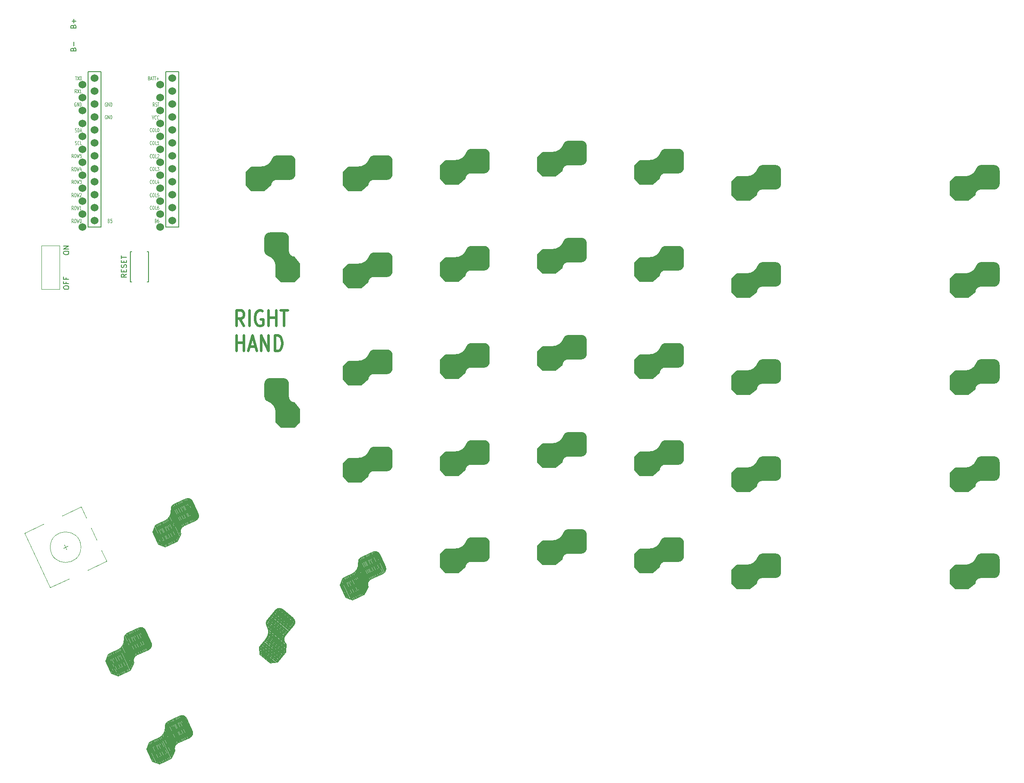
<source format=gto>
%TF.GenerationSoftware,KiCad,Pcbnew,(6.0.5)*%
%TF.CreationDate,2022-08-07T14:06:45-06:00*%
%TF.ProjectId,ErgoDOX,4572676f-444f-4582-9e6b-696361645f70,rev?*%
%TF.SameCoordinates,Original*%
%TF.FileFunction,Legend,Top*%
%TF.FilePolarity,Positive*%
%FSLAX46Y46*%
G04 Gerber Fmt 4.6, Leading zero omitted, Abs format (unit mm)*
G04 Created by KiCad (PCBNEW (6.0.5)) date 2022-08-07 14:06:45*
%MOMM*%
%LPD*%
G01*
G04 APERTURE LIST*
%ADD10C,0.508000*%
%ADD11C,0.150000*%
%ADD12C,0.125000*%
%ADD13C,0.120000*%
%ADD14C,1.524000*%
G04 APERTURE END LIST*
D10*
X69696390Y-99890217D02*
X68849723Y-98438788D01*
X68244961Y-99890217D02*
X68244961Y-96842217D01*
X69212580Y-96842217D01*
X69454485Y-96987360D01*
X69575438Y-97132502D01*
X69696390Y-97422788D01*
X69696390Y-97858217D01*
X69575438Y-98148502D01*
X69454485Y-98293645D01*
X69212580Y-98438788D01*
X68244961Y-98438788D01*
X70784961Y-99890217D02*
X70784961Y-96842217D01*
X73324961Y-96987360D02*
X73083057Y-96842217D01*
X72720200Y-96842217D01*
X72357342Y-96987360D01*
X72115438Y-97277645D01*
X71994485Y-97567931D01*
X71873533Y-98148502D01*
X71873533Y-98583931D01*
X71994485Y-99164502D01*
X72115438Y-99454788D01*
X72357342Y-99745074D01*
X72720200Y-99890217D01*
X72962104Y-99890217D01*
X73324961Y-99745074D01*
X73445914Y-99599931D01*
X73445914Y-98583931D01*
X72962104Y-98583931D01*
X74534485Y-99890217D02*
X74534485Y-96842217D01*
X74534485Y-98293645D02*
X75985914Y-98293645D01*
X75985914Y-99890217D02*
X75985914Y-96842217D01*
X76832580Y-96842217D02*
X78284009Y-96842217D01*
X77558295Y-99890217D02*
X77558295Y-96842217D01*
X68244961Y-104797497D02*
X68244961Y-101749497D01*
X68244961Y-103200925D02*
X69696390Y-103200925D01*
X69696390Y-104797497D02*
X69696390Y-101749497D01*
X70784961Y-103926640D02*
X71994485Y-103926640D01*
X70543057Y-104797497D02*
X71389723Y-101749497D01*
X72236390Y-104797497D01*
X73083057Y-104797497D02*
X73083057Y-101749497D01*
X74534485Y-104797497D01*
X74534485Y-101749497D01*
X75744009Y-104797497D02*
X75744009Y-101749497D01*
X76348771Y-101749497D01*
X76711628Y-101894640D01*
X76953533Y-102184925D01*
X77074485Y-102475211D01*
X77195438Y-103055782D01*
X77195438Y-103491211D01*
X77074485Y-104071782D01*
X76953533Y-104362068D01*
X76711628Y-104652354D01*
X76348771Y-104797497D01*
X75744009Y-104797497D01*
D11*
%TO.C,*%
D12*
%TO.C,U1*%
X36188583Y-66876285D02*
X36021916Y-66519142D01*
X35902869Y-66876285D02*
X35902869Y-66126285D01*
X36093345Y-66126285D01*
X36140964Y-66162000D01*
X36164773Y-66197714D01*
X36188583Y-66269142D01*
X36188583Y-66376285D01*
X36164773Y-66447714D01*
X36140964Y-66483428D01*
X36093345Y-66519142D01*
X35902869Y-66519142D01*
X36498107Y-66126285D02*
X36593345Y-66126285D01*
X36640964Y-66162000D01*
X36688583Y-66233428D01*
X36712392Y-66376285D01*
X36712392Y-66626285D01*
X36688583Y-66769142D01*
X36640964Y-66840571D01*
X36593345Y-66876285D01*
X36498107Y-66876285D01*
X36450488Y-66840571D01*
X36402869Y-66769142D01*
X36379059Y-66626285D01*
X36379059Y-66376285D01*
X36402869Y-66233428D01*
X36450488Y-66162000D01*
X36498107Y-66126285D01*
X36879059Y-66126285D02*
X36998107Y-66876285D01*
X37093345Y-66340571D01*
X37188583Y-66876285D01*
X37307630Y-66126285D01*
X37736202Y-66126285D02*
X37498107Y-66126285D01*
X37474297Y-66483428D01*
X37498107Y-66447714D01*
X37545726Y-66412000D01*
X37664773Y-66412000D01*
X37712392Y-66447714D01*
X37736202Y-66483428D01*
X37760011Y-66554857D01*
X37760011Y-66733428D01*
X37736202Y-66804857D01*
X37712392Y-66840571D01*
X37664773Y-66876285D01*
X37545726Y-66876285D01*
X37498107Y-66840571D01*
X37474297Y-66804857D01*
X36545726Y-61778571D02*
X36617154Y-61814285D01*
X36736202Y-61814285D01*
X36783821Y-61778571D01*
X36807630Y-61742857D01*
X36831440Y-61671428D01*
X36831440Y-61600000D01*
X36807630Y-61528571D01*
X36783821Y-61492857D01*
X36736202Y-61457142D01*
X36640964Y-61421428D01*
X36593345Y-61385714D01*
X36569535Y-61350000D01*
X36545726Y-61278571D01*
X36545726Y-61207142D01*
X36569535Y-61135714D01*
X36593345Y-61100000D01*
X36640964Y-61064285D01*
X36760011Y-61064285D01*
X36831440Y-61100000D01*
X37045726Y-61814285D02*
X37045726Y-61064285D01*
X37164773Y-61064285D01*
X37236202Y-61100000D01*
X37283821Y-61171428D01*
X37307630Y-61242857D01*
X37331440Y-61385714D01*
X37331440Y-61492857D01*
X37307630Y-61635714D01*
X37283821Y-61707142D01*
X37236202Y-61778571D01*
X37164773Y-61814285D01*
X37045726Y-61814285D01*
X37521916Y-61600000D02*
X37760011Y-61600000D01*
X37474297Y-61814285D02*
X37640964Y-61064285D01*
X37807630Y-61814285D01*
X51031440Y-51243428D02*
X51102869Y-51279142D01*
X51126678Y-51314857D01*
X51150488Y-51386285D01*
X51150488Y-51493428D01*
X51126678Y-51564857D01*
X51102869Y-51600571D01*
X51055250Y-51636285D01*
X50864773Y-51636285D01*
X50864773Y-50886285D01*
X51031440Y-50886285D01*
X51079059Y-50922000D01*
X51102869Y-50957714D01*
X51126678Y-51029142D01*
X51126678Y-51100571D01*
X51102869Y-51172000D01*
X51079059Y-51207714D01*
X51031440Y-51243428D01*
X50864773Y-51243428D01*
X51340964Y-51422000D02*
X51579059Y-51422000D01*
X51293345Y-51636285D02*
X51460011Y-50886285D01*
X51626678Y-51636285D01*
X51721916Y-50886285D02*
X52007630Y-50886285D01*
X51864773Y-51636285D02*
X51864773Y-50886285D01*
X52102869Y-50886285D02*
X52388583Y-50886285D01*
X52245726Y-51636285D02*
X52245726Y-50886285D01*
X52555250Y-51350571D02*
X52936202Y-51350571D01*
X52745726Y-51636285D02*
X52745726Y-51064857D01*
X51555250Y-71892857D02*
X51531440Y-71928571D01*
X51460011Y-71964285D01*
X51412392Y-71964285D01*
X51340964Y-71928571D01*
X51293345Y-71857142D01*
X51269535Y-71785714D01*
X51245726Y-71642857D01*
X51245726Y-71535714D01*
X51269535Y-71392857D01*
X51293345Y-71321428D01*
X51340964Y-71250000D01*
X51412392Y-71214285D01*
X51460011Y-71214285D01*
X51531440Y-71250000D01*
X51555250Y-71285714D01*
X51864773Y-71214285D02*
X51960011Y-71214285D01*
X52007630Y-71250000D01*
X52055250Y-71321428D01*
X52079059Y-71464285D01*
X52079059Y-71714285D01*
X52055250Y-71857142D01*
X52007630Y-71928571D01*
X51960011Y-71964285D01*
X51864773Y-71964285D01*
X51817154Y-71928571D01*
X51769535Y-71857142D01*
X51745726Y-71714285D01*
X51745726Y-71464285D01*
X51769535Y-71321428D01*
X51817154Y-71250000D01*
X51864773Y-71214285D01*
X52531440Y-71964285D02*
X52293345Y-71964285D01*
X52293345Y-71214285D01*
X52912392Y-71464285D02*
X52912392Y-71964285D01*
X52793345Y-71178571D02*
X52674297Y-71714285D01*
X52983821Y-71714285D01*
X42712392Y-56065500D02*
X42664773Y-56029785D01*
X42593345Y-56029785D01*
X42521916Y-56065500D01*
X42474297Y-56136928D01*
X42450488Y-56208357D01*
X42426678Y-56351214D01*
X42426678Y-56458357D01*
X42450488Y-56601214D01*
X42474297Y-56672642D01*
X42521916Y-56744071D01*
X42593345Y-56779785D01*
X42640964Y-56779785D01*
X42712392Y-56744071D01*
X42736202Y-56708357D01*
X42736202Y-56458357D01*
X42640964Y-56458357D01*
X42950488Y-56779785D02*
X42950488Y-56029785D01*
X43236202Y-56779785D01*
X43236202Y-56029785D01*
X43474297Y-56779785D02*
X43474297Y-56029785D01*
X43593345Y-56029785D01*
X43664773Y-56065500D01*
X43712392Y-56136928D01*
X43736202Y-56208357D01*
X43760011Y-56351214D01*
X43760011Y-56458357D01*
X43736202Y-56601214D01*
X43712392Y-56672642D01*
X43664773Y-56744071D01*
X43593345Y-56779785D01*
X43474297Y-56779785D01*
X36569535Y-64300571D02*
X36640964Y-64336285D01*
X36760011Y-64336285D01*
X36807630Y-64300571D01*
X36831440Y-64264857D01*
X36855250Y-64193428D01*
X36855250Y-64122000D01*
X36831440Y-64050571D01*
X36807630Y-64014857D01*
X36760011Y-63979142D01*
X36664773Y-63943428D01*
X36617154Y-63907714D01*
X36593345Y-63872000D01*
X36569535Y-63800571D01*
X36569535Y-63729142D01*
X36593345Y-63657714D01*
X36617154Y-63622000D01*
X36664773Y-63586285D01*
X36783821Y-63586285D01*
X36855250Y-63622000D01*
X37355250Y-64264857D02*
X37331440Y-64300571D01*
X37260011Y-64336285D01*
X37212392Y-64336285D01*
X37140964Y-64300571D01*
X37093345Y-64229142D01*
X37069535Y-64157714D01*
X37045726Y-64014857D01*
X37045726Y-63907714D01*
X37069535Y-63764857D01*
X37093345Y-63693428D01*
X37140964Y-63622000D01*
X37212392Y-63586285D01*
X37260011Y-63586285D01*
X37331440Y-63622000D01*
X37355250Y-63657714D01*
X37807630Y-64336285D02*
X37569535Y-64336285D01*
X37569535Y-63586285D01*
X52102869Y-56779785D02*
X51936202Y-56422642D01*
X51817154Y-56779785D02*
X51817154Y-56029785D01*
X52007630Y-56029785D01*
X52055250Y-56065500D01*
X52079059Y-56101214D01*
X52102869Y-56172642D01*
X52102869Y-56279785D01*
X52079059Y-56351214D01*
X52055250Y-56386928D01*
X52007630Y-56422642D01*
X51817154Y-56422642D01*
X52293345Y-56744071D02*
X52364773Y-56779785D01*
X52483821Y-56779785D01*
X52531440Y-56744071D01*
X52555250Y-56708357D01*
X52579059Y-56636928D01*
X52579059Y-56565500D01*
X52555250Y-56494071D01*
X52531440Y-56458357D01*
X52483821Y-56422642D01*
X52388583Y-56386928D01*
X52340964Y-56351214D01*
X52317154Y-56315500D01*
X52293345Y-56244071D01*
X52293345Y-56172642D01*
X52317154Y-56101214D01*
X52340964Y-56065500D01*
X52388583Y-56029785D01*
X52507630Y-56029785D01*
X52579059Y-56065500D01*
X52721916Y-56029785D02*
X53007630Y-56029785D01*
X52864773Y-56779785D02*
X52864773Y-56029785D01*
X36807630Y-54176285D02*
X36640964Y-53819142D01*
X36521916Y-54176285D02*
X36521916Y-53426285D01*
X36712392Y-53426285D01*
X36760011Y-53462000D01*
X36783821Y-53497714D01*
X36807630Y-53569142D01*
X36807630Y-53676285D01*
X36783821Y-53747714D01*
X36760011Y-53783428D01*
X36712392Y-53819142D01*
X36521916Y-53819142D01*
X36974297Y-53426285D02*
X37307630Y-54176285D01*
X37307630Y-53426285D02*
X36974297Y-54176285D01*
X37760011Y-54176285D02*
X37474297Y-54176285D01*
X37617154Y-54176285D02*
X37617154Y-53426285D01*
X37569535Y-53533428D01*
X37521916Y-53604857D01*
X37474297Y-53640571D01*
X36188583Y-79614285D02*
X36021916Y-79257142D01*
X35902869Y-79614285D02*
X35902869Y-78864285D01*
X36093345Y-78864285D01*
X36140964Y-78900000D01*
X36164773Y-78935714D01*
X36188583Y-79007142D01*
X36188583Y-79114285D01*
X36164773Y-79185714D01*
X36140964Y-79221428D01*
X36093345Y-79257142D01*
X35902869Y-79257142D01*
X36498107Y-78864285D02*
X36593345Y-78864285D01*
X36640964Y-78900000D01*
X36688583Y-78971428D01*
X36712392Y-79114285D01*
X36712392Y-79364285D01*
X36688583Y-79507142D01*
X36640964Y-79578571D01*
X36593345Y-79614285D01*
X36498107Y-79614285D01*
X36450488Y-79578571D01*
X36402869Y-79507142D01*
X36379059Y-79364285D01*
X36379059Y-79114285D01*
X36402869Y-78971428D01*
X36450488Y-78900000D01*
X36498107Y-78864285D01*
X36879059Y-78864285D02*
X36998107Y-79614285D01*
X37093345Y-79078571D01*
X37188583Y-79614285D01*
X37307630Y-78864285D01*
X37593345Y-78864285D02*
X37640964Y-78864285D01*
X37688583Y-78900000D01*
X37712392Y-78935714D01*
X37736202Y-79007142D01*
X37760011Y-79150000D01*
X37760011Y-79328571D01*
X37736202Y-79471428D01*
X37712392Y-79542857D01*
X37688583Y-79578571D01*
X37640964Y-79614285D01*
X37593345Y-79614285D01*
X37545726Y-79578571D01*
X37521916Y-79542857D01*
X37498107Y-79471428D01*
X37474297Y-79328571D01*
X37474297Y-79150000D01*
X37498107Y-79007142D01*
X37521916Y-78935714D01*
X37545726Y-78900000D01*
X37593345Y-78864285D01*
X51555250Y-66842857D02*
X51531440Y-66878571D01*
X51460011Y-66914285D01*
X51412392Y-66914285D01*
X51340964Y-66878571D01*
X51293345Y-66807142D01*
X51269535Y-66735714D01*
X51245726Y-66592857D01*
X51245726Y-66485714D01*
X51269535Y-66342857D01*
X51293345Y-66271428D01*
X51340964Y-66200000D01*
X51412392Y-66164285D01*
X51460011Y-66164285D01*
X51531440Y-66200000D01*
X51555250Y-66235714D01*
X51864773Y-66164285D02*
X51960011Y-66164285D01*
X52007630Y-66200000D01*
X52055250Y-66271428D01*
X52079059Y-66414285D01*
X52079059Y-66664285D01*
X52055250Y-66807142D01*
X52007630Y-66878571D01*
X51960011Y-66914285D01*
X51864773Y-66914285D01*
X51817154Y-66878571D01*
X51769535Y-66807142D01*
X51745726Y-66664285D01*
X51745726Y-66414285D01*
X51769535Y-66271428D01*
X51817154Y-66200000D01*
X51864773Y-66164285D01*
X52531440Y-66914285D02*
X52293345Y-66914285D01*
X52293345Y-66164285D01*
X52674297Y-66235714D02*
X52698107Y-66200000D01*
X52745726Y-66164285D01*
X52864773Y-66164285D01*
X52912392Y-66200000D01*
X52936202Y-66235714D01*
X52960011Y-66307142D01*
X52960011Y-66378571D01*
X52936202Y-66485714D01*
X52650488Y-66914285D01*
X52960011Y-66914285D01*
X36712392Y-56065500D02*
X36664773Y-56029785D01*
X36593345Y-56029785D01*
X36521916Y-56065500D01*
X36474297Y-56136928D01*
X36450488Y-56208357D01*
X36426678Y-56351214D01*
X36426678Y-56458357D01*
X36450488Y-56601214D01*
X36474297Y-56672642D01*
X36521916Y-56744071D01*
X36593345Y-56779785D01*
X36640964Y-56779785D01*
X36712392Y-56744071D01*
X36736202Y-56708357D01*
X36736202Y-56458357D01*
X36640964Y-56458357D01*
X36950488Y-56779785D02*
X36950488Y-56029785D01*
X37236202Y-56779785D01*
X37236202Y-56029785D01*
X37474297Y-56779785D02*
X37474297Y-56029785D01*
X37593345Y-56029785D01*
X37664773Y-56065500D01*
X37712392Y-56136928D01*
X37736202Y-56208357D01*
X37760011Y-56351214D01*
X37760011Y-56458357D01*
X37736202Y-56601214D01*
X37712392Y-56672642D01*
X37664773Y-56744071D01*
X37593345Y-56779785D01*
X37474297Y-56779785D01*
X51555250Y-69344857D02*
X51531440Y-69380571D01*
X51460011Y-69416285D01*
X51412392Y-69416285D01*
X51340964Y-69380571D01*
X51293345Y-69309142D01*
X51269535Y-69237714D01*
X51245726Y-69094857D01*
X51245726Y-68987714D01*
X51269535Y-68844857D01*
X51293345Y-68773428D01*
X51340964Y-68702000D01*
X51412392Y-68666285D01*
X51460011Y-68666285D01*
X51531440Y-68702000D01*
X51555250Y-68737714D01*
X51864773Y-68666285D02*
X51960011Y-68666285D01*
X52007630Y-68702000D01*
X52055250Y-68773428D01*
X52079059Y-68916285D01*
X52079059Y-69166285D01*
X52055250Y-69309142D01*
X52007630Y-69380571D01*
X51960011Y-69416285D01*
X51864773Y-69416285D01*
X51817154Y-69380571D01*
X51769535Y-69309142D01*
X51745726Y-69166285D01*
X51745726Y-68916285D01*
X51769535Y-68773428D01*
X51817154Y-68702000D01*
X51864773Y-68666285D01*
X52531440Y-69416285D02*
X52293345Y-69416285D01*
X52293345Y-68666285D01*
X52650488Y-68666285D02*
X52960011Y-68666285D01*
X52793345Y-68952000D01*
X52864773Y-68952000D01*
X52912392Y-68987714D01*
X52936202Y-69023428D01*
X52960011Y-69094857D01*
X52960011Y-69273428D01*
X52936202Y-69344857D01*
X52912392Y-69380571D01*
X52864773Y-69416285D01*
X52721916Y-69416285D01*
X52674297Y-69380571D01*
X52650488Y-69344857D01*
X36188583Y-77064285D02*
X36021916Y-76707142D01*
X35902869Y-77064285D02*
X35902869Y-76314285D01*
X36093345Y-76314285D01*
X36140964Y-76350000D01*
X36164773Y-76385714D01*
X36188583Y-76457142D01*
X36188583Y-76564285D01*
X36164773Y-76635714D01*
X36140964Y-76671428D01*
X36093345Y-76707142D01*
X35902869Y-76707142D01*
X36498107Y-76314285D02*
X36593345Y-76314285D01*
X36640964Y-76350000D01*
X36688583Y-76421428D01*
X36712392Y-76564285D01*
X36712392Y-76814285D01*
X36688583Y-76957142D01*
X36640964Y-77028571D01*
X36593345Y-77064285D01*
X36498107Y-77064285D01*
X36450488Y-77028571D01*
X36402869Y-76957142D01*
X36379059Y-76814285D01*
X36379059Y-76564285D01*
X36402869Y-76421428D01*
X36450488Y-76350000D01*
X36498107Y-76314285D01*
X36879059Y-76314285D02*
X36998107Y-77064285D01*
X37093345Y-76528571D01*
X37188583Y-77064285D01*
X37307630Y-76314285D01*
X37760011Y-77064285D02*
X37474297Y-77064285D01*
X37617154Y-77064285D02*
X37617154Y-76314285D01*
X37569535Y-76421428D01*
X37521916Y-76492857D01*
X37474297Y-76528571D01*
X51555250Y-74488357D02*
X51531440Y-74524071D01*
X51460011Y-74559785D01*
X51412392Y-74559785D01*
X51340964Y-74524071D01*
X51293345Y-74452642D01*
X51269535Y-74381214D01*
X51245726Y-74238357D01*
X51245726Y-74131214D01*
X51269535Y-73988357D01*
X51293345Y-73916928D01*
X51340964Y-73845500D01*
X51412392Y-73809785D01*
X51460011Y-73809785D01*
X51531440Y-73845500D01*
X51555250Y-73881214D01*
X51864773Y-73809785D02*
X51960011Y-73809785D01*
X52007630Y-73845500D01*
X52055250Y-73916928D01*
X52079059Y-74059785D01*
X52079059Y-74309785D01*
X52055250Y-74452642D01*
X52007630Y-74524071D01*
X51960011Y-74559785D01*
X51864773Y-74559785D01*
X51817154Y-74524071D01*
X51769535Y-74452642D01*
X51745726Y-74309785D01*
X51745726Y-74059785D01*
X51769535Y-73916928D01*
X51817154Y-73845500D01*
X51864773Y-73809785D01*
X52531440Y-74559785D02*
X52293345Y-74559785D01*
X52293345Y-73809785D01*
X52936202Y-73809785D02*
X52698107Y-73809785D01*
X52674297Y-74166928D01*
X52698107Y-74131214D01*
X52745726Y-74095500D01*
X52864773Y-74095500D01*
X52912392Y-74131214D01*
X52936202Y-74166928D01*
X52960011Y-74238357D01*
X52960011Y-74416928D01*
X52936202Y-74488357D01*
X52912392Y-74524071D01*
X52864773Y-74559785D01*
X52745726Y-74559785D01*
X52698107Y-74524071D01*
X52674297Y-74488357D01*
X51555250Y-61724857D02*
X51531440Y-61760571D01*
X51460011Y-61796285D01*
X51412392Y-61796285D01*
X51340964Y-61760571D01*
X51293345Y-61689142D01*
X51269535Y-61617714D01*
X51245726Y-61474857D01*
X51245726Y-61367714D01*
X51269535Y-61224857D01*
X51293345Y-61153428D01*
X51340964Y-61082000D01*
X51412392Y-61046285D01*
X51460011Y-61046285D01*
X51531440Y-61082000D01*
X51555250Y-61117714D01*
X51864773Y-61046285D02*
X51960011Y-61046285D01*
X52007630Y-61082000D01*
X52055250Y-61153428D01*
X52079059Y-61296285D01*
X52079059Y-61546285D01*
X52055250Y-61689142D01*
X52007630Y-61760571D01*
X51960011Y-61796285D01*
X51864773Y-61796285D01*
X51817154Y-61760571D01*
X51769535Y-61689142D01*
X51745726Y-61546285D01*
X51745726Y-61296285D01*
X51769535Y-61153428D01*
X51817154Y-61082000D01*
X51864773Y-61046285D01*
X52531440Y-61796285D02*
X52293345Y-61796285D01*
X52293345Y-61046285D01*
X52793345Y-61046285D02*
X52840964Y-61046285D01*
X52888583Y-61082000D01*
X52912392Y-61117714D01*
X52936202Y-61189142D01*
X52960011Y-61332000D01*
X52960011Y-61510571D01*
X52936202Y-61653428D01*
X52912392Y-61724857D01*
X52888583Y-61760571D01*
X52840964Y-61796285D01*
X52793345Y-61796285D01*
X52745726Y-61760571D01*
X52721916Y-61724857D01*
X52698107Y-61653428D01*
X52674297Y-61510571D01*
X52674297Y-61332000D01*
X52698107Y-61189142D01*
X52721916Y-61117714D01*
X52745726Y-61082000D01*
X52793345Y-61046285D01*
X36188583Y-69464285D02*
X36021916Y-69107142D01*
X35902869Y-69464285D02*
X35902869Y-68714285D01*
X36093345Y-68714285D01*
X36140964Y-68750000D01*
X36164773Y-68785714D01*
X36188583Y-68857142D01*
X36188583Y-68964285D01*
X36164773Y-69035714D01*
X36140964Y-69071428D01*
X36093345Y-69107142D01*
X35902869Y-69107142D01*
X36498107Y-68714285D02*
X36593345Y-68714285D01*
X36640964Y-68750000D01*
X36688583Y-68821428D01*
X36712392Y-68964285D01*
X36712392Y-69214285D01*
X36688583Y-69357142D01*
X36640964Y-69428571D01*
X36593345Y-69464285D01*
X36498107Y-69464285D01*
X36450488Y-69428571D01*
X36402869Y-69357142D01*
X36379059Y-69214285D01*
X36379059Y-68964285D01*
X36402869Y-68821428D01*
X36450488Y-68750000D01*
X36498107Y-68714285D01*
X36879059Y-68714285D02*
X36998107Y-69464285D01*
X37093345Y-68928571D01*
X37188583Y-69464285D01*
X37307630Y-68714285D01*
X37712392Y-68964285D02*
X37712392Y-69464285D01*
X37593345Y-68678571D02*
X37474297Y-69214285D01*
X37783821Y-69214285D01*
X51674297Y-58569785D02*
X51840964Y-59319785D01*
X52007630Y-58569785D01*
X52460011Y-59248357D02*
X52436202Y-59284071D01*
X52364773Y-59319785D01*
X52317154Y-59319785D01*
X52245726Y-59284071D01*
X52198107Y-59212642D01*
X52174297Y-59141214D01*
X52150488Y-58998357D01*
X52150488Y-58891214D01*
X52174297Y-58748357D01*
X52198107Y-58676928D01*
X52245726Y-58605500D01*
X52317154Y-58569785D01*
X52364773Y-58569785D01*
X52436202Y-58605500D01*
X52460011Y-58641214D01*
X52960011Y-59248357D02*
X52936202Y-59284071D01*
X52864773Y-59319785D01*
X52817154Y-59319785D01*
X52745726Y-59284071D01*
X52698107Y-59212642D01*
X52674297Y-59141214D01*
X52650488Y-58998357D01*
X52650488Y-58891214D01*
X52674297Y-58748357D01*
X52698107Y-58676928D01*
X52745726Y-58605500D01*
X52817154Y-58569785D01*
X52864773Y-58569785D01*
X52936202Y-58605500D01*
X52960011Y-58641214D01*
X51555250Y-64264857D02*
X51531440Y-64300571D01*
X51460011Y-64336285D01*
X51412392Y-64336285D01*
X51340964Y-64300571D01*
X51293345Y-64229142D01*
X51269535Y-64157714D01*
X51245726Y-64014857D01*
X51245726Y-63907714D01*
X51269535Y-63764857D01*
X51293345Y-63693428D01*
X51340964Y-63622000D01*
X51412392Y-63586285D01*
X51460011Y-63586285D01*
X51531440Y-63622000D01*
X51555250Y-63657714D01*
X51864773Y-63586285D02*
X51960011Y-63586285D01*
X52007630Y-63622000D01*
X52055250Y-63693428D01*
X52079059Y-63836285D01*
X52079059Y-64086285D01*
X52055250Y-64229142D01*
X52007630Y-64300571D01*
X51960011Y-64336285D01*
X51864773Y-64336285D01*
X51817154Y-64300571D01*
X51769535Y-64229142D01*
X51745726Y-64086285D01*
X51745726Y-63836285D01*
X51769535Y-63693428D01*
X51817154Y-63622000D01*
X51864773Y-63586285D01*
X52531440Y-64336285D02*
X52293345Y-64336285D01*
X52293345Y-63586285D01*
X52960011Y-64336285D02*
X52674297Y-64336285D01*
X52817154Y-64336285D02*
X52817154Y-63586285D01*
X52769535Y-63693428D01*
X52721916Y-63764857D01*
X52674297Y-63800571D01*
X51555250Y-76964857D02*
X51531440Y-77000571D01*
X51460011Y-77036285D01*
X51412392Y-77036285D01*
X51340964Y-77000571D01*
X51293345Y-76929142D01*
X51269535Y-76857714D01*
X51245726Y-76714857D01*
X51245726Y-76607714D01*
X51269535Y-76464857D01*
X51293345Y-76393428D01*
X51340964Y-76322000D01*
X51412392Y-76286285D01*
X51460011Y-76286285D01*
X51531440Y-76322000D01*
X51555250Y-76357714D01*
X51864773Y-76286285D02*
X51960011Y-76286285D01*
X52007630Y-76322000D01*
X52055250Y-76393428D01*
X52079059Y-76536285D01*
X52079059Y-76786285D01*
X52055250Y-76929142D01*
X52007630Y-77000571D01*
X51960011Y-77036285D01*
X51864773Y-77036285D01*
X51817154Y-77000571D01*
X51769535Y-76929142D01*
X51745726Y-76786285D01*
X51745726Y-76536285D01*
X51769535Y-76393428D01*
X51817154Y-76322000D01*
X51864773Y-76286285D01*
X52531440Y-77036285D02*
X52293345Y-77036285D01*
X52293345Y-76286285D01*
X52912392Y-76286285D02*
X52817154Y-76286285D01*
X52769535Y-76322000D01*
X52745726Y-76357714D01*
X52698107Y-76464857D01*
X52674297Y-76607714D01*
X52674297Y-76893428D01*
X52698107Y-76964857D01*
X52721916Y-77000571D01*
X52769535Y-77036285D01*
X52864773Y-77036285D01*
X52912392Y-77000571D01*
X52936202Y-76964857D01*
X52960011Y-76893428D01*
X52960011Y-76714857D01*
X52936202Y-76643428D01*
X52912392Y-76607714D01*
X52864773Y-76572000D01*
X52769535Y-76572000D01*
X52721916Y-76607714D01*
X52698107Y-76643428D01*
X52674297Y-76714857D01*
X52364773Y-79246928D02*
X52436202Y-79282642D01*
X52460011Y-79318357D01*
X52483821Y-79389785D01*
X52483821Y-79496928D01*
X52460011Y-79568357D01*
X52436202Y-79604071D01*
X52388583Y-79639785D01*
X52198107Y-79639785D01*
X52198107Y-78889785D01*
X52364773Y-78889785D01*
X52412392Y-78925500D01*
X52436202Y-78961214D01*
X52460011Y-79032642D01*
X52460011Y-79104071D01*
X52436202Y-79175500D01*
X52412392Y-79211214D01*
X52364773Y-79246928D01*
X52198107Y-79246928D01*
X52912392Y-78889785D02*
X52817154Y-78889785D01*
X52769535Y-78925500D01*
X52745726Y-78961214D01*
X52698107Y-79068357D01*
X52674297Y-79211214D01*
X52674297Y-79496928D01*
X52698107Y-79568357D01*
X52721916Y-79604071D01*
X52769535Y-79639785D01*
X52864773Y-79639785D01*
X52912392Y-79604071D01*
X52936202Y-79568357D01*
X52960011Y-79496928D01*
X52960011Y-79318357D01*
X52936202Y-79246928D01*
X52912392Y-79211214D01*
X52864773Y-79175500D01*
X52769535Y-79175500D01*
X52721916Y-79211214D01*
X52698107Y-79246928D01*
X52674297Y-79318357D01*
X36569535Y-50886285D02*
X36855250Y-50886285D01*
X36712392Y-51636285D02*
X36712392Y-50886285D01*
X36974297Y-50886285D02*
X37307630Y-51636285D01*
X37307630Y-50886285D02*
X36974297Y-51636285D01*
X37593345Y-50886285D02*
X37640964Y-50886285D01*
X37688583Y-50922000D01*
X37712392Y-50957714D01*
X37736202Y-51029142D01*
X37760011Y-51172000D01*
X37760011Y-51350571D01*
X37736202Y-51493428D01*
X37712392Y-51564857D01*
X37688583Y-51600571D01*
X37640964Y-51636285D01*
X37593345Y-51636285D01*
X37545726Y-51600571D01*
X37521916Y-51564857D01*
X37498107Y-51493428D01*
X37474297Y-51350571D01*
X37474297Y-51172000D01*
X37498107Y-51029142D01*
X37521916Y-50957714D01*
X37545726Y-50922000D01*
X37593345Y-50886285D01*
X36188583Y-74559785D02*
X36021916Y-74202642D01*
X35902869Y-74559785D02*
X35902869Y-73809785D01*
X36093345Y-73809785D01*
X36140964Y-73845500D01*
X36164773Y-73881214D01*
X36188583Y-73952642D01*
X36188583Y-74059785D01*
X36164773Y-74131214D01*
X36140964Y-74166928D01*
X36093345Y-74202642D01*
X35902869Y-74202642D01*
X36498107Y-73809785D02*
X36593345Y-73809785D01*
X36640964Y-73845500D01*
X36688583Y-73916928D01*
X36712392Y-74059785D01*
X36712392Y-74309785D01*
X36688583Y-74452642D01*
X36640964Y-74524071D01*
X36593345Y-74559785D01*
X36498107Y-74559785D01*
X36450488Y-74524071D01*
X36402869Y-74452642D01*
X36379059Y-74309785D01*
X36379059Y-74059785D01*
X36402869Y-73916928D01*
X36450488Y-73845500D01*
X36498107Y-73809785D01*
X36879059Y-73809785D02*
X36998107Y-74559785D01*
X37093345Y-74024071D01*
X37188583Y-74559785D01*
X37307630Y-73809785D01*
X37474297Y-73881214D02*
X37498107Y-73845500D01*
X37545726Y-73809785D01*
X37664773Y-73809785D01*
X37712392Y-73845500D01*
X37736202Y-73881214D01*
X37760011Y-73952642D01*
X37760011Y-74024071D01*
X37736202Y-74131214D01*
X37450488Y-74559785D01*
X37760011Y-74559785D01*
X36188583Y-71964285D02*
X36021916Y-71607142D01*
X35902869Y-71964285D02*
X35902869Y-71214285D01*
X36093345Y-71214285D01*
X36140964Y-71250000D01*
X36164773Y-71285714D01*
X36188583Y-71357142D01*
X36188583Y-71464285D01*
X36164773Y-71535714D01*
X36140964Y-71571428D01*
X36093345Y-71607142D01*
X35902869Y-71607142D01*
X36498107Y-71214285D02*
X36593345Y-71214285D01*
X36640964Y-71250000D01*
X36688583Y-71321428D01*
X36712392Y-71464285D01*
X36712392Y-71714285D01*
X36688583Y-71857142D01*
X36640964Y-71928571D01*
X36593345Y-71964285D01*
X36498107Y-71964285D01*
X36450488Y-71928571D01*
X36402869Y-71857142D01*
X36379059Y-71714285D01*
X36379059Y-71464285D01*
X36402869Y-71321428D01*
X36450488Y-71250000D01*
X36498107Y-71214285D01*
X36879059Y-71214285D02*
X36998107Y-71964285D01*
X37093345Y-71428571D01*
X37188583Y-71964285D01*
X37307630Y-71214285D01*
X37450488Y-71214285D02*
X37760011Y-71214285D01*
X37593345Y-71500000D01*
X37664773Y-71500000D01*
X37712392Y-71535714D01*
X37736202Y-71571428D01*
X37760011Y-71642857D01*
X37760011Y-71821428D01*
X37736202Y-71892857D01*
X37712392Y-71928571D01*
X37664773Y-71964285D01*
X37521916Y-71964285D01*
X37474297Y-71928571D01*
X37450488Y-71892857D01*
X43164773Y-79221428D02*
X43236202Y-79257142D01*
X43260011Y-79292857D01*
X43283821Y-79364285D01*
X43283821Y-79471428D01*
X43260011Y-79542857D01*
X43236202Y-79578571D01*
X43188583Y-79614285D01*
X42998107Y-79614285D01*
X42998107Y-78864285D01*
X43164773Y-78864285D01*
X43212392Y-78900000D01*
X43236202Y-78935714D01*
X43260011Y-79007142D01*
X43260011Y-79078571D01*
X43236202Y-79150000D01*
X43212392Y-79185714D01*
X43164773Y-79221428D01*
X42998107Y-79221428D01*
X43736202Y-78864285D02*
X43498107Y-78864285D01*
X43474297Y-79221428D01*
X43498107Y-79185714D01*
X43545726Y-79150000D01*
X43664773Y-79150000D01*
X43712392Y-79185714D01*
X43736202Y-79221428D01*
X43760011Y-79292857D01*
X43760011Y-79471428D01*
X43736202Y-79542857D01*
X43712392Y-79578571D01*
X43664773Y-79614285D01*
X43545726Y-79614285D01*
X43498107Y-79578571D01*
X43474297Y-79542857D01*
X42712392Y-58542000D02*
X42664773Y-58506285D01*
X42593345Y-58506285D01*
X42521916Y-58542000D01*
X42474297Y-58613428D01*
X42450488Y-58684857D01*
X42426678Y-58827714D01*
X42426678Y-58934857D01*
X42450488Y-59077714D01*
X42474297Y-59149142D01*
X42521916Y-59220571D01*
X42593345Y-59256285D01*
X42640964Y-59256285D01*
X42712392Y-59220571D01*
X42736202Y-59184857D01*
X42736202Y-58934857D01*
X42640964Y-58934857D01*
X42950488Y-59256285D02*
X42950488Y-58506285D01*
X43236202Y-59256285D01*
X43236202Y-58506285D01*
X43474297Y-59256285D02*
X43474297Y-58506285D01*
X43593345Y-58506285D01*
X43664773Y-58542000D01*
X43712392Y-58613428D01*
X43736202Y-58684857D01*
X43760011Y-58827714D01*
X43760011Y-58934857D01*
X43736202Y-59077714D01*
X43712392Y-59149142D01*
X43664773Y-59220571D01*
X43593345Y-59256285D01*
X43474297Y-59256285D01*
D11*
%TO.C,*%
%TO.C,BATTERY*%
X36208571Y-45617619D02*
X36256190Y-45474761D01*
X36303809Y-45427142D01*
X36399047Y-45379523D01*
X36541904Y-45379523D01*
X36637142Y-45427142D01*
X36684761Y-45474761D01*
X36732380Y-45570000D01*
X36732380Y-45950952D01*
X35732380Y-45950952D01*
X35732380Y-45617619D01*
X35780000Y-45522380D01*
X35827619Y-45474761D01*
X35922857Y-45427142D01*
X36018095Y-45427142D01*
X36113333Y-45474761D01*
X36160952Y-45522380D01*
X36208571Y-45617619D01*
X36208571Y-45950952D01*
X36351428Y-44950952D02*
X36351428Y-44189047D01*
X36208571Y-41117619D02*
X36256190Y-40974761D01*
X36303809Y-40927142D01*
X36399047Y-40879523D01*
X36541904Y-40879523D01*
X36637142Y-40927142D01*
X36684761Y-40974761D01*
X36732380Y-41070000D01*
X36732380Y-41450952D01*
X35732380Y-41450952D01*
X35732380Y-41117619D01*
X35780000Y-41022380D01*
X35827619Y-40974761D01*
X35922857Y-40927142D01*
X36018095Y-40927142D01*
X36113333Y-40974761D01*
X36160952Y-41022380D01*
X36208571Y-41117619D01*
X36208571Y-41450952D01*
X36351428Y-40450952D02*
X36351428Y-39689047D01*
X36732380Y-40070000D02*
X35970476Y-40070000D01*
%TO.C,*%
%TO.C,BSW1*%
X34317380Y-85625047D02*
X34317380Y-85434571D01*
X34365000Y-85339333D01*
X34460238Y-85244095D01*
X34650714Y-85196476D01*
X34984047Y-85196476D01*
X35174523Y-85244095D01*
X35269761Y-85339333D01*
X35317380Y-85434571D01*
X35317380Y-85625047D01*
X35269761Y-85720285D01*
X35174523Y-85815523D01*
X34984047Y-85863142D01*
X34650714Y-85863142D01*
X34460238Y-85815523D01*
X34365000Y-85720285D01*
X34317380Y-85625047D01*
X35317380Y-84767904D02*
X34317380Y-84767904D01*
X35317380Y-84196476D01*
X34317380Y-84196476D01*
X34317380Y-92434380D02*
X34317380Y-92243904D01*
X34365000Y-92148666D01*
X34460238Y-92053428D01*
X34650714Y-92005809D01*
X34984047Y-92005809D01*
X35174523Y-92053428D01*
X35269761Y-92148666D01*
X35317380Y-92243904D01*
X35317380Y-92434380D01*
X35269761Y-92529619D01*
X35174523Y-92624857D01*
X34984047Y-92672476D01*
X34650714Y-92672476D01*
X34460238Y-92624857D01*
X34365000Y-92529619D01*
X34317380Y-92434380D01*
X34793571Y-91243904D02*
X34793571Y-91577238D01*
X35317380Y-91577238D02*
X34317380Y-91577238D01*
X34317380Y-91101047D01*
X34793571Y-90386761D02*
X34793571Y-90720095D01*
X35317380Y-90720095D02*
X34317380Y-90720095D01*
X34317380Y-90243904D01*
%TO.C,*%
%TO.C,RSW1*%
X46626780Y-89717380D02*
X46150590Y-90050714D01*
X46626780Y-90288809D02*
X45626780Y-90288809D01*
X45626780Y-89907857D01*
X45674400Y-89812619D01*
X45722019Y-89765000D01*
X45817257Y-89717380D01*
X45960114Y-89717380D01*
X46055352Y-89765000D01*
X46102971Y-89812619D01*
X46150590Y-89907857D01*
X46150590Y-90288809D01*
X46102971Y-89288809D02*
X46102971Y-88955476D01*
X46626780Y-88812619D02*
X46626780Y-89288809D01*
X45626780Y-89288809D01*
X45626780Y-88812619D01*
X46579161Y-88431666D02*
X46626780Y-88288809D01*
X46626780Y-88050714D01*
X46579161Y-87955476D01*
X46531542Y-87907857D01*
X46436304Y-87860238D01*
X46341066Y-87860238D01*
X46245828Y-87907857D01*
X46198209Y-87955476D01*
X46150590Y-88050714D01*
X46102971Y-88241190D01*
X46055352Y-88336428D01*
X46007733Y-88384047D01*
X45912495Y-88431666D01*
X45817257Y-88431666D01*
X45722019Y-88384047D01*
X45674400Y-88336428D01*
X45626780Y-88241190D01*
X45626780Y-88003095D01*
X45674400Y-87860238D01*
X46102971Y-87431666D02*
X46102971Y-87098333D01*
X46626780Y-86955476D02*
X46626780Y-87431666D01*
X45626780Y-87431666D01*
X45626780Y-86955476D01*
X45626780Y-86669761D02*
X45626780Y-86098333D01*
X46626780Y-86384047D02*
X45626780Y-86384047D01*
%TO.C,*%
%TO.C,SW1:10*%
X133090000Y-139830000D02*
X133090000Y-144430000D01*
X136690000Y-140380000D02*
X136690000Y-143930000D01*
X127240000Y-143030000D02*
X128265000Y-142005000D01*
X135840000Y-139805000D02*
X133240000Y-139805000D01*
X127990000Y-142280000D02*
X127990000Y-146380000D01*
X132140000Y-140980000D02*
X132140000Y-145130000D01*
X132790000Y-139980000D02*
X132790000Y-144530000D01*
X135840000Y-144455000D02*
X133265000Y-144455000D01*
X130690000Y-141980000D02*
X130690000Y-146630000D01*
X134890000Y-139830000D02*
X134890000Y-144430000D01*
X129040000Y-142030000D02*
X129040000Y-146630000D01*
X130815000Y-146655000D02*
X128265000Y-146655000D01*
X130815000Y-146655000D02*
X132090000Y-145630000D01*
X133690000Y-139830000D02*
X133690000Y-144430000D01*
X131140000Y-141830000D02*
X131140000Y-146380000D01*
X132440000Y-140480000D02*
X132440000Y-144680000D01*
X132940000Y-139880000D02*
X132940000Y-144430000D01*
X128590000Y-142030000D02*
X128590000Y-146630000D01*
X127840000Y-142430000D02*
X127840000Y-146230000D01*
X127540000Y-142780000D02*
X127540000Y-145930000D01*
X131440000Y-141680000D02*
X131440000Y-146130000D01*
X134740000Y-139830000D02*
X134740000Y-144430000D01*
X135040000Y-139830000D02*
X135040000Y-144430000D01*
X136490000Y-140130000D02*
X136490000Y-144080000D01*
X132340000Y-140630000D02*
X132340000Y-144780000D01*
X134590000Y-139830000D02*
X134590000Y-144430000D01*
X132640000Y-140080000D02*
X132640000Y-144580000D01*
X135790000Y-139830000D02*
X135790000Y-144430000D01*
X133840000Y-139830000D02*
X133840000Y-144430000D01*
X128290000Y-142030000D02*
X128290000Y-146630000D01*
X128890000Y-142030000D02*
X128890000Y-146630000D01*
X134140000Y-139830000D02*
X134140000Y-144430000D01*
X130390000Y-142030000D02*
X130390000Y-146580000D01*
X130840000Y-141980000D02*
X130840000Y-146580000D01*
X128740000Y-142030000D02*
X128740000Y-146630000D01*
X131740000Y-141480000D02*
X131740000Y-145880000D01*
X135190000Y-139830000D02*
X135190000Y-144430000D01*
X129790000Y-142030000D02*
X129790000Y-146630000D01*
X135490000Y-139830000D02*
X135490000Y-144430000D01*
X133240000Y-139830000D02*
X133240000Y-144430000D01*
X131590000Y-141580000D02*
X131590000Y-145980000D01*
X130090000Y-142030000D02*
X130090000Y-146630000D01*
X131890000Y-141330000D02*
X131890000Y-145780000D01*
X133540000Y-139830000D02*
X133540000Y-144430000D01*
X130540000Y-141980000D02*
X130540000Y-146630000D01*
X136240000Y-139930000D02*
X136240000Y-144330000D01*
X130240000Y-142005000D02*
X128265000Y-142005000D01*
X134440000Y-139830000D02*
X134440000Y-144430000D01*
X129940000Y-142030000D02*
X129940000Y-146630000D01*
X135640000Y-139830000D02*
X135640000Y-144430000D01*
X130240000Y-142030000D02*
X130240000Y-146630000D01*
X128440000Y-142030000D02*
X128440000Y-146630000D01*
X127240000Y-145630000D02*
X127240000Y-143030000D01*
X128140000Y-142180000D02*
X128140000Y-146530000D01*
X129340000Y-142030000D02*
X129340000Y-146630000D01*
X135340000Y-139830000D02*
X135340000Y-144430000D01*
X136590000Y-140230000D02*
X136590000Y-143980000D01*
X129490000Y-142030000D02*
X129490000Y-146630000D01*
X134290000Y-139830000D02*
X134290000Y-144430000D01*
X136090000Y-139880000D02*
X136090000Y-144380000D01*
X132040000Y-141180000D02*
X132040000Y-145630000D01*
X135940000Y-139830000D02*
X135940000Y-144380000D01*
X130990000Y-141930000D02*
X130990000Y-146480000D01*
X133390000Y-139830000D02*
X133390000Y-144380000D01*
X131290000Y-141780000D02*
X131290000Y-146230000D01*
X132540000Y-140230000D02*
X132540000Y-144630000D01*
X129190000Y-142030000D02*
X129190000Y-146630000D01*
X136840000Y-143455000D02*
X136840000Y-140805000D01*
X127390000Y-142880000D02*
X127390000Y-145780000D01*
X136390000Y-140030000D02*
X136390000Y-144230000D01*
X127240000Y-145630000D02*
X128265000Y-146655000D01*
X129640000Y-142030000D02*
X129640000Y-146630000D01*
X133990000Y-139830000D02*
X133990000Y-144430000D01*
X132240000Y-140830000D02*
X132240000Y-144980000D01*
X127690000Y-142580000D02*
X127690000Y-146080000D01*
X136840000Y-140805000D02*
G75*
G03*
X135840000Y-139805000I-1000000J0D01*
G01*
X133239005Y-139806213D02*
G75*
G03*
X132377801Y-140508096I38795J-926887D01*
G01*
X135840000Y-144455000D02*
G75*
G03*
X136840000Y-143455000I0J1000000D01*
G01*
X133265000Y-144455000D02*
G75*
G03*
X132090000Y-145630000I0J-1175000D01*
G01*
X130240000Y-142005000D02*
G75*
G03*
X132377801Y-140508096I0J2275000D01*
G01*
%TO.C,SW1:9*%
X113890000Y-141477660D02*
X113890000Y-146027660D01*
X113740000Y-141577660D02*
X113740000Y-146127660D01*
X108190000Y-147227660D02*
X108190000Y-144627660D01*
X115240000Y-141427660D02*
X115240000Y-146027660D01*
X112240000Y-143377660D02*
X112240000Y-147827660D01*
X117640000Y-141977660D02*
X117640000Y-145527660D01*
X113290000Y-142227660D02*
X113290000Y-146377660D01*
X116790000Y-141402660D02*
X114190000Y-141402660D01*
X113490000Y-141827660D02*
X113490000Y-146227660D01*
X109240000Y-143627660D02*
X109240000Y-148227660D01*
X114190000Y-141427660D02*
X114190000Y-146027660D01*
X112840000Y-142927660D02*
X112840000Y-147377660D01*
X110290000Y-143627660D02*
X110290000Y-148227660D01*
X109840000Y-143627660D02*
X109840000Y-148227660D01*
X114340000Y-141427660D02*
X114340000Y-145977660D01*
X108190000Y-144627660D02*
X109215000Y-143602660D01*
X116440000Y-141427660D02*
X116440000Y-146027660D01*
X111790000Y-143577660D02*
X111790000Y-148177660D01*
X116590000Y-141427660D02*
X116590000Y-146027660D01*
X112690000Y-143077660D02*
X112690000Y-147477660D01*
X108640000Y-144177660D02*
X108640000Y-147677660D01*
X115540000Y-141427660D02*
X115540000Y-146027660D01*
X113090000Y-142577660D02*
X113090000Y-146727660D01*
X109090000Y-143777660D02*
X109090000Y-148127660D01*
X114940000Y-141427660D02*
X114940000Y-146027660D01*
X113590000Y-141677660D02*
X113590000Y-146177660D01*
X111340000Y-143627660D02*
X111340000Y-148177660D01*
X110890000Y-143627660D02*
X110890000Y-148227660D01*
X111640000Y-143577660D02*
X111640000Y-148227660D01*
X114490000Y-141427660D02*
X114490000Y-146027660D01*
X112390000Y-143277660D02*
X112390000Y-147727660D01*
X117440000Y-141727660D02*
X117440000Y-145677660D01*
X115090000Y-141427660D02*
X115090000Y-146027660D01*
X115840000Y-141427660D02*
X115840000Y-146027660D01*
X114640000Y-141427660D02*
X114640000Y-146027660D01*
X111040000Y-143627660D02*
X111040000Y-148227660D01*
X112090000Y-143427660D02*
X112090000Y-147977660D01*
X117040000Y-141477660D02*
X117040000Y-145977660D01*
X115690000Y-141427660D02*
X115690000Y-146027660D01*
X109390000Y-143627660D02*
X109390000Y-148227660D01*
X117190000Y-141527660D02*
X117190000Y-145927660D01*
X116890000Y-141427660D02*
X116890000Y-145977660D01*
X108790000Y-144027660D02*
X108790000Y-147827660D01*
X113390000Y-142077660D02*
X113390000Y-146277660D01*
X110140000Y-143627660D02*
X110140000Y-148227660D01*
X109540000Y-143627660D02*
X109540000Y-148227660D01*
X117540000Y-141827660D02*
X117540000Y-145577660D01*
X114790000Y-141427660D02*
X114790000Y-146027660D01*
X108940000Y-143877660D02*
X108940000Y-147977660D01*
X116740000Y-141427660D02*
X116740000Y-146027660D01*
X111940000Y-143527660D02*
X111940000Y-148077660D01*
X112540000Y-143177660D02*
X112540000Y-147577660D01*
X110740000Y-143627660D02*
X110740000Y-148227660D01*
X116140000Y-141427660D02*
X116140000Y-146027660D01*
X113190000Y-142427660D02*
X113190000Y-146577660D01*
X116790000Y-146052660D02*
X114215000Y-146052660D01*
X109690000Y-143627660D02*
X109690000Y-148227660D01*
X109990000Y-143627660D02*
X109990000Y-148227660D01*
X115990000Y-141427660D02*
X115990000Y-146027660D01*
X111190000Y-143602660D02*
X109215000Y-143602660D01*
X111765000Y-148252660D02*
X113040000Y-147227660D01*
X111490000Y-143577660D02*
X111490000Y-148227660D01*
X108190000Y-147227660D02*
X109215000Y-148252660D01*
X115390000Y-141427660D02*
X115390000Y-146027660D01*
X114040000Y-141427660D02*
X114040000Y-146027660D01*
X110440000Y-143627660D02*
X110440000Y-148227660D01*
X108490000Y-144377660D02*
X108490000Y-147527660D01*
X117790000Y-145052660D02*
X117790000Y-142402660D01*
X112990000Y-142777660D02*
X112990000Y-147227660D01*
X117340000Y-141627660D02*
X117340000Y-145827660D01*
X111190000Y-143627660D02*
X111190000Y-148227660D01*
X108340000Y-144477660D02*
X108340000Y-147377660D01*
X110590000Y-143627660D02*
X110590000Y-148227660D01*
X116290000Y-141427660D02*
X116290000Y-146027660D01*
X111765000Y-148252660D02*
X109215000Y-148252660D01*
X116790000Y-146052660D02*
G75*
G03*
X117790000Y-145052660I0J1000000D01*
G01*
X114215000Y-146052660D02*
G75*
G03*
X113040000Y-147227660I0J-1175000D01*
G01*
X111190000Y-143602660D02*
G75*
G03*
X113327801Y-142105756I0J2275000D01*
G01*
X114189005Y-141403873D02*
G75*
G03*
X113327801Y-142105756I38795J-926887D01*
G01*
X117790000Y-142402660D02*
G75*
G03*
X116790000Y-141402660I-1000000J0D01*
G01*
%TO.C,SW2:10*%
X135840000Y-125405000D02*
X133265000Y-125405000D01*
X135490000Y-120780000D02*
X135490000Y-125380000D01*
X133690000Y-120780000D02*
X133690000Y-125380000D01*
X127390000Y-123830000D02*
X127390000Y-126730000D01*
X130815000Y-127605000D02*
X128265000Y-127605000D01*
X129940000Y-122980000D02*
X129940000Y-127580000D01*
X128590000Y-122980000D02*
X128590000Y-127580000D01*
X134140000Y-120780000D02*
X134140000Y-125380000D01*
X134440000Y-120780000D02*
X134440000Y-125380000D01*
X130990000Y-122880000D02*
X130990000Y-127430000D01*
X135640000Y-120780000D02*
X135640000Y-125380000D01*
X128740000Y-122980000D02*
X128740000Y-127580000D01*
X127690000Y-123530000D02*
X127690000Y-127030000D01*
X136840000Y-124405000D02*
X136840000Y-121755000D01*
X131590000Y-122530000D02*
X131590000Y-126930000D01*
X128140000Y-123130000D02*
X128140000Y-127480000D01*
X129190000Y-122980000D02*
X129190000Y-127580000D01*
X135040000Y-120780000D02*
X135040000Y-125380000D01*
X134740000Y-120780000D02*
X134740000Y-125380000D01*
X133540000Y-120780000D02*
X133540000Y-125380000D01*
X127540000Y-123730000D02*
X127540000Y-126880000D01*
X136390000Y-120980000D02*
X136390000Y-125180000D01*
X132790000Y-120930000D02*
X132790000Y-125480000D01*
X130090000Y-122980000D02*
X130090000Y-127580000D01*
X129640000Y-122980000D02*
X129640000Y-127580000D01*
X128290000Y-122980000D02*
X128290000Y-127580000D01*
X130240000Y-122980000D02*
X130240000Y-127580000D01*
X128440000Y-122980000D02*
X128440000Y-127580000D01*
X133090000Y-120780000D02*
X133090000Y-125380000D01*
X130540000Y-122930000D02*
X130540000Y-127580000D01*
X127240000Y-123980000D02*
X128265000Y-122955000D01*
X129790000Y-122980000D02*
X129790000Y-127580000D01*
X132040000Y-122130000D02*
X132040000Y-126580000D01*
X130240000Y-122955000D02*
X128265000Y-122955000D01*
X132340000Y-121580000D02*
X132340000Y-125730000D01*
X135790000Y-120780000D02*
X135790000Y-125380000D01*
X133240000Y-120780000D02*
X133240000Y-125380000D01*
X136240000Y-120880000D02*
X136240000Y-125280000D01*
X131740000Y-122430000D02*
X131740000Y-126830000D01*
X132540000Y-121180000D02*
X132540000Y-125580000D01*
X135340000Y-120780000D02*
X135340000Y-125380000D01*
X132240000Y-121780000D02*
X132240000Y-125930000D01*
X133390000Y-120780000D02*
X133390000Y-125330000D01*
X129490000Y-122980000D02*
X129490000Y-127580000D01*
X127240000Y-126580000D02*
X127240000Y-123980000D01*
X131440000Y-122630000D02*
X131440000Y-127080000D01*
X135190000Y-120780000D02*
X135190000Y-125380000D01*
X136090000Y-120830000D02*
X136090000Y-125330000D01*
X135940000Y-120780000D02*
X135940000Y-125330000D01*
X131140000Y-122780000D02*
X131140000Y-127330000D01*
X133990000Y-120780000D02*
X133990000Y-125380000D01*
X132940000Y-120830000D02*
X132940000Y-125380000D01*
X127240000Y-126580000D02*
X128265000Y-127605000D01*
X131890000Y-122280000D02*
X131890000Y-126730000D01*
X136590000Y-121180000D02*
X136590000Y-124930000D01*
X127840000Y-123380000D02*
X127840000Y-127180000D01*
X136690000Y-121330000D02*
X136690000Y-124880000D01*
X136490000Y-121080000D02*
X136490000Y-125030000D01*
X132640000Y-121030000D02*
X132640000Y-125530000D01*
X135840000Y-120755000D02*
X133240000Y-120755000D01*
X130390000Y-122980000D02*
X130390000Y-127530000D01*
X134890000Y-120780000D02*
X134890000Y-125380000D01*
X130690000Y-122930000D02*
X130690000Y-127580000D01*
X128890000Y-122980000D02*
X128890000Y-127580000D01*
X131290000Y-122730000D02*
X131290000Y-127180000D01*
X129340000Y-122980000D02*
X129340000Y-127580000D01*
X133840000Y-120780000D02*
X133840000Y-125380000D01*
X130815000Y-127605000D02*
X132090000Y-126580000D01*
X132140000Y-121930000D02*
X132140000Y-126080000D01*
X129040000Y-122980000D02*
X129040000Y-127580000D01*
X134590000Y-120780000D02*
X134590000Y-125380000D01*
X127990000Y-123230000D02*
X127990000Y-127330000D01*
X134290000Y-120780000D02*
X134290000Y-125380000D01*
X132440000Y-121430000D02*
X132440000Y-125630000D01*
X130840000Y-122930000D02*
X130840000Y-127530000D01*
X136840000Y-121755000D02*
G75*
G03*
X135840000Y-120755000I-1000000J0D01*
G01*
X133265000Y-125405000D02*
G75*
G03*
X132090000Y-126580000I0J-1175000D01*
G01*
X135840000Y-125405000D02*
G75*
G03*
X136840000Y-124405000I0J1000000D01*
G01*
X130240000Y-122955000D02*
G75*
G03*
X132377801Y-121458096I0J2275000D01*
G01*
X133239005Y-120756213D02*
G75*
G03*
X132377801Y-121458096I38795J-926887D01*
G01*
%TO.C,SW2:9*%
X112090000Y-124377660D02*
X112090000Y-128927660D01*
X113390000Y-123027660D02*
X113390000Y-127227660D01*
X109690000Y-124577660D02*
X109690000Y-129177660D01*
X108190000Y-128177660D02*
X108190000Y-125577660D01*
X111790000Y-124527660D02*
X111790000Y-129127660D01*
X115240000Y-122377660D02*
X115240000Y-126977660D01*
X114640000Y-122377660D02*
X114640000Y-126977660D01*
X113590000Y-122627660D02*
X113590000Y-127127660D01*
X111340000Y-124577660D02*
X111340000Y-129127660D01*
X112690000Y-124027660D02*
X112690000Y-128427660D01*
X111190000Y-124552660D02*
X109215000Y-124552660D01*
X113290000Y-123177660D02*
X113290000Y-127327660D01*
X112840000Y-123877660D02*
X112840000Y-128327660D01*
X111765000Y-129202660D02*
X113040000Y-128177660D01*
X109540000Y-124577660D02*
X109540000Y-129177660D01*
X115390000Y-122377660D02*
X115390000Y-126977660D01*
X115690000Y-122377660D02*
X115690000Y-126977660D01*
X113740000Y-122527660D02*
X113740000Y-127077660D01*
X116140000Y-122377660D02*
X116140000Y-126977660D01*
X112990000Y-123727660D02*
X112990000Y-128177660D01*
X113890000Y-122427660D02*
X113890000Y-126977660D01*
X113490000Y-122777660D02*
X113490000Y-127177660D01*
X116790000Y-122352660D02*
X114190000Y-122352660D01*
X111040000Y-124577660D02*
X111040000Y-129177660D01*
X115990000Y-122377660D02*
X115990000Y-126977660D01*
X114490000Y-122377660D02*
X114490000Y-126977660D01*
X113090000Y-123527660D02*
X113090000Y-127677660D01*
X109090000Y-124727660D02*
X109090000Y-129077660D01*
X116440000Y-122377660D02*
X116440000Y-126977660D01*
X110890000Y-124577660D02*
X110890000Y-129177660D01*
X108490000Y-125327660D02*
X108490000Y-128477660D01*
X116590000Y-122377660D02*
X116590000Y-126977660D01*
X111765000Y-129202660D02*
X109215000Y-129202660D01*
X115090000Y-122377660D02*
X115090000Y-126977660D01*
X110440000Y-124577660D02*
X110440000Y-129177660D01*
X114190000Y-122377660D02*
X114190000Y-126977660D01*
X109390000Y-124577660D02*
X109390000Y-129177660D01*
X112240000Y-124327660D02*
X112240000Y-128777660D01*
X112390000Y-124227660D02*
X112390000Y-128677660D01*
X117040000Y-122427660D02*
X117040000Y-126927660D01*
X108640000Y-125127660D02*
X108640000Y-128627660D01*
X109990000Y-124577660D02*
X109990000Y-129177660D01*
X117190000Y-122477660D02*
X117190000Y-126877660D01*
X114340000Y-122377660D02*
X114340000Y-126927660D01*
X109840000Y-124577660D02*
X109840000Y-129177660D01*
X111490000Y-124527660D02*
X111490000Y-129177660D01*
X117640000Y-122927660D02*
X117640000Y-126477660D01*
X115540000Y-122377660D02*
X115540000Y-126977660D01*
X108190000Y-128177660D02*
X109215000Y-129202660D01*
X110590000Y-124577660D02*
X110590000Y-129177660D01*
X108340000Y-125427660D02*
X108340000Y-128327660D01*
X114040000Y-122377660D02*
X114040000Y-126977660D01*
X108190000Y-125577660D02*
X109215000Y-124552660D01*
X117790000Y-126002660D02*
X117790000Y-123352660D01*
X116290000Y-122377660D02*
X116290000Y-126977660D01*
X115840000Y-122377660D02*
X115840000Y-126977660D01*
X116890000Y-122377660D02*
X116890000Y-126927660D01*
X116740000Y-122377660D02*
X116740000Y-126977660D01*
X117440000Y-122677660D02*
X117440000Y-126627660D01*
X111640000Y-124527660D02*
X111640000Y-129177660D01*
X108790000Y-124977660D02*
X108790000Y-128777660D01*
X111190000Y-124577660D02*
X111190000Y-129177660D01*
X112540000Y-124127660D02*
X112540000Y-128527660D01*
X114790000Y-122377660D02*
X114790000Y-126977660D01*
X108940000Y-124827660D02*
X108940000Y-128927660D01*
X110290000Y-124577660D02*
X110290000Y-129177660D01*
X110740000Y-124577660D02*
X110740000Y-129177660D01*
X109240000Y-124577660D02*
X109240000Y-129177660D01*
X111940000Y-124477660D02*
X111940000Y-129027660D01*
X113190000Y-123377660D02*
X113190000Y-127527660D01*
X110140000Y-124577660D02*
X110140000Y-129177660D01*
X114940000Y-122377660D02*
X114940000Y-126977660D01*
X117540000Y-122777660D02*
X117540000Y-126527660D01*
X117340000Y-122577660D02*
X117340000Y-126777660D01*
X116790000Y-127002660D02*
X114215000Y-127002660D01*
X117790000Y-123352660D02*
G75*
G03*
X116790000Y-122352660I-1000000J0D01*
G01*
X116790000Y-127002660D02*
G75*
G03*
X117790000Y-126002660I0J1000000D01*
G01*
X114215000Y-127002660D02*
G75*
G03*
X113040000Y-128177660I0J-1175000D01*
G01*
X114189005Y-122353873D02*
G75*
G03*
X113327801Y-123055756I38795J-926887D01*
G01*
X111190000Y-124552660D02*
G75*
G03*
X113327801Y-123055756I0J2275000D01*
G01*
%TO.C,SW2:7*%
X73790000Y-111685160D02*
X78390000Y-111685160D01*
X75990000Y-117235160D02*
X80590000Y-117235160D01*
X73790000Y-113935160D02*
X78390000Y-113935160D01*
X73790000Y-113335160D02*
X78390000Y-113335160D01*
X73765000Y-111185160D02*
X73765000Y-113785160D01*
X73990000Y-110635160D02*
X78190000Y-110635160D01*
X75940000Y-116485160D02*
X80590000Y-116485160D01*
X78415000Y-111185160D02*
X78415000Y-113760160D01*
X73790000Y-113185160D02*
X78390000Y-113185160D01*
X74790000Y-114785160D02*
X78940000Y-114785160D01*
X75965000Y-116785160D02*
X75965000Y-118760160D01*
X76990000Y-119785160D02*
X75965000Y-118760160D01*
X75990000Y-118735160D02*
X80590000Y-118735160D01*
X73790000Y-112135160D02*
X78390000Y-112135160D01*
X75990000Y-117985160D02*
X80590000Y-117985160D01*
X74340000Y-110335160D02*
X77890000Y-110335160D01*
X75990000Y-118135160D02*
X80590000Y-118135160D01*
X73790000Y-112885160D02*
X78390000Y-112885160D01*
X73790000Y-113485160D02*
X78390000Y-113485160D01*
X74040000Y-114385160D02*
X78540000Y-114385160D01*
X75990000Y-116635160D02*
X80540000Y-116635160D01*
X73790000Y-111085160D02*
X78340000Y-111085160D01*
X73840000Y-114085160D02*
X78390000Y-114085160D01*
X75990000Y-116935160D02*
X80590000Y-116935160D01*
X80615000Y-116210160D02*
X79590000Y-114935160D01*
X75290000Y-115135160D02*
X79740000Y-115135160D01*
X74940000Y-114885160D02*
X79090000Y-114885160D01*
X73790000Y-113035160D02*
X78390000Y-113035160D01*
X73790000Y-111985160D02*
X78390000Y-111985160D01*
X76390000Y-119185160D02*
X80190000Y-119185160D01*
X75140000Y-114985160D02*
X79590000Y-114985160D01*
X73790000Y-112735160D02*
X78390000Y-112735160D01*
X75440000Y-115285160D02*
X79840000Y-115285160D01*
X75990000Y-117385160D02*
X80590000Y-117385160D01*
X75990000Y-117835160D02*
X80590000Y-117835160D01*
X73790000Y-113635160D02*
X78340000Y-113635160D01*
X75990000Y-118285160D02*
X80590000Y-118285160D01*
X75890000Y-116035160D02*
X80440000Y-116035160D01*
X79590000Y-119785160D02*
X76990000Y-119785160D01*
X75990000Y-117685160D02*
X80590000Y-117685160D01*
X75990000Y-116785160D02*
X80590000Y-116785160D01*
X75940000Y-116335160D02*
X80590000Y-116335160D01*
X76240000Y-119035160D02*
X80340000Y-119035160D01*
X74190000Y-110435160D02*
X77940000Y-110435160D01*
X80615000Y-116210160D02*
X80615000Y-118760160D01*
X73840000Y-110935160D02*
X78340000Y-110935160D01*
X76540000Y-119335160D02*
X80040000Y-119335160D01*
X76140000Y-118885160D02*
X80490000Y-118885160D01*
X73790000Y-111535160D02*
X78390000Y-111535160D01*
X79590000Y-119785160D02*
X80615000Y-118760160D01*
X75990000Y-118585160D02*
X80590000Y-118585160D01*
X76840000Y-119635160D02*
X79740000Y-119635160D01*
X75990000Y-117085160D02*
X80590000Y-117085160D01*
X74440000Y-114585160D02*
X78640000Y-114585160D01*
X75940000Y-116185160D02*
X80540000Y-116185160D01*
X75540000Y-115435160D02*
X79940000Y-115435160D01*
X73890000Y-110785160D02*
X78290000Y-110785160D01*
X76740000Y-119485160D02*
X79890000Y-119485160D01*
X73940000Y-114235160D02*
X78490000Y-114235160D01*
X73790000Y-112435160D02*
X78390000Y-112435160D01*
X75640000Y-115585160D02*
X80090000Y-115585160D01*
X73790000Y-112585160D02*
X78390000Y-112585160D01*
X73790000Y-111835160D02*
X78390000Y-111835160D01*
X75990000Y-118435160D02*
X80590000Y-118435160D01*
X74190000Y-114485160D02*
X78590000Y-114485160D01*
X75740000Y-115735160D02*
X80190000Y-115735160D01*
X73790000Y-113785160D02*
X78390000Y-113785160D01*
X75790000Y-115885160D02*
X80340000Y-115885160D01*
X73790000Y-111235160D02*
X78390000Y-111235160D01*
X75990000Y-117535160D02*
X80590000Y-117535160D01*
X77415000Y-110185160D02*
X74765000Y-110185160D01*
X73790000Y-112285160D02*
X78390000Y-112285160D01*
X73790000Y-111385160D02*
X78390000Y-111385160D01*
X74590000Y-114685160D02*
X78740000Y-114685160D01*
X74090000Y-110535160D02*
X78040000Y-110535160D01*
X78415000Y-113760160D02*
G75*
G03*
X79590000Y-114935160I1175000J0D01*
G01*
X75965000Y-116785160D02*
G75*
G03*
X74468096Y-114647359I-2275000J0D01*
G01*
X74765000Y-110185160D02*
G75*
G03*
X73765000Y-111185160I0J-1000000D01*
G01*
X73766213Y-113786155D02*
G75*
G03*
X74468096Y-114647359I926887J38795D01*
G01*
X78415000Y-111185160D02*
G75*
G03*
X77415000Y-110185160I-1000000J0D01*
G01*
%TO.C,SW3:11*%
X147340000Y-105527660D02*
X147340000Y-110127660D01*
X154840000Y-103327660D02*
X154840000Y-107927660D01*
X153940000Y-103327660D02*
X153940000Y-107927660D01*
X151690000Y-103577660D02*
X151690000Y-108077660D01*
X149440000Y-105527660D02*
X149440000Y-110077660D01*
X149590000Y-105477660D02*
X149590000Y-110127660D01*
X154690000Y-103327660D02*
X154690000Y-107927660D01*
X151190000Y-104477660D02*
X151190000Y-108627660D01*
X150340000Y-105277660D02*
X150340000Y-109727660D01*
X147790000Y-105527660D02*
X147790000Y-110127660D01*
X151840000Y-103477660D02*
X151840000Y-108027660D01*
X153340000Y-103327660D02*
X153340000Y-107927660D01*
X148090000Y-105527660D02*
X148090000Y-110127660D01*
X150640000Y-105077660D02*
X150640000Y-109477660D01*
X148840000Y-105527660D02*
X148840000Y-110127660D01*
X151290000Y-104327660D02*
X151290000Y-108477660D01*
X148990000Y-105527660D02*
X148990000Y-110127660D01*
X152440000Y-103327660D02*
X152440000Y-107877660D01*
X155540000Y-103627660D02*
X155540000Y-107577660D01*
X147040000Y-105777660D02*
X147040000Y-109877660D01*
X155740000Y-103877660D02*
X155740000Y-107427660D01*
X154240000Y-103327660D02*
X154240000Y-107927660D01*
X153490000Y-103327660D02*
X153490000Y-107927660D01*
X146290000Y-106527660D02*
X147315000Y-105502660D01*
X149140000Y-105527660D02*
X149140000Y-110127660D01*
X148240000Y-105527660D02*
X148240000Y-110127660D01*
X153040000Y-103327660D02*
X153040000Y-107927660D01*
X154890000Y-107952660D02*
X152315000Y-107952660D01*
X152140000Y-103327660D02*
X152140000Y-107927660D01*
X146890000Y-105927660D02*
X146890000Y-109727660D01*
X155140000Y-103377660D02*
X155140000Y-107877660D01*
X150040000Y-105427660D02*
X150040000Y-109977660D01*
X151490000Y-103977660D02*
X151490000Y-108177660D01*
X147640000Y-105527660D02*
X147640000Y-110127660D01*
X151390000Y-104127660D02*
X151390000Y-108277660D01*
X152890000Y-103327660D02*
X152890000Y-107927660D01*
X146740000Y-106077660D02*
X146740000Y-109577660D01*
X149740000Y-105477660D02*
X149740000Y-110127660D01*
X154890000Y-103302660D02*
X152290000Y-103302660D01*
X149290000Y-105502660D02*
X147315000Y-105502660D01*
X147190000Y-105677660D02*
X147190000Y-110027660D01*
X149865000Y-110152660D02*
X147315000Y-110152660D01*
X147490000Y-105527660D02*
X147490000Y-110127660D01*
X151090000Y-104677660D02*
X151090000Y-109127660D01*
X146290000Y-109127660D02*
X146290000Y-106527660D01*
X154990000Y-103327660D02*
X154990000Y-107877660D01*
X146290000Y-109127660D02*
X147315000Y-110152660D01*
X147940000Y-105527660D02*
X147940000Y-110127660D01*
X148690000Y-105527660D02*
X148690000Y-110127660D01*
X146590000Y-106277660D02*
X146590000Y-109427660D01*
X154540000Y-103327660D02*
X154540000Y-107927660D01*
X146440000Y-106377660D02*
X146440000Y-109277660D01*
X155890000Y-106952660D02*
X155890000Y-104302660D01*
X150790000Y-104977660D02*
X150790000Y-109377660D01*
X150940000Y-104827660D02*
X150940000Y-109277660D01*
X153640000Y-103327660D02*
X153640000Y-107927660D01*
X155290000Y-103427660D02*
X155290000Y-107827660D01*
X151990000Y-103377660D02*
X151990000Y-107927660D01*
X152290000Y-103327660D02*
X152290000Y-107927660D01*
X153790000Y-103327660D02*
X153790000Y-107927660D01*
X148540000Y-105527660D02*
X148540000Y-110127660D01*
X149290000Y-105527660D02*
X149290000Y-110127660D01*
X154090000Y-103327660D02*
X154090000Y-107927660D01*
X153190000Y-103327660D02*
X153190000Y-107927660D01*
X149865000Y-110152660D02*
X151140000Y-109127660D01*
X152590000Y-103327660D02*
X152590000Y-107927660D01*
X154390000Y-103327660D02*
X154390000Y-107927660D01*
X150490000Y-105177660D02*
X150490000Y-109627660D01*
X148390000Y-105527660D02*
X148390000Y-110127660D01*
X151590000Y-103727660D02*
X151590000Y-108127660D01*
X149890000Y-105477660D02*
X149890000Y-110077660D01*
X150190000Y-105327660D02*
X150190000Y-109877660D01*
X155440000Y-103527660D02*
X155440000Y-107727660D01*
X152740000Y-103327660D02*
X152740000Y-107927660D01*
X155640000Y-103727660D02*
X155640000Y-107477660D01*
X149290000Y-105502660D02*
G75*
G03*
X151427801Y-104005756I0J2275000D01*
G01*
X152289005Y-103303873D02*
G75*
G03*
X151427801Y-104005756I38795J-926887D01*
G01*
X152315000Y-107952660D02*
G75*
G03*
X151140000Y-109127660I0J-1175000D01*
G01*
X154890000Y-107952660D02*
G75*
G03*
X155890000Y-106952660I0J1000000D01*
G01*
X155890000Y-104302660D02*
G75*
G03*
X154890000Y-103302660I-1000000J0D01*
G01*
%TO.C,SW3:10*%
X129340000Y-103930000D02*
X129340000Y-108530000D01*
X136240000Y-101830000D02*
X136240000Y-106230000D01*
X130840000Y-103880000D02*
X130840000Y-108480000D01*
X131890000Y-103230000D02*
X131890000Y-107680000D01*
X132640000Y-101980000D02*
X132640000Y-106480000D01*
X132240000Y-102730000D02*
X132240000Y-106880000D01*
X128140000Y-104080000D02*
X128140000Y-108430000D01*
X128290000Y-103930000D02*
X128290000Y-108530000D01*
X133240000Y-101730000D02*
X133240000Y-106330000D01*
X134740000Y-101730000D02*
X134740000Y-106330000D01*
X129640000Y-103930000D02*
X129640000Y-108530000D01*
X136690000Y-102280000D02*
X136690000Y-105830000D01*
X135040000Y-101730000D02*
X135040000Y-106330000D01*
X128890000Y-103930000D02*
X128890000Y-108530000D01*
X135790000Y-101730000D02*
X135790000Y-106330000D01*
X133090000Y-101730000D02*
X133090000Y-106330000D01*
X136590000Y-102130000D02*
X136590000Y-105880000D01*
X133690000Y-101730000D02*
X133690000Y-106330000D01*
X127240000Y-104930000D02*
X128265000Y-103905000D01*
X135190000Y-101730000D02*
X135190000Y-106330000D01*
X133840000Y-101730000D02*
X133840000Y-106330000D01*
X136390000Y-101930000D02*
X136390000Y-106130000D01*
X136490000Y-102030000D02*
X136490000Y-105980000D01*
X130090000Y-103930000D02*
X130090000Y-108530000D01*
X127840000Y-104330000D02*
X127840000Y-108130000D01*
X128440000Y-103930000D02*
X128440000Y-108530000D01*
X129190000Y-103930000D02*
X129190000Y-108530000D01*
X131590000Y-103480000D02*
X131590000Y-107880000D01*
X131740000Y-103380000D02*
X131740000Y-107780000D01*
X130240000Y-103930000D02*
X130240000Y-108530000D01*
X134290000Y-101730000D02*
X134290000Y-106330000D01*
X128590000Y-103930000D02*
X128590000Y-108530000D01*
X131290000Y-103680000D02*
X131290000Y-108130000D01*
X132040000Y-103080000D02*
X132040000Y-107530000D01*
X130815000Y-108555000D02*
X132090000Y-107530000D01*
X135490000Y-101730000D02*
X135490000Y-106330000D01*
X135840000Y-101705000D02*
X133240000Y-101705000D01*
X134590000Y-101730000D02*
X134590000Y-106330000D01*
X135640000Y-101730000D02*
X135640000Y-106330000D01*
X127690000Y-104480000D02*
X127690000Y-107980000D01*
X133540000Y-101730000D02*
X133540000Y-106330000D01*
X131140000Y-103730000D02*
X131140000Y-108280000D01*
X132440000Y-102380000D02*
X132440000Y-106580000D01*
X132340000Y-102530000D02*
X132340000Y-106680000D01*
X130690000Y-103880000D02*
X130690000Y-108530000D01*
X127540000Y-104680000D02*
X127540000Y-107830000D01*
X130390000Y-103930000D02*
X130390000Y-108480000D01*
X136840000Y-105355000D02*
X136840000Y-102705000D01*
X132940000Y-101780000D02*
X132940000Y-106330000D01*
X135940000Y-101730000D02*
X135940000Y-106280000D01*
X129490000Y-103930000D02*
X129490000Y-108530000D01*
X132540000Y-102130000D02*
X132540000Y-106530000D01*
X134140000Y-101730000D02*
X134140000Y-106330000D01*
X127240000Y-107530000D02*
X128265000Y-108555000D01*
X129040000Y-103930000D02*
X129040000Y-108530000D01*
X130990000Y-103830000D02*
X130990000Y-108380000D01*
X129940000Y-103930000D02*
X129940000Y-108530000D01*
X130815000Y-108555000D02*
X128265000Y-108555000D01*
X127390000Y-104780000D02*
X127390000Y-107680000D01*
X135840000Y-106355000D02*
X133265000Y-106355000D01*
X131440000Y-103580000D02*
X131440000Y-108030000D01*
X134440000Y-101730000D02*
X134440000Y-106330000D01*
X127990000Y-104180000D02*
X127990000Y-108280000D01*
X133990000Y-101730000D02*
X133990000Y-106330000D01*
X130240000Y-103905000D02*
X128265000Y-103905000D01*
X129790000Y-103930000D02*
X129790000Y-108530000D01*
X134890000Y-101730000D02*
X134890000Y-106330000D01*
X132140000Y-102880000D02*
X132140000Y-107030000D01*
X136090000Y-101780000D02*
X136090000Y-106280000D01*
X130540000Y-103880000D02*
X130540000Y-108530000D01*
X127240000Y-107530000D02*
X127240000Y-104930000D01*
X132790000Y-101880000D02*
X132790000Y-106430000D01*
X128740000Y-103930000D02*
X128740000Y-108530000D01*
X133390000Y-101730000D02*
X133390000Y-106280000D01*
X135340000Y-101730000D02*
X135340000Y-106330000D01*
X130240000Y-103905000D02*
G75*
G03*
X132377801Y-102408096I0J2275000D01*
G01*
X133265000Y-106355000D02*
G75*
G03*
X132090000Y-107530000I0J-1175000D01*
G01*
X133239005Y-101706213D02*
G75*
G03*
X132377801Y-102408096I38795J-926887D01*
G01*
X136840000Y-102705000D02*
G75*
G03*
X135840000Y-101705000I-1000000J0D01*
G01*
X135840000Y-106355000D02*
G75*
G03*
X136840000Y-105355000I0J1000000D01*
G01*
%TO.C,SW3:9*%
X109840000Y-105527660D02*
X109840000Y-110127660D01*
X115840000Y-103327660D02*
X115840000Y-107927660D01*
X109090000Y-105677660D02*
X109090000Y-110027660D01*
X108190000Y-109127660D02*
X109215000Y-110152660D01*
X115240000Y-103327660D02*
X115240000Y-107927660D01*
X110140000Y-105527660D02*
X110140000Y-110127660D01*
X109240000Y-105527660D02*
X109240000Y-110127660D01*
X112840000Y-104827660D02*
X112840000Y-109277660D01*
X117340000Y-103527660D02*
X117340000Y-107727660D01*
X111940000Y-105427660D02*
X111940000Y-109977660D01*
X111190000Y-105502660D02*
X109215000Y-105502660D01*
X116790000Y-107952660D02*
X114215000Y-107952660D01*
X117440000Y-103627660D02*
X117440000Y-107577660D01*
X116590000Y-103327660D02*
X116590000Y-107927660D01*
X108640000Y-106077660D02*
X108640000Y-109577660D01*
X113890000Y-103377660D02*
X113890000Y-107927660D01*
X114940000Y-103327660D02*
X114940000Y-107927660D01*
X112990000Y-104677660D02*
X112990000Y-109127660D01*
X115690000Y-103327660D02*
X115690000Y-107927660D01*
X109390000Y-105527660D02*
X109390000Y-110127660D01*
X117640000Y-103877660D02*
X117640000Y-107427660D01*
X112540000Y-105077660D02*
X112540000Y-109477660D01*
X116140000Y-103327660D02*
X116140000Y-107927660D01*
X113390000Y-103977660D02*
X113390000Y-108177660D01*
X114490000Y-103327660D02*
X114490000Y-107927660D01*
X111340000Y-105527660D02*
X111340000Y-110077660D01*
X115390000Y-103327660D02*
X115390000Y-107927660D01*
X114190000Y-103327660D02*
X114190000Y-107927660D01*
X110740000Y-105527660D02*
X110740000Y-110127660D01*
X113190000Y-104327660D02*
X113190000Y-108477660D01*
X113490000Y-103727660D02*
X113490000Y-108127660D01*
X117040000Y-103377660D02*
X117040000Y-107877660D01*
X116890000Y-103327660D02*
X116890000Y-107877660D01*
X114790000Y-103327660D02*
X114790000Y-107927660D01*
X111490000Y-105477660D02*
X111490000Y-110127660D01*
X117540000Y-103727660D02*
X117540000Y-107477660D01*
X110890000Y-105527660D02*
X110890000Y-110127660D01*
X111190000Y-105527660D02*
X111190000Y-110127660D01*
X110290000Y-105527660D02*
X110290000Y-110127660D01*
X111640000Y-105477660D02*
X111640000Y-110127660D01*
X115540000Y-103327660D02*
X115540000Y-107927660D01*
X108340000Y-106377660D02*
X108340000Y-109277660D01*
X112090000Y-105327660D02*
X112090000Y-109877660D01*
X114640000Y-103327660D02*
X114640000Y-107927660D01*
X116740000Y-103327660D02*
X116740000Y-107927660D01*
X111765000Y-110152660D02*
X113040000Y-109127660D01*
X111790000Y-105477660D02*
X111790000Y-110077660D01*
X108790000Y-105927660D02*
X108790000Y-109727660D01*
X113740000Y-103477660D02*
X113740000Y-108027660D01*
X112690000Y-104977660D02*
X112690000Y-109377660D01*
X114040000Y-103327660D02*
X114040000Y-107927660D01*
X113290000Y-104127660D02*
X113290000Y-108277660D01*
X114340000Y-103327660D02*
X114340000Y-107877660D01*
X117190000Y-103427660D02*
X117190000Y-107827660D01*
X109690000Y-105527660D02*
X109690000Y-110127660D01*
X112240000Y-105277660D02*
X112240000Y-109727660D01*
X111040000Y-105527660D02*
X111040000Y-110127660D01*
X109540000Y-105527660D02*
X109540000Y-110127660D01*
X109990000Y-105527660D02*
X109990000Y-110127660D01*
X116790000Y-103302660D02*
X114190000Y-103302660D01*
X116440000Y-103327660D02*
X116440000Y-107927660D01*
X108190000Y-109127660D02*
X108190000Y-106527660D01*
X111765000Y-110152660D02*
X109215000Y-110152660D01*
X110440000Y-105527660D02*
X110440000Y-110127660D01*
X108190000Y-106527660D02*
X109215000Y-105502660D01*
X115990000Y-103327660D02*
X115990000Y-107927660D01*
X108490000Y-106277660D02*
X108490000Y-109427660D01*
X113090000Y-104477660D02*
X113090000Y-108627660D01*
X116290000Y-103327660D02*
X116290000Y-107927660D01*
X112390000Y-105177660D02*
X112390000Y-109627660D01*
X115090000Y-103327660D02*
X115090000Y-107927660D01*
X113590000Y-103577660D02*
X113590000Y-108077660D01*
X117790000Y-106952660D02*
X117790000Y-104302660D01*
X108940000Y-105777660D02*
X108940000Y-109877660D01*
X110590000Y-105527660D02*
X110590000Y-110127660D01*
X117790000Y-104302660D02*
G75*
G03*
X116790000Y-103302660I-1000000J0D01*
G01*
X116790000Y-107952660D02*
G75*
G03*
X117790000Y-106952660I0J1000000D01*
G01*
X114215000Y-107952660D02*
G75*
G03*
X113040000Y-109127660I0J-1175000D01*
G01*
X114189005Y-103303873D02*
G75*
G03*
X113327801Y-104005756I38795J-926887D01*
G01*
X111190000Y-105502660D02*
G75*
G03*
X113327801Y-104005756I0J2275000D01*
G01*
%TO.C,SW3:8*%
X92715000Y-111422660D02*
X93990000Y-110397660D01*
X97740000Y-104572660D02*
X95140000Y-104572660D01*
X95290000Y-104597660D02*
X95290000Y-109147660D01*
X98740000Y-108222660D02*
X98740000Y-105572660D01*
X93640000Y-106247660D02*
X93640000Y-110647660D01*
X96640000Y-104597660D02*
X96640000Y-109197660D01*
X92715000Y-111422660D02*
X90165000Y-111422660D01*
X89140000Y-110397660D02*
X90165000Y-111422660D01*
X92740000Y-106747660D02*
X92740000Y-111347660D01*
X89440000Y-107547660D02*
X89440000Y-110697660D01*
X97540000Y-104597660D02*
X97540000Y-109197660D01*
X92290000Y-106797660D02*
X92290000Y-111347660D01*
X93790000Y-106097660D02*
X93790000Y-110547660D01*
X94340000Y-105247660D02*
X94340000Y-109447660D01*
X91990000Y-106797660D02*
X91990000Y-111397660D01*
X94840000Y-104647660D02*
X94840000Y-109197660D01*
X94240000Y-105397660D02*
X94240000Y-109547660D01*
X93190000Y-106547660D02*
X93190000Y-110997660D01*
X97840000Y-104597660D02*
X97840000Y-109147660D01*
X92140000Y-106797660D02*
X92140000Y-111397660D01*
X90940000Y-106797660D02*
X90940000Y-111397660D01*
X89740000Y-107197660D02*
X89740000Y-110997660D01*
X98140000Y-104697660D02*
X98140000Y-109097660D01*
X96940000Y-104597660D02*
X96940000Y-109197660D01*
X94540000Y-104847660D02*
X94540000Y-109347660D01*
X90790000Y-106797660D02*
X90790000Y-111397660D01*
X92590000Y-106747660D02*
X92590000Y-111397660D01*
X95440000Y-104597660D02*
X95440000Y-109197660D01*
X98390000Y-104897660D02*
X98390000Y-108847660D01*
X89890000Y-107047660D02*
X89890000Y-111147660D01*
X97090000Y-104597660D02*
X97090000Y-109197660D01*
X90190000Y-106797660D02*
X90190000Y-111397660D01*
X89140000Y-107797660D02*
X90165000Y-106772660D01*
X89140000Y-110397660D02*
X89140000Y-107797660D01*
X94140000Y-105597660D02*
X94140000Y-109747660D01*
X93490000Y-106347660D02*
X93490000Y-110747660D01*
X96040000Y-104597660D02*
X96040000Y-109197660D01*
X94990000Y-104597660D02*
X94990000Y-109197660D01*
X90640000Y-106797660D02*
X90640000Y-111397660D01*
X92890000Y-106697660D02*
X92890000Y-111247660D01*
X95140000Y-104597660D02*
X95140000Y-109197660D01*
X92140000Y-106772660D02*
X90165000Y-106772660D01*
X97390000Y-104597660D02*
X97390000Y-109197660D01*
X94690000Y-104747660D02*
X94690000Y-109297660D01*
X95890000Y-104597660D02*
X95890000Y-109197660D01*
X97690000Y-104597660D02*
X97690000Y-109197660D01*
X89590000Y-107347660D02*
X89590000Y-110847660D01*
X93940000Y-105947660D02*
X93940000Y-110397660D01*
X96790000Y-104597660D02*
X96790000Y-109197660D01*
X93040000Y-106597660D02*
X93040000Y-111147660D01*
X90340000Y-106797660D02*
X90340000Y-111397660D01*
X92440000Y-106747660D02*
X92440000Y-111397660D01*
X95740000Y-104597660D02*
X95740000Y-109197660D01*
X91840000Y-106797660D02*
X91840000Y-111397660D01*
X97990000Y-104647660D02*
X97990000Y-109147660D01*
X91390000Y-106797660D02*
X91390000Y-111397660D01*
X97740000Y-109222660D02*
X95165000Y-109222660D01*
X90490000Y-106797660D02*
X90490000Y-111397660D01*
X91690000Y-106797660D02*
X91690000Y-111397660D01*
X98490000Y-104997660D02*
X98490000Y-108747660D01*
X95590000Y-104597660D02*
X95590000Y-109197660D01*
X91090000Y-106797660D02*
X91090000Y-111397660D01*
X93340000Y-106447660D02*
X93340000Y-110897660D01*
X89290000Y-107647660D02*
X89290000Y-110547660D01*
X94040000Y-105747660D02*
X94040000Y-109897660D01*
X96490000Y-104597660D02*
X96490000Y-109197660D01*
X98590000Y-105147660D02*
X98590000Y-108697660D01*
X96340000Y-104597660D02*
X96340000Y-109197660D01*
X97240000Y-104597660D02*
X97240000Y-109197660D01*
X90040000Y-106947660D02*
X90040000Y-111297660D01*
X94440000Y-104997660D02*
X94440000Y-109397660D01*
X98290000Y-104797660D02*
X98290000Y-108997660D01*
X91540000Y-106797660D02*
X91540000Y-111397660D01*
X91240000Y-106797660D02*
X91240000Y-111397660D01*
X96190000Y-104597660D02*
X96190000Y-109197660D01*
X98740000Y-105572660D02*
G75*
G03*
X97740000Y-104572660I-1000000J0D01*
G01*
X95139005Y-104573873D02*
G75*
G03*
X94277801Y-105275756I38795J-926887D01*
G01*
X95165000Y-109222660D02*
G75*
G03*
X93990000Y-110397660I0J-1175000D01*
G01*
X92140000Y-106772660D02*
G75*
G03*
X94277801Y-105275756I0J2275000D01*
G01*
X97740000Y-109222660D02*
G75*
G03*
X98740000Y-108222660I0J1000000D01*
G01*
%TO.C,SW4:12*%
X173140000Y-87452660D02*
X173140000Y-92052660D01*
X172090000Y-87452660D02*
X172090000Y-92052660D01*
X168040000Y-89652660D02*
X168040000Y-94252660D01*
X168190000Y-89652660D02*
X168190000Y-94252660D01*
X173890000Y-87452660D02*
X173890000Y-92052660D01*
X169240000Y-89452660D02*
X169240000Y-94002660D01*
X169090000Y-89552660D02*
X169090000Y-94102660D01*
X169540000Y-89302660D02*
X169540000Y-93752660D01*
X172840000Y-87452660D02*
X172840000Y-92052660D01*
X167890000Y-89652660D02*
X167890000Y-94252660D01*
X168915000Y-94277660D02*
X170190000Y-93252660D01*
X174590000Y-87752660D02*
X174590000Y-91702660D01*
X166390000Y-89652660D02*
X166390000Y-94252660D01*
X171040000Y-87502660D02*
X171040000Y-92052660D01*
X165340000Y-93252660D02*
X165340000Y-90652660D01*
X168915000Y-94277660D02*
X166365000Y-94277660D01*
X168340000Y-89652660D02*
X168340000Y-94252660D01*
X170340000Y-88452660D02*
X170340000Y-92602660D01*
X168940000Y-89602660D02*
X168940000Y-94202660D01*
X167440000Y-89652660D02*
X167440000Y-94252660D01*
X167290000Y-89652660D02*
X167290000Y-94252660D01*
X171490000Y-87452660D02*
X171490000Y-92002660D01*
X167740000Y-89652660D02*
X167740000Y-94252660D01*
X170540000Y-88102660D02*
X170540000Y-92302660D01*
X174190000Y-87502660D02*
X174190000Y-92002660D01*
X165940000Y-90052660D02*
X165940000Y-93852660D01*
X170440000Y-88252660D02*
X170440000Y-92402660D01*
X167140000Y-89652660D02*
X167140000Y-94252660D01*
X169840000Y-89102660D02*
X169840000Y-93502660D01*
X170890000Y-87602660D02*
X170890000Y-92152660D01*
X168490000Y-89652660D02*
X168490000Y-94202660D01*
X172540000Y-87452660D02*
X172540000Y-92052660D01*
X168340000Y-89627660D02*
X166365000Y-89627660D01*
X165790000Y-90202660D02*
X165790000Y-93702660D01*
X165340000Y-93252660D02*
X166365000Y-94277660D01*
X171640000Y-87452660D02*
X171640000Y-92052660D01*
X174040000Y-87452660D02*
X174040000Y-92002660D01*
X166540000Y-89652660D02*
X166540000Y-94252660D01*
X170740000Y-87702660D02*
X170740000Y-92202660D01*
X166690000Y-89652660D02*
X166690000Y-94252660D01*
X169390000Y-89402660D02*
X169390000Y-93852660D01*
X170240000Y-88602660D02*
X170240000Y-92752660D01*
X167590000Y-89652660D02*
X167590000Y-94252660D01*
X171940000Y-87452660D02*
X171940000Y-92052660D01*
X173440000Y-87452660D02*
X173440000Y-92052660D01*
X173590000Y-87452660D02*
X173590000Y-92052660D01*
X172990000Y-87452660D02*
X172990000Y-92052660D01*
X169690000Y-89202660D02*
X169690000Y-93602660D01*
X166840000Y-89652660D02*
X166840000Y-94252660D01*
X165640000Y-90402660D02*
X165640000Y-93552660D01*
X165340000Y-90652660D02*
X166365000Y-89627660D01*
X172240000Y-87452660D02*
X172240000Y-92052660D01*
X168640000Y-89602660D02*
X168640000Y-94252660D01*
X166990000Y-89652660D02*
X166990000Y-94252660D01*
X170140000Y-88802660D02*
X170140000Y-93252660D01*
X173290000Y-87452660D02*
X173290000Y-92052660D01*
X173940000Y-92077660D02*
X171365000Y-92077660D01*
X169990000Y-88952660D02*
X169990000Y-93402660D01*
X173740000Y-87452660D02*
X173740000Y-92052660D01*
X172690000Y-87452660D02*
X172690000Y-92052660D01*
X174340000Y-87552660D02*
X174340000Y-91952660D01*
X170640000Y-87852660D02*
X170640000Y-92252660D01*
X171190000Y-87452660D02*
X171190000Y-92052660D01*
X171790000Y-87452660D02*
X171790000Y-92052660D01*
X173940000Y-87427660D02*
X171340000Y-87427660D01*
X174490000Y-87652660D02*
X174490000Y-91852660D01*
X166090000Y-89902660D02*
X166090000Y-94002660D01*
X171340000Y-87452660D02*
X171340000Y-92052660D01*
X168790000Y-89602660D02*
X168790000Y-94252660D01*
X174790000Y-88002660D02*
X174790000Y-91552660D01*
X166240000Y-89802660D02*
X166240000Y-94152660D01*
X165490000Y-90502660D02*
X165490000Y-93402660D01*
X172390000Y-87452660D02*
X172390000Y-92052660D01*
X174940000Y-91077660D02*
X174940000Y-88427660D01*
X174690000Y-87852660D02*
X174690000Y-91602660D01*
X171365000Y-92077660D02*
G75*
G03*
X170190000Y-93252660I0J-1175000D01*
G01*
X168340000Y-89627660D02*
G75*
G03*
X170477801Y-88130756I0J2275000D01*
G01*
X171339005Y-87428873D02*
G75*
G03*
X170477801Y-88130756I38795J-926887D01*
G01*
X174940000Y-88427660D02*
G75*
G03*
X173940000Y-87427660I-1000000J0D01*
G01*
X173940000Y-92077660D02*
G75*
G03*
X174940000Y-91077660I0J1000000D01*
G01*
%TO.C,SW4:11*%
X148840000Y-86477660D02*
X148840000Y-91077660D01*
X149865000Y-91102660D02*
X147315000Y-91102660D01*
X154390000Y-84277660D02*
X154390000Y-88877660D01*
X153040000Y-84277660D02*
X153040000Y-88877660D01*
X154890000Y-84252660D02*
X152290000Y-84252660D01*
X153340000Y-84277660D02*
X153340000Y-88877660D01*
X151090000Y-85627660D02*
X151090000Y-90077660D01*
X155740000Y-84827660D02*
X155740000Y-88377660D01*
X151590000Y-84677660D02*
X151590000Y-89077660D01*
X147040000Y-86727660D02*
X147040000Y-90827660D01*
X155140000Y-84327660D02*
X155140000Y-88827660D01*
X155440000Y-84477660D02*
X155440000Y-88677660D01*
X146440000Y-87327660D02*
X146440000Y-90227660D01*
X154240000Y-84277660D02*
X154240000Y-88877660D01*
X150940000Y-85777660D02*
X150940000Y-90227660D01*
X149890000Y-86427660D02*
X149890000Y-91027660D01*
X152740000Y-84277660D02*
X152740000Y-88877660D01*
X152590000Y-84277660D02*
X152590000Y-88877660D01*
X154990000Y-84277660D02*
X154990000Y-88827660D01*
X151490000Y-84927660D02*
X151490000Y-89127660D01*
X155540000Y-84577660D02*
X155540000Y-88527660D01*
X149590000Y-86427660D02*
X149590000Y-91077660D01*
X151690000Y-84527660D02*
X151690000Y-89027660D01*
X147790000Y-86477660D02*
X147790000Y-91077660D01*
X150640000Y-86027660D02*
X150640000Y-90427660D01*
X151190000Y-85427660D02*
X151190000Y-89577660D01*
X148090000Y-86477660D02*
X148090000Y-91077660D01*
X150040000Y-86377660D02*
X150040000Y-90927660D01*
X148390000Y-86477660D02*
X148390000Y-91077660D01*
X153790000Y-84277660D02*
X153790000Y-88877660D01*
X149290000Y-86477660D02*
X149290000Y-91077660D01*
X148990000Y-86477660D02*
X148990000Y-91077660D01*
X146290000Y-90077660D02*
X147315000Y-91102660D01*
X153190000Y-84277660D02*
X153190000Y-88877660D01*
X154090000Y-84277660D02*
X154090000Y-88877660D01*
X146740000Y-87027660D02*
X146740000Y-90527660D01*
X147340000Y-86477660D02*
X147340000Y-91077660D01*
X154690000Y-84277660D02*
X154690000Y-88877660D01*
X149865000Y-91102660D02*
X151140000Y-90077660D01*
X150340000Y-86227660D02*
X150340000Y-90677660D01*
X147190000Y-86627660D02*
X147190000Y-90977660D01*
X151990000Y-84327660D02*
X151990000Y-88877660D01*
X151290000Y-85277660D02*
X151290000Y-89427660D01*
X155640000Y-84677660D02*
X155640000Y-88427660D01*
X149440000Y-86477660D02*
X149440000Y-91027660D01*
X154890000Y-88902660D02*
X152315000Y-88902660D01*
X149740000Y-86427660D02*
X149740000Y-91077660D01*
X146290000Y-87477660D02*
X147315000Y-86452660D01*
X146890000Y-86877660D02*
X146890000Y-90677660D01*
X152890000Y-84277660D02*
X152890000Y-88877660D01*
X154540000Y-84277660D02*
X154540000Y-88877660D01*
X147940000Y-86477660D02*
X147940000Y-91077660D01*
X153940000Y-84277660D02*
X153940000Y-88877660D01*
X152290000Y-84277660D02*
X152290000Y-88877660D01*
X148690000Y-86477660D02*
X148690000Y-91077660D01*
X148240000Y-86477660D02*
X148240000Y-91077660D01*
X150190000Y-86277660D02*
X150190000Y-90827660D01*
X149140000Y-86477660D02*
X149140000Y-91077660D01*
X151840000Y-84427660D02*
X151840000Y-88977660D01*
X148540000Y-86477660D02*
X148540000Y-91077660D01*
X152140000Y-84277660D02*
X152140000Y-88877660D01*
X153490000Y-84277660D02*
X153490000Y-88877660D01*
X147640000Y-86477660D02*
X147640000Y-91077660D01*
X152440000Y-84277660D02*
X152440000Y-88827660D01*
X147490000Y-86477660D02*
X147490000Y-91077660D01*
X149290000Y-86452660D02*
X147315000Y-86452660D01*
X153640000Y-84277660D02*
X153640000Y-88877660D01*
X150490000Y-86127660D02*
X150490000Y-90577660D01*
X155890000Y-87902660D02*
X155890000Y-85252660D01*
X146590000Y-87227660D02*
X146590000Y-90377660D01*
X150790000Y-85927660D02*
X150790000Y-90327660D01*
X154840000Y-84277660D02*
X154840000Y-88877660D01*
X146290000Y-90077660D02*
X146290000Y-87477660D01*
X155290000Y-84377660D02*
X155290000Y-88777660D01*
X151390000Y-85077660D02*
X151390000Y-89227660D01*
X152289005Y-84253873D02*
G75*
G03*
X151427801Y-84955756I38795J-926887D01*
G01*
X155890000Y-85252660D02*
G75*
G03*
X154890000Y-84252660I-1000000J0D01*
G01*
X149290000Y-86452660D02*
G75*
G03*
X151427801Y-84955756I0J2275000D01*
G01*
X152315000Y-88902660D02*
G75*
G03*
X151140000Y-90077660I0J-1175000D01*
G01*
X154890000Y-88902660D02*
G75*
G03*
X155890000Y-87902660I0J1000000D01*
G01*
%TO.C,SW4:10*%
X131290000Y-84630000D02*
X131290000Y-89080000D01*
X130990000Y-84780000D02*
X130990000Y-89330000D01*
X133390000Y-82680000D02*
X133390000Y-87230000D01*
X136390000Y-82880000D02*
X136390000Y-87080000D01*
X127390000Y-85730000D02*
X127390000Y-88630000D01*
X136490000Y-82980000D02*
X136490000Y-86930000D01*
X133240000Y-82680000D02*
X133240000Y-87280000D01*
X135940000Y-82680000D02*
X135940000Y-87230000D01*
X127240000Y-88480000D02*
X128265000Y-89505000D01*
X132340000Y-83480000D02*
X132340000Y-87630000D01*
X134740000Y-82680000D02*
X134740000Y-87280000D01*
X131740000Y-84330000D02*
X131740000Y-88730000D01*
X128590000Y-84880000D02*
X128590000Y-89480000D01*
X132940000Y-82730000D02*
X132940000Y-87280000D01*
X131890000Y-84180000D02*
X131890000Y-88630000D01*
X132140000Y-83830000D02*
X132140000Y-87980000D01*
X131440000Y-84530000D02*
X131440000Y-88980000D01*
X133840000Y-82680000D02*
X133840000Y-87280000D01*
X129490000Y-84880000D02*
X129490000Y-89480000D01*
X130815000Y-89505000D02*
X128265000Y-89505000D01*
X133540000Y-82680000D02*
X133540000Y-87280000D01*
X131590000Y-84430000D02*
X131590000Y-88830000D01*
X130815000Y-89505000D02*
X132090000Y-88480000D01*
X130840000Y-84830000D02*
X130840000Y-89430000D01*
X132540000Y-83080000D02*
X132540000Y-87480000D01*
X127990000Y-85130000D02*
X127990000Y-89230000D01*
X133990000Y-82680000D02*
X133990000Y-87280000D01*
X128740000Y-84880000D02*
X128740000Y-89480000D01*
X127690000Y-85430000D02*
X127690000Y-88930000D01*
X135190000Y-82680000D02*
X135190000Y-87280000D01*
X135040000Y-82680000D02*
X135040000Y-87280000D01*
X134140000Y-82680000D02*
X134140000Y-87280000D01*
X132240000Y-83680000D02*
X132240000Y-87830000D01*
X127240000Y-88480000D02*
X127240000Y-85880000D01*
X132640000Y-82930000D02*
X132640000Y-87430000D01*
X135340000Y-82680000D02*
X135340000Y-87280000D01*
X134440000Y-82680000D02*
X134440000Y-87280000D01*
X127840000Y-85280000D02*
X127840000Y-89080000D01*
X133090000Y-82680000D02*
X133090000Y-87280000D01*
X136090000Y-82730000D02*
X136090000Y-87230000D01*
X129640000Y-84880000D02*
X129640000Y-89480000D01*
X127540000Y-85630000D02*
X127540000Y-88780000D01*
X129040000Y-84880000D02*
X129040000Y-89480000D01*
X134590000Y-82680000D02*
X134590000Y-87280000D01*
X130090000Y-84880000D02*
X130090000Y-89480000D01*
X135840000Y-82655000D02*
X133240000Y-82655000D01*
X129940000Y-84880000D02*
X129940000Y-89480000D01*
X135490000Y-82680000D02*
X135490000Y-87280000D01*
X136240000Y-82780000D02*
X136240000Y-87180000D01*
X135790000Y-82680000D02*
X135790000Y-87280000D01*
X132440000Y-83330000D02*
X132440000Y-87530000D01*
X131140000Y-84680000D02*
X131140000Y-89230000D01*
X128440000Y-84880000D02*
X128440000Y-89480000D01*
X136840000Y-86305000D02*
X136840000Y-83655000D01*
X128890000Y-84880000D02*
X128890000Y-89480000D01*
X130240000Y-84855000D02*
X128265000Y-84855000D01*
X136590000Y-83080000D02*
X136590000Y-86830000D01*
X129340000Y-84880000D02*
X129340000Y-89480000D01*
X133690000Y-82680000D02*
X133690000Y-87280000D01*
X130390000Y-84880000D02*
X130390000Y-89430000D01*
X130240000Y-84880000D02*
X130240000Y-89480000D01*
X135840000Y-87305000D02*
X133265000Y-87305000D01*
X135640000Y-82680000D02*
X135640000Y-87280000D01*
X134890000Y-82680000D02*
X134890000Y-87280000D01*
X129190000Y-84880000D02*
X129190000Y-89480000D01*
X130540000Y-84830000D02*
X130540000Y-89480000D01*
X136690000Y-83230000D02*
X136690000Y-86780000D01*
X132040000Y-84030000D02*
X132040000Y-88480000D01*
X129790000Y-84880000D02*
X129790000Y-89480000D01*
X134290000Y-82680000D02*
X134290000Y-87280000D01*
X128140000Y-85030000D02*
X128140000Y-89380000D01*
X128290000Y-84880000D02*
X128290000Y-89480000D01*
X127240000Y-85880000D02*
X128265000Y-84855000D01*
X132790000Y-82830000D02*
X132790000Y-87380000D01*
X130690000Y-84830000D02*
X130690000Y-89480000D01*
X136840000Y-83655000D02*
G75*
G03*
X135840000Y-82655000I-1000000J0D01*
G01*
X135840000Y-87305000D02*
G75*
G03*
X136840000Y-86305000I0J1000000D01*
G01*
X130240000Y-84855000D02*
G75*
G03*
X132377801Y-83358096I0J2275000D01*
G01*
X133265000Y-87305000D02*
G75*
G03*
X132090000Y-88480000I0J-1175000D01*
G01*
X133239005Y-82656213D02*
G75*
G03*
X132377801Y-83358096I38795J-926887D01*
G01*
%TO.C,SW4:9*%
X115390000Y-84277660D02*
X115390000Y-88877660D01*
X111190000Y-86452660D02*
X109215000Y-86452660D01*
X112090000Y-86277660D02*
X112090000Y-90827660D01*
X117640000Y-84827660D02*
X117640000Y-88377660D01*
X116740000Y-84277660D02*
X116740000Y-88877660D01*
X113190000Y-85277660D02*
X113190000Y-89427660D01*
X108190000Y-87477660D02*
X109215000Y-86452660D01*
X113890000Y-84327660D02*
X113890000Y-88877660D01*
X108190000Y-90077660D02*
X109215000Y-91102660D01*
X112690000Y-85927660D02*
X112690000Y-90327660D01*
X112840000Y-85777660D02*
X112840000Y-90227660D01*
X117540000Y-84677660D02*
X117540000Y-88427660D01*
X111765000Y-91102660D02*
X113040000Y-90077660D01*
X111340000Y-86477660D02*
X111340000Y-91027660D01*
X112990000Y-85627660D02*
X112990000Y-90077660D01*
X111940000Y-86377660D02*
X111940000Y-90927660D01*
X116790000Y-88902660D02*
X114215000Y-88902660D01*
X116440000Y-84277660D02*
X116440000Y-88877660D01*
X109090000Y-86627660D02*
X109090000Y-90977660D01*
X117040000Y-84327660D02*
X117040000Y-88827660D01*
X114190000Y-84277660D02*
X114190000Y-88877660D01*
X116140000Y-84277660D02*
X116140000Y-88877660D01*
X117440000Y-84577660D02*
X117440000Y-88527660D01*
X114490000Y-84277660D02*
X114490000Y-88877660D01*
X113290000Y-85077660D02*
X113290000Y-89227660D01*
X116590000Y-84277660D02*
X116590000Y-88877660D01*
X116790000Y-84252660D02*
X114190000Y-84252660D01*
X110290000Y-86477660D02*
X110290000Y-91077660D01*
X112540000Y-86027660D02*
X112540000Y-90427660D01*
X109690000Y-86477660D02*
X109690000Y-91077660D01*
X114790000Y-84277660D02*
X114790000Y-88877660D01*
X109540000Y-86477660D02*
X109540000Y-91077660D01*
X113390000Y-84927660D02*
X113390000Y-89127660D01*
X108190000Y-90077660D02*
X108190000Y-87477660D01*
X114640000Y-84277660D02*
X114640000Y-88877660D01*
X109390000Y-86477660D02*
X109390000Y-91077660D01*
X108490000Y-87227660D02*
X108490000Y-90377660D01*
X114340000Y-84277660D02*
X114340000Y-88827660D01*
X111640000Y-86427660D02*
X111640000Y-91077660D01*
X113090000Y-85427660D02*
X113090000Y-89577660D01*
X115240000Y-84277660D02*
X115240000Y-88877660D01*
X111790000Y-86427660D02*
X111790000Y-91027660D01*
X115540000Y-84277660D02*
X115540000Y-88877660D01*
X112390000Y-86127660D02*
X112390000Y-90577660D01*
X113740000Y-84427660D02*
X113740000Y-88977660D01*
X110440000Y-86477660D02*
X110440000Y-91077660D01*
X109990000Y-86477660D02*
X109990000Y-91077660D01*
X108790000Y-86877660D02*
X108790000Y-90677660D01*
X114040000Y-84277660D02*
X114040000Y-88877660D01*
X111190000Y-86477660D02*
X111190000Y-91077660D01*
X110890000Y-86477660D02*
X110890000Y-91077660D01*
X113490000Y-84677660D02*
X113490000Y-89077660D01*
X110590000Y-86477660D02*
X110590000Y-91077660D01*
X117190000Y-84377660D02*
X117190000Y-88777660D01*
X115990000Y-84277660D02*
X115990000Y-88877660D01*
X117790000Y-87902660D02*
X117790000Y-85252660D01*
X110740000Y-86477660D02*
X110740000Y-91077660D01*
X113590000Y-84527660D02*
X113590000Y-89027660D01*
X111040000Y-86477660D02*
X111040000Y-91077660D01*
X109840000Y-86477660D02*
X109840000Y-91077660D01*
X116890000Y-84277660D02*
X116890000Y-88827660D01*
X115090000Y-84277660D02*
X115090000Y-88877660D01*
X111765000Y-91102660D02*
X109215000Y-91102660D01*
X112240000Y-86227660D02*
X112240000Y-90677660D01*
X108640000Y-87027660D02*
X108640000Y-90527660D01*
X109240000Y-86477660D02*
X109240000Y-91077660D01*
X117340000Y-84477660D02*
X117340000Y-88677660D01*
X116290000Y-84277660D02*
X116290000Y-88877660D01*
X110140000Y-86477660D02*
X110140000Y-91077660D01*
X108340000Y-87327660D02*
X108340000Y-90227660D01*
X111490000Y-86427660D02*
X111490000Y-91077660D01*
X115690000Y-84277660D02*
X115690000Y-88877660D01*
X114940000Y-84277660D02*
X114940000Y-88877660D01*
X108940000Y-86727660D02*
X108940000Y-90827660D01*
X115840000Y-84277660D02*
X115840000Y-88877660D01*
X116790000Y-88902660D02*
G75*
G03*
X117790000Y-87902660I0J1000000D01*
G01*
X111190000Y-86452660D02*
G75*
G03*
X113327801Y-84955756I0J2275000D01*
G01*
X114215000Y-88902660D02*
G75*
G03*
X113040000Y-90077660I0J-1175000D01*
G01*
X114189005Y-84253873D02*
G75*
G03*
X113327801Y-84955756I38795J-926887D01*
G01*
X117790000Y-85252660D02*
G75*
G03*
X116790000Y-84252660I-1000000J0D01*
G01*
%TO.C,SW4:8*%
X94040000Y-86697660D02*
X94040000Y-90847660D01*
X97990000Y-85597660D02*
X97990000Y-90097660D01*
X92715000Y-92372660D02*
X93990000Y-91347660D01*
X89140000Y-88747660D02*
X90165000Y-87722660D01*
X92140000Y-87747660D02*
X92140000Y-92347660D01*
X94540000Y-85797660D02*
X94540000Y-90297660D01*
X90490000Y-87747660D02*
X90490000Y-92347660D01*
X93190000Y-87497660D02*
X93190000Y-91947660D01*
X92590000Y-87697660D02*
X92590000Y-92347660D01*
X95140000Y-85547660D02*
X95140000Y-90147660D01*
X98590000Y-86097660D02*
X98590000Y-89647660D01*
X92140000Y-87722660D02*
X90165000Y-87722660D01*
X92440000Y-87697660D02*
X92440000Y-92347660D01*
X91990000Y-87747660D02*
X91990000Y-92347660D01*
X96790000Y-85547660D02*
X96790000Y-90147660D01*
X89440000Y-88497660D02*
X89440000Y-91647660D01*
X91390000Y-87747660D02*
X91390000Y-92347660D01*
X97090000Y-85547660D02*
X97090000Y-90147660D01*
X89140000Y-91347660D02*
X89140000Y-88747660D01*
X89290000Y-88597660D02*
X89290000Y-91497660D01*
X96640000Y-85547660D02*
X96640000Y-90147660D01*
X91090000Y-87747660D02*
X91090000Y-92347660D01*
X97390000Y-85547660D02*
X97390000Y-90147660D01*
X90340000Y-87747660D02*
X90340000Y-92347660D01*
X95740000Y-85547660D02*
X95740000Y-90147660D01*
X96040000Y-85547660D02*
X96040000Y-90147660D01*
X98290000Y-85747660D02*
X98290000Y-89947660D01*
X93340000Y-87397660D02*
X93340000Y-91847660D01*
X94340000Y-86197660D02*
X94340000Y-90397660D01*
X90640000Y-87747660D02*
X90640000Y-92347660D01*
X91690000Y-87747660D02*
X91690000Y-92347660D01*
X94990000Y-85547660D02*
X94990000Y-90147660D01*
X97740000Y-85522660D02*
X95140000Y-85522660D01*
X95590000Y-85547660D02*
X95590000Y-90147660D01*
X94690000Y-85697660D02*
X94690000Y-90247660D01*
X96340000Y-85547660D02*
X96340000Y-90147660D01*
X91240000Y-87747660D02*
X91240000Y-92347660D01*
X97690000Y-85547660D02*
X97690000Y-90147660D01*
X98490000Y-85947660D02*
X98490000Y-89697660D01*
X93790000Y-87047660D02*
X93790000Y-91497660D01*
X94240000Y-86347660D02*
X94240000Y-90497660D01*
X90790000Y-87747660D02*
X90790000Y-92347660D01*
X90040000Y-87897660D02*
X90040000Y-92247660D01*
X95440000Y-85547660D02*
X95440000Y-90147660D01*
X98740000Y-89172660D02*
X98740000Y-86522660D01*
X92740000Y-87697660D02*
X92740000Y-92297660D01*
X89590000Y-88297660D02*
X89590000Y-91797660D01*
X98140000Y-85647660D02*
X98140000Y-90047660D01*
X90190000Y-87747660D02*
X90190000Y-92347660D01*
X97840000Y-85547660D02*
X97840000Y-90097660D01*
X89740000Y-88147660D02*
X89740000Y-91947660D01*
X93040000Y-87547660D02*
X93040000Y-92097660D01*
X93490000Y-87297660D02*
X93490000Y-91697660D01*
X97240000Y-85547660D02*
X97240000Y-90147660D01*
X91540000Y-87747660D02*
X91540000Y-92347660D01*
X98390000Y-85847660D02*
X98390000Y-89797660D01*
X92715000Y-92372660D02*
X90165000Y-92372660D01*
X97740000Y-90172660D02*
X95165000Y-90172660D01*
X91840000Y-87747660D02*
X91840000Y-92347660D01*
X95290000Y-85547660D02*
X95290000Y-90097660D01*
X94840000Y-85597660D02*
X94840000Y-90147660D01*
X95890000Y-85547660D02*
X95890000Y-90147660D01*
X94140000Y-86547660D02*
X94140000Y-90697660D01*
X92890000Y-87647660D02*
X92890000Y-92197660D01*
X92290000Y-87747660D02*
X92290000Y-92297660D01*
X89890000Y-87997660D02*
X89890000Y-92097660D01*
X90940000Y-87747660D02*
X90940000Y-92347660D01*
X93940000Y-86897660D02*
X93940000Y-91347660D01*
X97540000Y-85547660D02*
X97540000Y-90147660D01*
X96490000Y-85547660D02*
X96490000Y-90147660D01*
X96190000Y-85547660D02*
X96190000Y-90147660D01*
X96940000Y-85547660D02*
X96940000Y-90147660D01*
X89140000Y-91347660D02*
X90165000Y-92372660D01*
X93640000Y-87197660D02*
X93640000Y-91597660D01*
X94440000Y-85947660D02*
X94440000Y-90347660D01*
X97740000Y-90172660D02*
G75*
G03*
X98740000Y-89172660I0J1000000D01*
G01*
X95139005Y-85523873D02*
G75*
G03*
X94277801Y-86225756I38795J-926887D01*
G01*
X95165000Y-90172660D02*
G75*
G03*
X93990000Y-91347660I0J-1175000D01*
G01*
X92140000Y-87722660D02*
G75*
G03*
X94277801Y-86225756I0J2275000D01*
G01*
X98740000Y-86522660D02*
G75*
G03*
X97740000Y-85522660I-1000000J0D01*
G01*
%TO.C,SW4:7*%
X75990000Y-89710160D02*
X80590000Y-89710160D01*
X73840000Y-82360160D02*
X78340000Y-82360160D01*
X76740000Y-90910160D02*
X79890000Y-90910160D01*
X75440000Y-86710160D02*
X79840000Y-86710160D01*
X75990000Y-88060160D02*
X80540000Y-88060160D01*
X73790000Y-84610160D02*
X78390000Y-84610160D01*
X75990000Y-89860160D02*
X80590000Y-89860160D01*
X75940000Y-87610160D02*
X80540000Y-87610160D01*
X73790000Y-84760160D02*
X78390000Y-84760160D01*
X75790000Y-87310160D02*
X80340000Y-87310160D01*
X75540000Y-86860160D02*
X79940000Y-86860160D01*
X76840000Y-91060160D02*
X79740000Y-91060160D01*
X75990000Y-89560160D02*
X80590000Y-89560160D01*
X75990000Y-89410160D02*
X80590000Y-89410160D01*
X74190000Y-81860160D02*
X77940000Y-81860160D01*
X75890000Y-87460160D02*
X80440000Y-87460160D01*
X75990000Y-89110160D02*
X80590000Y-89110160D01*
X75990000Y-90010160D02*
X80590000Y-90010160D01*
X76240000Y-90460160D02*
X80340000Y-90460160D01*
X73790000Y-83710160D02*
X78390000Y-83710160D01*
X74590000Y-86110160D02*
X78740000Y-86110160D01*
X77415000Y-81610160D02*
X74765000Y-81610160D01*
X78415000Y-82610160D02*
X78415000Y-85185160D01*
X73790000Y-83860160D02*
X78390000Y-83860160D01*
X73790000Y-84310160D02*
X78390000Y-84310160D01*
X75940000Y-87760160D02*
X80590000Y-87760160D01*
X73790000Y-84160160D02*
X78390000Y-84160160D01*
X73790000Y-85060160D02*
X78340000Y-85060160D01*
X75990000Y-88660160D02*
X80590000Y-88660160D01*
X73940000Y-85660160D02*
X78490000Y-85660160D01*
X73790000Y-83260160D02*
X78390000Y-83260160D01*
X73840000Y-85510160D02*
X78390000Y-85510160D01*
X74040000Y-85810160D02*
X78540000Y-85810160D01*
X75740000Y-87160160D02*
X80190000Y-87160160D01*
X74190000Y-85910160D02*
X78590000Y-85910160D01*
X79590000Y-91210160D02*
X76990000Y-91210160D01*
X73790000Y-84460160D02*
X78390000Y-84460160D01*
X73890000Y-82210160D02*
X78290000Y-82210160D01*
X79590000Y-91210160D02*
X80615000Y-90185160D01*
X76140000Y-90310160D02*
X80490000Y-90310160D01*
X73790000Y-85210160D02*
X78390000Y-85210160D01*
X74090000Y-81960160D02*
X78040000Y-81960160D01*
X80615000Y-87635160D02*
X79590000Y-86360160D01*
X75640000Y-87010160D02*
X80090000Y-87010160D01*
X73790000Y-82660160D02*
X78390000Y-82660160D01*
X73790000Y-84010160D02*
X78390000Y-84010160D01*
X73790000Y-83410160D02*
X78390000Y-83410160D01*
X73790000Y-82960160D02*
X78390000Y-82960160D01*
X75940000Y-87910160D02*
X80590000Y-87910160D01*
X76990000Y-91210160D02*
X75965000Y-90185160D01*
X73765000Y-82610160D02*
X73765000Y-85210160D01*
X74340000Y-81760160D02*
X77890000Y-81760160D01*
X75990000Y-90160160D02*
X80590000Y-90160160D01*
X73790000Y-85360160D02*
X78390000Y-85360160D01*
X73790000Y-82810160D02*
X78390000Y-82810160D01*
X75990000Y-88360160D02*
X80590000Y-88360160D01*
X73790000Y-82510160D02*
X78340000Y-82510160D01*
X80615000Y-87635160D02*
X80615000Y-90185160D01*
X73790000Y-83110160D02*
X78390000Y-83110160D01*
X73790000Y-84910160D02*
X78390000Y-84910160D01*
X75990000Y-88810160D02*
X80590000Y-88810160D01*
X75990000Y-88960160D02*
X80590000Y-88960160D01*
X76540000Y-90760160D02*
X80040000Y-90760160D01*
X76390000Y-90610160D02*
X80190000Y-90610160D01*
X75965000Y-88210160D02*
X75965000Y-90185160D01*
X74790000Y-86210160D02*
X78940000Y-86210160D01*
X75290000Y-86560160D02*
X79740000Y-86560160D01*
X75990000Y-88210160D02*
X80590000Y-88210160D01*
X74940000Y-86310160D02*
X79090000Y-86310160D01*
X74440000Y-86010160D02*
X78640000Y-86010160D01*
X73990000Y-82060160D02*
X78190000Y-82060160D01*
X75990000Y-89260160D02*
X80590000Y-89260160D01*
X75990000Y-88510160D02*
X80590000Y-88510160D01*
X73790000Y-83560160D02*
X78390000Y-83560160D01*
X75140000Y-86410160D02*
X79590000Y-86410160D01*
X78415000Y-82610160D02*
G75*
G03*
X77415000Y-81610160I-1000000J0D01*
G01*
X75965000Y-88210160D02*
G75*
G03*
X74468096Y-86072359I-2275000J0D01*
G01*
X74765000Y-81610160D02*
G75*
G03*
X73765000Y-82610160I0J-1000000D01*
G01*
X73766213Y-85211155D02*
G75*
G03*
X74468096Y-86072359I926887J38795D01*
G01*
X78415000Y-85185160D02*
G75*
G03*
X79590000Y-86360160I1175000J0D01*
G01*
%TO.C,SW0:10*%
X90303057Y-148848446D02*
X92247101Y-153017462D01*
X89006988Y-149618320D02*
X90845377Y-153560759D01*
X92125077Y-146840277D02*
X93878943Y-150601455D01*
X91973863Y-147462479D02*
X93833383Y-151450233D01*
X93587628Y-144889394D02*
X95531672Y-149058410D01*
X89649344Y-153125438D02*
X91011493Y-153621220D01*
X89649344Y-153125438D02*
X88550536Y-150769038D01*
X93723574Y-144826001D02*
X95667618Y-148995017D01*
X91577995Y-148033257D02*
X93500908Y-152156958D01*
X91369495Y-148295989D02*
X93313539Y-152465005D01*
X93043843Y-145142965D02*
X94987887Y-149311981D01*
X93451681Y-144952787D02*
X95395725Y-149121803D01*
X94947089Y-144255467D02*
X96891133Y-148424483D01*
X91097603Y-148422774D02*
X93062778Y-152637106D01*
X94403305Y-144509038D02*
X96347349Y-148678054D01*
X88550536Y-150769038D02*
X89046318Y-149406889D01*
X91692810Y-147924549D02*
X93573461Y-151957619D01*
X92118970Y-147063801D02*
X93999621Y-151096870D01*
X92170636Y-145991499D02*
X94030157Y-149979253D01*
X92046416Y-147263140D02*
X93927068Y-151296209D01*
X95841183Y-144279895D02*
X97426001Y-147678549D01*
X94981839Y-144211678D02*
X92625439Y-145310486D01*
X90574949Y-148721661D02*
X92518993Y-152890677D01*
X92636004Y-145333143D02*
X94580048Y-149502159D01*
X89351433Y-149292195D02*
X91295477Y-153461211D01*
X95995206Y-144373580D02*
X97495501Y-147590972D01*
X95397190Y-144155919D02*
X97256710Y-148143674D01*
X92771951Y-145269751D02*
X94694864Y-149393451D01*
X94539251Y-144445645D02*
X96483295Y-148614661D01*
X88623090Y-150569699D02*
X89848682Y-153197991D01*
X91233549Y-148359382D02*
X93198724Y-152573713D01*
X92291559Y-145659268D02*
X94214472Y-149782968D01*
X91786494Y-147770526D02*
X93667145Y-151803595D01*
X96947014Y-148426009D02*
X94613272Y-149514251D01*
X89079541Y-149418981D02*
X91023585Y-153587997D01*
X93315735Y-145016180D02*
X95259779Y-149185195D01*
X89895218Y-149038624D02*
X91839262Y-153207640D01*
X89215487Y-149355588D02*
X91159531Y-153524604D01*
X92907897Y-145206358D02*
X94851941Y-149375374D01*
X90167110Y-148911839D02*
X92111154Y-153080855D01*
X88913303Y-149772343D02*
X90646038Y-153488205D01*
X88840750Y-149971682D02*
X90446699Y-153415652D01*
X90836276Y-148572218D02*
X89046318Y-149406889D01*
X89487380Y-149228803D02*
X91431424Y-153397818D01*
X92158422Y-146438546D02*
X93912288Y-150199723D01*
X89759272Y-149102017D02*
X91703316Y-153271033D01*
X94811143Y-144318860D02*
X96755187Y-148487875D01*
X92385243Y-145505244D02*
X94308156Y-149628945D01*
X88716774Y-150415675D02*
X90048021Y-153270545D01*
X90439003Y-148785053D02*
X92383047Y-152954069D01*
X89623326Y-149165410D02*
X91567370Y-153334426D01*
X97430704Y-147097083D02*
X96310765Y-144695368D01*
X95708290Y-144231526D02*
X97377632Y-147811442D01*
X93322578Y-152543543D02*
X91011493Y-153621220D01*
X92185660Y-146260338D02*
X93960657Y-150066831D01*
X95083035Y-144192074D02*
X97005948Y-148315774D01*
X88768196Y-150171021D02*
X90247360Y-153343098D01*
X93322578Y-152543543D02*
X94044936Y-151075739D01*
X90710895Y-148658268D02*
X92654939Y-152827284D01*
X91880178Y-147616502D02*
X93739699Y-151604256D01*
X92197874Y-145813291D02*
X94099656Y-149891676D01*
X93859520Y-144762609D02*
X95803564Y-148931625D01*
X92152315Y-146662069D02*
X93906181Y-150423247D01*
X94267358Y-144572430D02*
X96211402Y-148741446D01*
X95575398Y-144183157D02*
X97350394Y-147989650D01*
X94675197Y-144382252D02*
X96619241Y-148551268D01*
X90846841Y-148594875D02*
X92790885Y-152763891D01*
X95240112Y-144173997D02*
X97141895Y-148252382D01*
X94131412Y-144635823D02*
X96075456Y-148804839D01*
X93995466Y-144699216D02*
X95939510Y-148868232D01*
X93179789Y-145079572D02*
X95123833Y-149248588D01*
X90982787Y-148531483D02*
X92905700Y-152655183D01*
X90031164Y-148975232D02*
X91975208Y-153144248D01*
X92500058Y-145396536D02*
X94444102Y-149565552D01*
X91484310Y-148187281D02*
X93407223Y-152310981D01*
X96947015Y-148426011D02*
G75*
G03*
X97430704Y-147097083I-422619J906309D01*
G01*
X96310765Y-144695368D02*
G75*
G03*
X94981839Y-144211678I-906308J-422618D01*
G01*
X94613272Y-149514251D02*
G75*
G03*
X94044936Y-151075739I496576J-1064912D01*
G01*
X90836276Y-148572217D02*
G75*
G03*
X92141162Y-146312088I-961457J2061850D01*
G01*
X92625050Y-145312005D02*
G75*
G03*
X92141162Y-146312088I426879J-823650D01*
G01*
%TO.C,SW0:12*%
X57506190Y-176327919D02*
X59365710Y-180315674D01*
X58104206Y-176545580D02*
X59604501Y-179762972D01*
X52819895Y-180830268D02*
X54763939Y-184999284D01*
X54227970Y-179235801D02*
X56108621Y-183268870D01*
X53686995Y-180205257D02*
X55609908Y-184328958D01*
X55424735Y-177188180D02*
X57368779Y-181357195D01*
X55968520Y-176934609D02*
X57912564Y-181103625D01*
X57192035Y-176364074D02*
X59114948Y-180487774D01*
X59056014Y-180598009D02*
X56722272Y-181686251D01*
X57090839Y-176383678D02*
X54734439Y-177482486D01*
X56240412Y-176807823D02*
X58184456Y-180976839D01*
X51758344Y-185297438D02*
X50659536Y-182941038D01*
X54261315Y-178834069D02*
X56015181Y-182595247D01*
X54609058Y-177568536D02*
X56553102Y-181737552D01*
X50732090Y-182741699D02*
X51957682Y-185369991D01*
X52548003Y-180957053D02*
X54492047Y-185126069D01*
X51188541Y-181590981D02*
X53132585Y-185759997D01*
X57349112Y-176345997D02*
X59250895Y-180424382D01*
X55431578Y-184715543D02*
X56153936Y-183247739D01*
X53478495Y-180467989D02*
X55422539Y-184637005D01*
X54494243Y-177677244D02*
X56417156Y-181800945D01*
X50825774Y-182587675D02*
X52157021Y-185442545D01*
X55431578Y-184715543D02*
X53120493Y-185793220D01*
X57684398Y-176355157D02*
X59459394Y-180161650D01*
X51324487Y-181527588D02*
X53268531Y-185696604D01*
X56104466Y-176871216D02*
X58048510Y-181040232D01*
X56648251Y-176617645D02*
X58592295Y-180786661D01*
X56512305Y-176681038D02*
X58456349Y-180850054D01*
X56920143Y-176490860D02*
X58864187Y-180659875D01*
X51460433Y-181464195D02*
X53404477Y-185633211D01*
X51868272Y-181274017D02*
X53812316Y-185443033D01*
X51115988Y-181790320D02*
X52954377Y-185732759D01*
X52955841Y-180766875D02*
X54899885Y-184935891D01*
X54155416Y-179435140D02*
X56036068Y-183468209D01*
X55560681Y-177124787D02*
X57504725Y-181293803D01*
X57056089Y-176427467D02*
X59000133Y-180596483D01*
X53342549Y-180531382D02*
X55307724Y-184745713D01*
X51596380Y-181400803D02*
X53540424Y-185569818D01*
X54745004Y-177505143D02*
X56689048Y-181674159D01*
X52945276Y-180744218D02*
X51155318Y-181578889D01*
X50659536Y-182941038D02*
X51155318Y-181578889D01*
X55016897Y-177378358D02*
X56960941Y-181547374D01*
X54279636Y-178163499D02*
X56139157Y-182151253D01*
X54880951Y-177441751D02*
X56803864Y-181565451D01*
X53895494Y-179942526D02*
X55776145Y-183975595D01*
X55696628Y-177061394D02*
X57640672Y-181230410D01*
X54306874Y-177985291D02*
X56208656Y-182063676D01*
X54082863Y-179634479D02*
X55942383Y-183622233D01*
X56376358Y-176744430D02*
X58320402Y-180913446D01*
X57817290Y-176403526D02*
X59486632Y-179983442D01*
X55152843Y-177314965D02*
X57096887Y-181483981D01*
X57950183Y-176451895D02*
X59535001Y-179850549D01*
X59539704Y-179269083D02*
X58419765Y-176867368D01*
X52412057Y-181020446D02*
X54356101Y-185189462D01*
X53593310Y-180359281D02*
X55516223Y-184482981D01*
X54234077Y-179012277D02*
X55987943Y-182773455D01*
X52140164Y-181147232D02*
X54084208Y-185316248D01*
X51022303Y-181944343D02*
X52755038Y-185660205D01*
X52276110Y-181083839D02*
X54220154Y-185252855D01*
X51758344Y-185297438D02*
X53120493Y-185793220D01*
X54294660Y-178432338D02*
X56069657Y-182238831D01*
X52683949Y-180893661D02*
X54627993Y-185062677D01*
X50949750Y-182143682D02*
X52555699Y-185587652D01*
X55288789Y-177251572D02*
X57232833Y-181420588D01*
X52004218Y-181210624D02*
X53948262Y-185379640D01*
X56784197Y-176554252D02*
X58728241Y-180723268D01*
X53801810Y-180096549D02*
X55682461Y-184129619D01*
X54400559Y-177831268D02*
X56323472Y-181954968D01*
X55832574Y-176998001D02*
X57776618Y-181167017D01*
X53206603Y-180594774D02*
X55171778Y-184809106D01*
X50877196Y-182343021D02*
X52356360Y-185515098D01*
X53091787Y-180703483D02*
X55014700Y-184827183D01*
X54267422Y-178610546D02*
X56021288Y-182371723D01*
X51732326Y-181337410D02*
X53676370Y-185506426D01*
X53989178Y-179788502D02*
X55848699Y-183776256D01*
X54734050Y-177484005D02*
G75*
G03*
X54250162Y-178484088I426879J-823650D01*
G01*
X58419765Y-176867368D02*
G75*
G03*
X57090839Y-176383678I-906308J-422618D01*
G01*
X56722272Y-181686251D02*
G75*
G03*
X56153936Y-183247739I496576J-1064912D01*
G01*
X59056015Y-180598011D02*
G75*
G03*
X59539704Y-179269083I-422619J906309D01*
G01*
X52945276Y-180744217D02*
G75*
G03*
X54250162Y-178484088I-961457J2061850D01*
G01*
%TO.C,SW0:11*%
X76101023Y-155479451D02*
X79548223Y-158371995D01*
X74809285Y-156941098D02*
X78333090Y-159897921D01*
X75098540Y-156596378D02*
X78622344Y-159553201D01*
X73891293Y-161457711D02*
X77415098Y-164414534D01*
X72751439Y-163438426D02*
X75662408Y-165881019D01*
X74471127Y-160377761D02*
X77880025Y-163238166D01*
X72769927Y-163649751D02*
X75451083Y-165899507D01*
X74142245Y-161080852D02*
X77704352Y-164069814D01*
X74134358Y-157745445D02*
X77658163Y-160702268D01*
X73698457Y-161687524D02*
X77222261Y-164644347D01*
X74393198Y-160703992D02*
X77878700Y-163628676D01*
X74712867Y-157056005D02*
X78236672Y-160012828D01*
X74493591Y-159417555D02*
X77902489Y-162277960D01*
X74510755Y-160019390D02*
X77881350Y-162847655D01*
X79321723Y-157202883D02*
X77291705Y-155499496D01*
X72830694Y-162721684D02*
X76354498Y-165678507D01*
X75002122Y-156711285D02*
X78525926Y-159668108D01*
X74265103Y-158834208D02*
X77444188Y-161501777D01*
X74817108Y-165954973D02*
X76261161Y-165828635D01*
X74327195Y-157515632D02*
X77812697Y-160440315D01*
X77900270Y-163875221D02*
X77934628Y-162239657D01*
X73794875Y-161572618D02*
X77318679Y-164529441D01*
X74076242Y-157892491D02*
X77561745Y-160817175D01*
X73312784Y-162147151D02*
X76836589Y-165103974D01*
X72927112Y-162606778D02*
X76450916Y-165563601D01*
X75194958Y-156481472D02*
X78718762Y-159438295D01*
X73023530Y-162491871D02*
X76547334Y-165448694D01*
X76869718Y-155341218D02*
X79589176Y-157623114D01*
X79444980Y-158611715D02*
X77789802Y-160584280D01*
X74817108Y-165954973D02*
X72825393Y-164283725D01*
X73409202Y-162032244D02*
X76933007Y-164989067D01*
X75869885Y-155677125D02*
X79393689Y-158633948D01*
X73968560Y-161326735D02*
X72699055Y-162839672D01*
X74084129Y-161227898D02*
X77569632Y-164152581D01*
X74087243Y-158423884D02*
X77457838Y-161252150D01*
X74512080Y-159628880D02*
X77920978Y-162489284D01*
X74413011Y-160524807D02*
X77898513Y-163449490D01*
X75580630Y-156021845D02*
X79104435Y-158978668D01*
X73987711Y-161342804D02*
X77511516Y-164299627D01*
X75773467Y-155792032D02*
X79297271Y-158748855D01*
X75882873Y-155622753D02*
X74211625Y-157614469D01*
X72806904Y-164072400D02*
X75028433Y-165936484D01*
X72752764Y-163047916D02*
X76085057Y-165844042D01*
X75291376Y-156366565D02*
X78815180Y-159323388D01*
X74238664Y-160965945D02*
X77800770Y-163954907D01*
X74490941Y-160198575D02*
X77899839Y-163058980D01*
X76235744Y-155396684D02*
X79606339Y-158224949D01*
X74616449Y-157170912D02*
X78140253Y-160127735D01*
X73505621Y-161917338D02*
X77029425Y-164874161D01*
X74230776Y-157630538D02*
X77754581Y-160587361D01*
X74056429Y-158071676D02*
X77541931Y-160996360D01*
X73602039Y-161802431D02*
X77125843Y-164759254D01*
X74905703Y-156826192D02*
X78429508Y-159783015D01*
X74520031Y-157285818D02*
X78043835Y-160242641D01*
X77900270Y-163875221D02*
X76261161Y-165828635D01*
X72734275Y-162836591D02*
X76258080Y-165793414D01*
X76690533Y-155321404D02*
X79563199Y-157731858D01*
X72825393Y-164283725D02*
X72699055Y-162839672D01*
X72732950Y-163227101D02*
X75873733Y-165862530D01*
X74335082Y-160851038D02*
X77858886Y-163807861D01*
X73119948Y-162376964D02*
X76643752Y-165333787D01*
X76549649Y-155333730D02*
X79575525Y-157872741D01*
X74354033Y-159039370D02*
X77533118Y-161706939D01*
X75966303Y-155562218D02*
X79451805Y-158486902D01*
X75387794Y-156251658D02*
X78911599Y-159208481D01*
X74423613Y-157400725D02*
X77947417Y-160357548D01*
X76408766Y-155346056D02*
X79626153Y-158045764D01*
X75484212Y-156136752D02*
X79008017Y-159093575D01*
X74214475Y-158661186D02*
X77431862Y-161360894D01*
X74036615Y-158250862D02*
X77483815Y-161143406D01*
X73216366Y-162262058D02*
X76740171Y-165218881D01*
X74530568Y-159840204D02*
X77901164Y-162668470D01*
X72826718Y-163893215D02*
X75239758Y-165917996D01*
X75677048Y-155906938D02*
X79200853Y-158863761D01*
X74404661Y-159212393D02*
X77583746Y-161879961D01*
X79444981Y-158611716D02*
G75*
G03*
X79321723Y-157202883I-766046J642788D01*
G01*
X73968560Y-161326735D02*
G75*
G03*
X74196017Y-158726893I-1742751J1462342D01*
G01*
X77291705Y-155499497D02*
G75*
G03*
X75882873Y-155622753I-642788J-766044D01*
G01*
X77789802Y-160584280D02*
G75*
G03*
X77934628Y-162239657I900102J-755275D01*
G01*
X74211914Y-157616010D02*
G75*
G03*
X74196017Y-158726893I734974J-566073D01*
G01*
%TO.C,SW0:9*%
X46557258Y-160301616D02*
X48501302Y-164470632D01*
X49297312Y-159079077D02*
X51199095Y-163157462D01*
X48460505Y-159414118D02*
X50404549Y-163583134D01*
X43136741Y-164324061D02*
X45080785Y-168493077D01*
X47508881Y-159857867D02*
X49452925Y-164026883D01*
X43816472Y-164007097D02*
X45760516Y-168176113D01*
X45541510Y-163092361D02*
X47464423Y-167216061D01*
X42897950Y-164876762D02*
X44503899Y-168320732D01*
X45426695Y-163201069D02*
X47370739Y-167370085D01*
X48868343Y-159223940D02*
X50812387Y-163392955D01*
X45154803Y-163327854D02*
X47119978Y-167542186D01*
X51487904Y-162002163D02*
X50367965Y-159600448D01*
X43064188Y-164523400D02*
X44902577Y-168465839D01*
X43408633Y-164197275D02*
X45352677Y-168366291D01*
X46182277Y-161745357D02*
X47936143Y-165506535D01*
X48596451Y-159350725D02*
X50540495Y-163519741D01*
X48052666Y-159604296D02*
X49996710Y-163773312D01*
X46031063Y-162367559D02*
X47890583Y-166355313D01*
X46227836Y-160896579D02*
X48087357Y-164884333D01*
X44224310Y-163816919D02*
X46168354Y-167985935D01*
X48732397Y-159287332D02*
X50676441Y-163456348D01*
X42773974Y-165320755D02*
X44105221Y-168175625D01*
X49039039Y-159116758D02*
X46682639Y-160215566D01*
X49140235Y-159097154D02*
X51063148Y-163220854D01*
X50052406Y-159278660D02*
X51552701Y-162496052D01*
X42970503Y-164677423D02*
X44703238Y-168393285D01*
X44360257Y-163753526D02*
X46304301Y-167922542D01*
X47379778Y-167448623D02*
X45068693Y-168526300D01*
X43544580Y-164133883D02*
X45488624Y-168302898D01*
X46255074Y-160718371D02*
X48156856Y-164796756D01*
X45039987Y-163436563D02*
X46962900Y-167560263D01*
X47644828Y-159794474D02*
X49588872Y-163963490D01*
X44768095Y-163563348D02*
X46712139Y-167732364D01*
X43952418Y-163943704D02*
X45896462Y-168112720D01*
X46442443Y-160410324D02*
X48365356Y-164534025D01*
X46242860Y-161165418D02*
X48017857Y-164971911D01*
X45843694Y-162675606D02*
X47724345Y-166708675D01*
X46209515Y-161567149D02*
X47963381Y-165328327D01*
X42607736Y-165674118D02*
X43103518Y-164311969D01*
X51004214Y-163331089D02*
X48670472Y-164419331D01*
X43272687Y-164260668D02*
X45216731Y-168429684D01*
X42680290Y-165474779D02*
X43905882Y-168103071D01*
X45937378Y-162521582D02*
X47796899Y-166509336D01*
X47379778Y-167448623D02*
X48102136Y-165980819D01*
X47916720Y-159667689D02*
X49860764Y-163836705D01*
X47101043Y-160048045D02*
X49045087Y-164217061D01*
X46965097Y-160111438D02*
X48909141Y-164280454D01*
X44496203Y-163690133D02*
X46440247Y-167859149D01*
X46348759Y-160564348D02*
X48271672Y-164688048D01*
X47236989Y-159984652D02*
X49181033Y-164153668D01*
X46215622Y-161343626D02*
X47969488Y-165104803D01*
X48324558Y-159477510D02*
X50268602Y-163646526D01*
X44893476Y-163477298D02*
X43103518Y-164311969D01*
X44088364Y-163880312D02*
X46032408Y-168049328D01*
X47372935Y-159921260D02*
X49316979Y-164090275D01*
X44632149Y-163626741D02*
X46576193Y-167795757D01*
X43706544Y-168030518D02*
X45068693Y-168526300D01*
X46829151Y-160174831D02*
X48752064Y-164298531D01*
X47780774Y-159731081D02*
X49724818Y-163900097D01*
X49632598Y-159088237D02*
X51407594Y-162894730D01*
X48188612Y-159540903D02*
X50132656Y-163709919D01*
X45290749Y-163264462D02*
X47255924Y-167478793D01*
X42825396Y-165076101D02*
X44304560Y-168248178D01*
X43680526Y-164070490D02*
X45624570Y-168239506D01*
X46693204Y-160238223D02*
X48637248Y-164407239D01*
X44904041Y-163499955D02*
X46848085Y-167668971D01*
X45750010Y-162829629D02*
X47630661Y-166862699D01*
X49454390Y-159060999D02*
X51313910Y-163048754D01*
X46176170Y-161968881D02*
X48056821Y-166001950D01*
X49765490Y-159136606D02*
X51434832Y-162716522D01*
X46103616Y-162168220D02*
X47984268Y-166201289D01*
X49004289Y-159160547D02*
X50948333Y-163329563D01*
X49898383Y-159184975D02*
X51483201Y-162583629D01*
X43706544Y-168030518D02*
X42607736Y-165674118D01*
X45635195Y-162938337D02*
X47558108Y-167062038D01*
X46682250Y-160217085D02*
G75*
G03*
X46198362Y-161217168I426879J-823650D01*
G01*
X44893476Y-163477297D02*
G75*
G03*
X46198362Y-161217168I-961457J2061850D01*
G01*
X48670472Y-164419331D02*
G75*
G03*
X48102136Y-165980819I496576J-1064912D01*
G01*
X51004215Y-163331091D02*
G75*
G03*
X51487904Y-162002163I-422619J906309D01*
G01*
X50367965Y-159600448D02*
G75*
G03*
X49039039Y-159116758I-906308J-422618D01*
G01*
D13*
%TO.C,SW0:7*%
X37733970Y-135343513D02*
X38748254Y-137518651D01*
X39678014Y-139512528D02*
X40776821Y-141868929D01*
X42720865Y-146037945D02*
X39005003Y-147770679D01*
X26677015Y-140499455D02*
X31663910Y-151193887D01*
X35379772Y-149461152D02*
X31663910Y-151193887D01*
X34245786Y-143480009D02*
X35152094Y-143057391D01*
X30392877Y-138766721D02*
X26677015Y-140499455D01*
X41706581Y-143862806D02*
X42720865Y-146037945D01*
X34487631Y-142815546D02*
X34910249Y-143721854D01*
X34018108Y-137076248D02*
X37733970Y-135343513D01*
X37698940Y-143268700D02*
G75*
G03*
X37698940Y-143268700I-3000000J0D01*
G01*
D11*
%TO.C,SW1:11*%
X153340000Y-141427660D02*
X153340000Y-146027660D01*
X153790000Y-141427660D02*
X153790000Y-146027660D01*
X148540000Y-143627660D02*
X148540000Y-148227660D01*
X151690000Y-141677660D02*
X151690000Y-146177660D01*
X148840000Y-143627660D02*
X148840000Y-148227660D01*
X146290000Y-147227660D02*
X147315000Y-148252660D01*
X148690000Y-143627660D02*
X148690000Y-148227660D01*
X150640000Y-143177660D02*
X150640000Y-147577660D01*
X147040000Y-143877660D02*
X147040000Y-147977660D01*
X154690000Y-141427660D02*
X154690000Y-146027660D01*
X148240000Y-143627660D02*
X148240000Y-148227660D01*
X152590000Y-141427660D02*
X152590000Y-146027660D01*
X155290000Y-141527660D02*
X155290000Y-145927660D01*
X148090000Y-143627660D02*
X148090000Y-148227660D01*
X151190000Y-142577660D02*
X151190000Y-146727660D01*
X153490000Y-141427660D02*
X153490000Y-146027660D01*
X147190000Y-143777660D02*
X147190000Y-148127660D01*
X152440000Y-141427660D02*
X152440000Y-145977660D01*
X149290000Y-143627660D02*
X149290000Y-148227660D01*
X151090000Y-142777660D02*
X151090000Y-147227660D01*
X151990000Y-141477660D02*
X151990000Y-146027660D01*
X146290000Y-144627660D02*
X147315000Y-143602660D01*
X154890000Y-146052660D02*
X152315000Y-146052660D01*
X154390000Y-141427660D02*
X154390000Y-146027660D01*
X149865000Y-148252660D02*
X151140000Y-147227660D01*
X150190000Y-143427660D02*
X150190000Y-147977660D01*
X148990000Y-143627660D02*
X148990000Y-148227660D01*
X149140000Y-143627660D02*
X149140000Y-148227660D01*
X154240000Y-141427660D02*
X154240000Y-146027660D01*
X154090000Y-141427660D02*
X154090000Y-146027660D01*
X155640000Y-141827660D02*
X155640000Y-145577660D01*
X155890000Y-145052660D02*
X155890000Y-142402660D01*
X153190000Y-141427660D02*
X153190000Y-146027660D01*
X152890000Y-141427660D02*
X152890000Y-146027660D01*
X153940000Y-141427660D02*
X153940000Y-146027660D01*
X153040000Y-141427660D02*
X153040000Y-146027660D01*
X147940000Y-143627660D02*
X147940000Y-148227660D01*
X152140000Y-141427660D02*
X152140000Y-146027660D01*
X155740000Y-141977660D02*
X155740000Y-145527660D01*
X146890000Y-144027660D02*
X146890000Y-147827660D01*
X147640000Y-143627660D02*
X147640000Y-148227660D01*
X148390000Y-143627660D02*
X148390000Y-148227660D01*
X151290000Y-142427660D02*
X151290000Y-146577660D01*
X151490000Y-142077660D02*
X151490000Y-146277660D01*
X146290000Y-147227660D02*
X146290000Y-144627660D01*
X150940000Y-142927660D02*
X150940000Y-147377660D01*
X150340000Y-143377660D02*
X150340000Y-147827660D01*
X152740000Y-141427660D02*
X152740000Y-146027660D01*
X146590000Y-144377660D02*
X146590000Y-147527660D01*
X149740000Y-143577660D02*
X149740000Y-148227660D01*
X154890000Y-141402660D02*
X152290000Y-141402660D01*
X146440000Y-144477660D02*
X146440000Y-147377660D01*
X155140000Y-141477660D02*
X155140000Y-145977660D01*
X150490000Y-143277660D02*
X150490000Y-147727660D01*
X149590000Y-143577660D02*
X149590000Y-148227660D01*
X147340000Y-143627660D02*
X147340000Y-148227660D01*
X155540000Y-141727660D02*
X155540000Y-145677660D01*
X150040000Y-143527660D02*
X150040000Y-148077660D01*
X154990000Y-141427660D02*
X154990000Y-145977660D01*
X153640000Y-141427660D02*
X153640000Y-146027660D01*
X155440000Y-141627660D02*
X155440000Y-145827660D01*
X151590000Y-141827660D02*
X151590000Y-146227660D01*
X149890000Y-143577660D02*
X149890000Y-148177660D01*
X149290000Y-143602660D02*
X147315000Y-143602660D01*
X146740000Y-144177660D02*
X146740000Y-147677660D01*
X149865000Y-148252660D02*
X147315000Y-148252660D01*
X147790000Y-143627660D02*
X147790000Y-148227660D01*
X154540000Y-141427660D02*
X154540000Y-146027660D01*
X149440000Y-143627660D02*
X149440000Y-148177660D01*
X154840000Y-141427660D02*
X154840000Y-146027660D01*
X150790000Y-143077660D02*
X150790000Y-147477660D01*
X151840000Y-141577660D02*
X151840000Y-146127660D01*
X147490000Y-143627660D02*
X147490000Y-148227660D01*
X152290000Y-141427660D02*
X152290000Y-146027660D01*
X151390000Y-142227660D02*
X151390000Y-146377660D01*
X154890000Y-146052660D02*
G75*
G03*
X155890000Y-145052660I0J1000000D01*
G01*
X149290000Y-143602660D02*
G75*
G03*
X151427801Y-142105756I0J2275000D01*
G01*
X152315000Y-146052660D02*
G75*
G03*
X151140000Y-147227660I0J-1175000D01*
G01*
X155890000Y-142402660D02*
G75*
G03*
X154890000Y-141402660I-1000000J0D01*
G01*
X152289005Y-141403873D02*
G75*
G03*
X151427801Y-142105756I38795J-926887D01*
G01*
%TO.C,SW0:8*%
X56180217Y-134797798D02*
X58124261Y-138966814D01*
X52487807Y-138947028D02*
X54431851Y-143116044D01*
X57131840Y-134354049D02*
X59075884Y-138523065D01*
X56316163Y-134734405D02*
X58260207Y-138903421D01*
X58083463Y-133910300D02*
X60027507Y-138079315D01*
X52113070Y-139563122D02*
X53719019Y-143007092D01*
X52759700Y-138820243D02*
X54703744Y-142989258D01*
X51895410Y-140161139D02*
X53121002Y-142789431D01*
X57267786Y-134290656D02*
X59211830Y-138459672D01*
X51822856Y-140360478D02*
X52318638Y-138998329D01*
X55470194Y-135404731D02*
X57371976Y-139483116D01*
X52351861Y-139010421D02*
X54295905Y-143179437D01*
X60703024Y-136688523D02*
X59583085Y-134286808D01*
X58219409Y-133846907D02*
X60163453Y-138015923D01*
X56594898Y-142134983D02*
X54283813Y-143212660D01*
X60219334Y-138017449D02*
X57885592Y-139105691D01*
X58355355Y-133783514D02*
X60278268Y-137907214D01*
X51989094Y-140007115D02*
X53320341Y-142861985D01*
X56594898Y-142134983D02*
X57317256Y-140667179D01*
X53711323Y-138376493D02*
X55655367Y-142545509D01*
X55397397Y-136431717D02*
X57151263Y-140192895D01*
X53575377Y-138439886D02*
X55519421Y-142608902D01*
X55563879Y-135250708D02*
X57486792Y-139374408D01*
X56588055Y-134607620D02*
X58532099Y-138776635D01*
X55908324Y-134924583D02*
X57852368Y-139093599D01*
X58254159Y-133803118D02*
X55897759Y-134901926D01*
X53303484Y-138566672D02*
X55247528Y-142735688D01*
X56044271Y-134861191D02*
X57967184Y-138984891D01*
X56859948Y-134480834D02*
X58803992Y-138649850D01*
X55152498Y-137207942D02*
X57012019Y-141195696D01*
X57675625Y-134100478D02*
X59619669Y-138269494D01*
X54505869Y-137950822D02*
X56471044Y-142165153D01*
X52040516Y-139762461D02*
X53519680Y-142934538D01*
X52921664Y-142716878D02*
X54283813Y-143212660D01*
X55657563Y-135096684D02*
X57580476Y-139220385D01*
X58669510Y-133747359D02*
X60529030Y-137735114D01*
X52921664Y-142716878D02*
X51822856Y-140360478D01*
X57811571Y-134037085D02*
X59755615Y-138206101D01*
X52185623Y-139363783D02*
X53918358Y-143079645D01*
X54850315Y-137624697D02*
X56773228Y-141748398D01*
X55442956Y-135582939D02*
X57302477Y-139570693D01*
X54641815Y-137887429D02*
X56585859Y-142056445D01*
X54108596Y-138163658D02*
X52318638Y-138998329D01*
X57539678Y-134163870D02*
X59483722Y-138332886D01*
X54369923Y-138014214D02*
X56335098Y-142228546D01*
X52279308Y-139209760D02*
X54117697Y-143152199D01*
X54255107Y-138122923D02*
X56178020Y-142246623D01*
X53847269Y-138313101D02*
X55791313Y-142482117D01*
X53031592Y-138693457D02*
X54975636Y-142862473D01*
X57403732Y-134227263D02*
X59347776Y-138396279D01*
X52895646Y-138756850D02*
X54839690Y-142925866D01*
X54756630Y-137778721D02*
X56679543Y-141902421D01*
X58980610Y-133822966D02*
X60649952Y-137402882D01*
X58847718Y-133774597D02*
X60622714Y-137581090D01*
X55457980Y-135851778D02*
X57232977Y-139658271D01*
X55772378Y-134987976D02*
X57716422Y-139156992D01*
X59113503Y-133871335D02*
X60698321Y-137269989D01*
X59267526Y-133965020D02*
X60767821Y-137182412D01*
X56452109Y-134671012D02*
X58396153Y-138840028D01*
X57947517Y-133973692D02*
X59891561Y-138142708D01*
X55318736Y-136854580D02*
X57199388Y-140887649D01*
X55391290Y-136655241D02*
X57271941Y-140688310D01*
X54965130Y-137515989D02*
X56845781Y-141549059D01*
X55058814Y-137361966D02*
X56939465Y-141395035D01*
X53439430Y-138503279D02*
X55383474Y-142672295D01*
X54119161Y-138186315D02*
X56063205Y-142355331D01*
X56724001Y-134544227D02*
X58668045Y-138713243D01*
X55430742Y-136029986D02*
X57184608Y-139791163D01*
X58512432Y-133765437D02*
X60414215Y-137843822D01*
X52623753Y-138883635D02*
X54567797Y-143052651D01*
X53983215Y-138249708D02*
X55927259Y-142418724D01*
X55246183Y-137053919D02*
X57105703Y-141041673D01*
X53167538Y-138630064D02*
X55111582Y-142799080D01*
X56995894Y-134417441D02*
X58939938Y-138586457D01*
X55424635Y-136253509D02*
X57178501Y-140014687D01*
X54108596Y-138163657D02*
G75*
G03*
X55413482Y-135903528I-961457J2061850D01*
G01*
X57885592Y-139105691D02*
G75*
G03*
X57317256Y-140667179I496576J-1064912D01*
G01*
X55897370Y-134903445D02*
G75*
G03*
X55413482Y-135903528I426879J-823650D01*
G01*
X60219335Y-138017451D02*
G75*
G03*
X60703024Y-136688523I-422619J906309D01*
G01*
X59583085Y-134286808D02*
G75*
G03*
X58254159Y-133803118I-906308J-422618D01*
G01*
%TO.C,SW5:9*%
X112990000Y-66577660D02*
X112990000Y-71027660D01*
X113190000Y-66227660D02*
X113190000Y-70377660D01*
X109540000Y-67427660D02*
X109540000Y-72027660D01*
X113390000Y-65877660D02*
X113390000Y-70077660D01*
X108790000Y-67827660D02*
X108790000Y-71627660D01*
X113290000Y-66027660D02*
X113290000Y-70177660D01*
X116890000Y-65227660D02*
X116890000Y-69777660D01*
X111340000Y-67427660D02*
X111340000Y-71977660D01*
X114190000Y-65227660D02*
X114190000Y-69827660D01*
X111640000Y-67377660D02*
X111640000Y-72027660D01*
X111765000Y-72052660D02*
X113040000Y-71027660D01*
X109690000Y-67427660D02*
X109690000Y-72027660D01*
X111190000Y-67402660D02*
X109215000Y-67402660D01*
X110740000Y-67427660D02*
X110740000Y-72027660D01*
X112840000Y-66727660D02*
X112840000Y-71177660D01*
X112540000Y-66977660D02*
X112540000Y-71377660D01*
X108940000Y-67677660D02*
X108940000Y-71777660D01*
X110890000Y-67427660D02*
X110890000Y-72027660D01*
X109840000Y-67427660D02*
X109840000Y-72027660D01*
X109990000Y-67427660D02*
X109990000Y-72027660D01*
X108490000Y-68177660D02*
X108490000Y-71327660D01*
X113590000Y-65477660D02*
X113590000Y-69977660D01*
X116140000Y-65227660D02*
X116140000Y-69827660D01*
X117040000Y-65277660D02*
X117040000Y-69777660D01*
X115840000Y-65227660D02*
X115840000Y-69827660D01*
X114640000Y-65227660D02*
X114640000Y-69827660D01*
X108640000Y-67977660D02*
X108640000Y-71477660D01*
X115690000Y-65227660D02*
X115690000Y-69827660D01*
X111940000Y-67327660D02*
X111940000Y-71877660D01*
X111490000Y-67377660D02*
X111490000Y-72027660D01*
X117190000Y-65327660D02*
X117190000Y-69727660D01*
X115240000Y-65227660D02*
X115240000Y-69827660D01*
X113890000Y-65277660D02*
X113890000Y-69827660D01*
X109090000Y-67577660D02*
X109090000Y-71927660D01*
X111040000Y-67427660D02*
X111040000Y-72027660D01*
X112390000Y-67077660D02*
X112390000Y-71527660D01*
X112240000Y-67177660D02*
X112240000Y-71627660D01*
X114940000Y-65227660D02*
X114940000Y-69827660D01*
X116590000Y-65227660D02*
X116590000Y-69827660D01*
X117540000Y-65627660D02*
X117540000Y-69377660D01*
X117790000Y-68852660D02*
X117790000Y-66202660D01*
X116440000Y-65227660D02*
X116440000Y-69827660D01*
X113490000Y-65627660D02*
X113490000Y-70027660D01*
X109240000Y-67427660D02*
X109240000Y-72027660D01*
X108340000Y-68277660D02*
X108340000Y-71177660D01*
X114790000Y-65227660D02*
X114790000Y-69827660D01*
X117340000Y-65427660D02*
X117340000Y-69627660D01*
X110290000Y-67427660D02*
X110290000Y-72027660D01*
X115090000Y-65227660D02*
X115090000Y-69827660D01*
X109390000Y-67427660D02*
X109390000Y-72027660D01*
X116790000Y-69852660D02*
X114215000Y-69852660D01*
X110140000Y-67427660D02*
X110140000Y-72027660D01*
X111190000Y-67427660D02*
X111190000Y-72027660D01*
X108190000Y-68427660D02*
X109215000Y-67402660D01*
X117640000Y-65777660D02*
X117640000Y-69327660D01*
X114340000Y-65227660D02*
X114340000Y-69777660D01*
X115990000Y-65227660D02*
X115990000Y-69827660D01*
X117440000Y-65527660D02*
X117440000Y-69477660D01*
X112690000Y-66877660D02*
X112690000Y-71277660D01*
X110440000Y-67427660D02*
X110440000Y-72027660D01*
X108190000Y-71027660D02*
X108190000Y-68427660D01*
X114490000Y-65227660D02*
X114490000Y-69827660D01*
X112090000Y-67227660D02*
X112090000Y-71777660D01*
X115540000Y-65227660D02*
X115540000Y-69827660D01*
X115390000Y-65227660D02*
X115390000Y-69827660D01*
X116790000Y-65202660D02*
X114190000Y-65202660D01*
X113740000Y-65377660D02*
X113740000Y-69927660D01*
X111765000Y-72052660D02*
X109215000Y-72052660D01*
X111790000Y-67377660D02*
X111790000Y-71977660D01*
X116290000Y-65227660D02*
X116290000Y-69827660D01*
X110590000Y-67427660D02*
X110590000Y-72027660D01*
X116740000Y-65227660D02*
X116740000Y-69827660D01*
X108190000Y-71027660D02*
X109215000Y-72052660D01*
X113090000Y-66377660D02*
X113090000Y-70527660D01*
X114040000Y-65227660D02*
X114040000Y-69827660D01*
X114215000Y-69852660D02*
G75*
G03*
X113040000Y-71027660I0J-1175000D01*
G01*
X114189005Y-65203873D02*
G75*
G03*
X113327801Y-65905756I38795J-926887D01*
G01*
X116790000Y-69852660D02*
G75*
G03*
X117790000Y-68852660I0J1000000D01*
G01*
X111190000Y-67402660D02*
G75*
G03*
X113327801Y-65905756I0J2275000D01*
G01*
X117790000Y-66202660D02*
G75*
G03*
X116790000Y-65202660I-1000000J0D01*
G01*
%TO.C,SW5:10*%
X131740000Y-65280000D02*
X131740000Y-69680000D01*
X134290000Y-63630000D02*
X134290000Y-68230000D01*
X127240000Y-69430000D02*
X127240000Y-66830000D01*
X130240000Y-65805000D02*
X128265000Y-65805000D01*
X128440000Y-65830000D02*
X128440000Y-70430000D01*
X132140000Y-64780000D02*
X132140000Y-68930000D01*
X136240000Y-63730000D02*
X136240000Y-68130000D01*
X129790000Y-65830000D02*
X129790000Y-70430000D01*
X135340000Y-63630000D02*
X135340000Y-68230000D01*
X135640000Y-63630000D02*
X135640000Y-68230000D01*
X130390000Y-65830000D02*
X130390000Y-70380000D01*
X132540000Y-64030000D02*
X132540000Y-68430000D01*
X133840000Y-63630000D02*
X133840000Y-68230000D01*
X130815000Y-70455000D02*
X128265000Y-70455000D01*
X132040000Y-64980000D02*
X132040000Y-69430000D01*
X128290000Y-65830000D02*
X128290000Y-70430000D01*
X135490000Y-63630000D02*
X135490000Y-68230000D01*
X130815000Y-70455000D02*
X132090000Y-69430000D01*
X133240000Y-63630000D02*
X133240000Y-68230000D01*
X127390000Y-66680000D02*
X127390000Y-69580000D01*
X134590000Y-63630000D02*
X134590000Y-68230000D01*
X131590000Y-65380000D02*
X131590000Y-69780000D01*
X133390000Y-63630000D02*
X133390000Y-68180000D01*
X133090000Y-63630000D02*
X133090000Y-68230000D01*
X129340000Y-65830000D02*
X129340000Y-70430000D01*
X131890000Y-65130000D02*
X131890000Y-69580000D01*
X135840000Y-63605000D02*
X133240000Y-63605000D01*
X131440000Y-65480000D02*
X131440000Y-69930000D01*
X133540000Y-63630000D02*
X133540000Y-68230000D01*
X135190000Y-63630000D02*
X135190000Y-68230000D01*
X127240000Y-69430000D02*
X128265000Y-70455000D01*
X127240000Y-66830000D02*
X128265000Y-65805000D01*
X132640000Y-63880000D02*
X132640000Y-68380000D01*
X134140000Y-63630000D02*
X134140000Y-68230000D01*
X130690000Y-65780000D02*
X130690000Y-70430000D01*
X135840000Y-68255000D02*
X133265000Y-68255000D01*
X135940000Y-63630000D02*
X135940000Y-68180000D01*
X132790000Y-63780000D02*
X132790000Y-68330000D01*
X134740000Y-63630000D02*
X134740000Y-68230000D01*
X128740000Y-65830000D02*
X128740000Y-70430000D01*
X130240000Y-65830000D02*
X130240000Y-70430000D01*
X131140000Y-65630000D02*
X131140000Y-70180000D01*
X136490000Y-63930000D02*
X136490000Y-67880000D01*
X130840000Y-65780000D02*
X130840000Y-70380000D01*
X129190000Y-65830000D02*
X129190000Y-70430000D01*
X129640000Y-65830000D02*
X129640000Y-70430000D01*
X132340000Y-64430000D02*
X132340000Y-68580000D01*
X128890000Y-65830000D02*
X128890000Y-70430000D01*
X129940000Y-65830000D02*
X129940000Y-70430000D01*
X130540000Y-65780000D02*
X130540000Y-70430000D01*
X128590000Y-65830000D02*
X128590000Y-70430000D01*
X130090000Y-65830000D02*
X130090000Y-70430000D01*
X129040000Y-65830000D02*
X129040000Y-70430000D01*
X136590000Y-64030000D02*
X136590000Y-67780000D01*
X127990000Y-66080000D02*
X127990000Y-70180000D01*
X132440000Y-64280000D02*
X132440000Y-68480000D01*
X136840000Y-67255000D02*
X136840000Y-64605000D01*
X127540000Y-66580000D02*
X127540000Y-69730000D01*
X136690000Y-64180000D02*
X136690000Y-67730000D01*
X135790000Y-63630000D02*
X135790000Y-68230000D01*
X132940000Y-63680000D02*
X132940000Y-68230000D01*
X136390000Y-63830000D02*
X136390000Y-68030000D01*
X134890000Y-63630000D02*
X134890000Y-68230000D01*
X135040000Y-63630000D02*
X135040000Y-68230000D01*
X127840000Y-66230000D02*
X127840000Y-70030000D01*
X127690000Y-66380000D02*
X127690000Y-69880000D01*
X128140000Y-65980000D02*
X128140000Y-70330000D01*
X132240000Y-64630000D02*
X132240000Y-68780000D01*
X136090000Y-63680000D02*
X136090000Y-68180000D01*
X130990000Y-65730000D02*
X130990000Y-70280000D01*
X133990000Y-63630000D02*
X133990000Y-68230000D01*
X133690000Y-63630000D02*
X133690000Y-68230000D01*
X134440000Y-63630000D02*
X134440000Y-68230000D01*
X131290000Y-65580000D02*
X131290000Y-70030000D01*
X129490000Y-65830000D02*
X129490000Y-70430000D01*
X133265000Y-68255000D02*
G75*
G03*
X132090000Y-69430000I0J-1175000D01*
G01*
X130240000Y-65805000D02*
G75*
G03*
X132377801Y-64308096I0J2275000D01*
G01*
X133239005Y-63606213D02*
G75*
G03*
X132377801Y-64308096I38795J-926887D01*
G01*
X135840000Y-68255000D02*
G75*
G03*
X136840000Y-67255000I0J1000000D01*
G01*
X136840000Y-64605000D02*
G75*
G03*
X135840000Y-63605000I-1000000J0D01*
G01*
%TO.C,SW5:11*%
X153790000Y-65227660D02*
X153790000Y-69827660D01*
X155540000Y-65527660D02*
X155540000Y-69477660D01*
X151390000Y-66027660D02*
X151390000Y-70177660D01*
X151590000Y-65627660D02*
X151590000Y-70027660D01*
X151840000Y-65377660D02*
X151840000Y-69927660D01*
X147940000Y-67427660D02*
X147940000Y-72027660D01*
X154890000Y-65202660D02*
X152290000Y-65202660D01*
X155640000Y-65627660D02*
X155640000Y-69377660D01*
X154990000Y-65227660D02*
X154990000Y-69777660D01*
X149865000Y-72052660D02*
X151140000Y-71027660D01*
X154890000Y-69852660D02*
X152315000Y-69852660D01*
X152290000Y-65227660D02*
X152290000Y-69827660D01*
X153940000Y-65227660D02*
X153940000Y-69827660D01*
X152890000Y-65227660D02*
X152890000Y-69827660D01*
X151990000Y-65277660D02*
X151990000Y-69827660D01*
X153040000Y-65227660D02*
X153040000Y-69827660D01*
X150340000Y-67177660D02*
X150340000Y-71627660D01*
X154540000Y-65227660D02*
X154540000Y-69827660D01*
X147190000Y-67577660D02*
X147190000Y-71927660D01*
X151690000Y-65477660D02*
X151690000Y-69977660D01*
X151490000Y-65877660D02*
X151490000Y-70077660D01*
X155440000Y-65427660D02*
X155440000Y-69627660D01*
X152590000Y-65227660D02*
X152590000Y-69827660D01*
X155740000Y-65777660D02*
X155740000Y-69327660D01*
X148990000Y-67427660D02*
X148990000Y-72027660D01*
X149740000Y-67377660D02*
X149740000Y-72027660D01*
X153640000Y-65227660D02*
X153640000Y-69827660D01*
X153190000Y-65227660D02*
X153190000Y-69827660D01*
X147340000Y-67427660D02*
X147340000Y-72027660D01*
X146590000Y-68177660D02*
X146590000Y-71327660D01*
X148390000Y-67427660D02*
X148390000Y-72027660D01*
X146890000Y-67827660D02*
X146890000Y-71627660D01*
X149440000Y-67427660D02*
X149440000Y-71977660D01*
X149290000Y-67402660D02*
X147315000Y-67402660D01*
X148090000Y-67427660D02*
X148090000Y-72027660D01*
X146740000Y-67977660D02*
X146740000Y-71477660D01*
X152140000Y-65227660D02*
X152140000Y-69827660D01*
X149290000Y-67427660D02*
X149290000Y-72027660D01*
X152440000Y-65227660D02*
X152440000Y-69777660D01*
X149140000Y-67427660D02*
X149140000Y-72027660D01*
X155140000Y-65277660D02*
X155140000Y-69777660D01*
X154690000Y-65227660D02*
X154690000Y-69827660D01*
X147490000Y-67427660D02*
X147490000Y-72027660D01*
X146290000Y-71027660D02*
X147315000Y-72052660D01*
X154390000Y-65227660D02*
X154390000Y-69827660D01*
X149865000Y-72052660D02*
X147315000Y-72052660D01*
X146440000Y-68277660D02*
X146440000Y-71177660D01*
X151290000Y-66227660D02*
X151290000Y-70377660D01*
X153490000Y-65227660D02*
X153490000Y-69827660D01*
X146290000Y-71027660D02*
X146290000Y-68427660D01*
X153340000Y-65227660D02*
X153340000Y-69827660D01*
X155290000Y-65327660D02*
X155290000Y-69727660D01*
X154240000Y-65227660D02*
X154240000Y-69827660D01*
X154840000Y-65227660D02*
X154840000Y-69827660D01*
X152740000Y-65227660D02*
X152740000Y-69827660D01*
X148690000Y-67427660D02*
X148690000Y-72027660D01*
X151190000Y-66377660D02*
X151190000Y-70527660D01*
X149890000Y-67377660D02*
X149890000Y-71977660D01*
X147790000Y-67427660D02*
X147790000Y-72027660D01*
X154090000Y-65227660D02*
X154090000Y-69827660D01*
X155890000Y-68852660D02*
X155890000Y-66202660D01*
X148240000Y-67427660D02*
X148240000Y-72027660D01*
X150190000Y-67227660D02*
X150190000Y-71777660D01*
X146290000Y-68427660D02*
X147315000Y-67402660D01*
X150940000Y-66727660D02*
X150940000Y-71177660D01*
X150490000Y-67077660D02*
X150490000Y-71527660D01*
X151090000Y-66577660D02*
X151090000Y-71027660D01*
X147040000Y-67677660D02*
X147040000Y-71777660D01*
X150640000Y-66977660D02*
X150640000Y-71377660D01*
X148840000Y-67427660D02*
X148840000Y-72027660D01*
X147640000Y-67427660D02*
X147640000Y-72027660D01*
X150040000Y-67327660D02*
X150040000Y-71877660D01*
X150790000Y-66877660D02*
X150790000Y-71277660D01*
X149590000Y-67377660D02*
X149590000Y-72027660D01*
X148540000Y-67427660D02*
X148540000Y-72027660D01*
X154890000Y-69852660D02*
G75*
G03*
X155890000Y-68852660I0J1000000D01*
G01*
X152289005Y-65203873D02*
G75*
G03*
X151427801Y-65905756I38795J-926887D01*
G01*
X152315000Y-69852660D02*
G75*
G03*
X151140000Y-71027660I0J-1175000D01*
G01*
X149290000Y-67402660D02*
G75*
G03*
X151427801Y-65905756I0J2275000D01*
G01*
X155890000Y-66202660D02*
G75*
G03*
X154890000Y-65202660I-1000000J0D01*
G01*
%TO.C,SW5:12*%
X170540000Y-69055200D02*
X170540000Y-73255200D01*
X174340000Y-68505200D02*
X174340000Y-72905200D01*
X174790000Y-68955200D02*
X174790000Y-72505200D01*
X166090000Y-70855200D02*
X166090000Y-74955200D01*
X168640000Y-70555200D02*
X168640000Y-75205200D01*
X165340000Y-71605200D02*
X166365000Y-70580200D01*
X170740000Y-68655200D02*
X170740000Y-73155200D01*
X166540000Y-70605200D02*
X166540000Y-75205200D01*
X166840000Y-70605200D02*
X166840000Y-75205200D01*
X165940000Y-71005200D02*
X165940000Y-74805200D01*
X170440000Y-69205200D02*
X170440000Y-73355200D01*
X167140000Y-70605200D02*
X167140000Y-75205200D01*
X165640000Y-71355200D02*
X165640000Y-74505200D01*
X167740000Y-70605200D02*
X167740000Y-75205200D01*
X173590000Y-68405200D02*
X173590000Y-73005200D01*
X167290000Y-70605200D02*
X167290000Y-75205200D01*
X167890000Y-70605200D02*
X167890000Y-75205200D01*
X172540000Y-68405200D02*
X172540000Y-73005200D01*
X173290000Y-68405200D02*
X173290000Y-73005200D01*
X169390000Y-70355200D02*
X169390000Y-74805200D01*
X165340000Y-74205200D02*
X166365000Y-75230200D01*
X169990000Y-69905200D02*
X169990000Y-74355200D01*
X174590000Y-68705200D02*
X174590000Y-72655200D01*
X172690000Y-68405200D02*
X172690000Y-73005200D01*
X172090000Y-68405200D02*
X172090000Y-73005200D01*
X172390000Y-68405200D02*
X172390000Y-73005200D01*
X170140000Y-69755200D02*
X170140000Y-74205200D01*
X169690000Y-70155200D02*
X169690000Y-74555200D01*
X165340000Y-74205200D02*
X165340000Y-71605200D01*
X171640000Y-68405200D02*
X171640000Y-73005200D01*
X166390000Y-70605200D02*
X166390000Y-75205200D01*
X172840000Y-68405200D02*
X172840000Y-73005200D01*
X171490000Y-68405200D02*
X171490000Y-72955200D01*
X174490000Y-68605200D02*
X174490000Y-72805200D01*
X173940000Y-73030200D02*
X171365000Y-73030200D01*
X166690000Y-70605200D02*
X166690000Y-75205200D01*
X169540000Y-70255200D02*
X169540000Y-74705200D01*
X168915000Y-75230200D02*
X166365000Y-75230200D01*
X173440000Y-68405200D02*
X173440000Y-73005200D01*
X173890000Y-68405200D02*
X173890000Y-73005200D01*
X170340000Y-69405200D02*
X170340000Y-73555200D01*
X166990000Y-70605200D02*
X166990000Y-75205200D01*
X169240000Y-70405200D02*
X169240000Y-74955200D01*
X172990000Y-68405200D02*
X172990000Y-73005200D01*
X174040000Y-68405200D02*
X174040000Y-72955200D01*
X171340000Y-68405200D02*
X171340000Y-73005200D01*
X168190000Y-70605200D02*
X168190000Y-75205200D01*
X168790000Y-70555200D02*
X168790000Y-75205200D01*
X170890000Y-68555200D02*
X170890000Y-73105200D01*
X172240000Y-68405200D02*
X172240000Y-73005200D01*
X170640000Y-68805200D02*
X170640000Y-73205200D01*
X168040000Y-70605200D02*
X168040000Y-75205200D01*
X168940000Y-70555200D02*
X168940000Y-75155200D01*
X165790000Y-71155200D02*
X165790000Y-74655200D01*
X174690000Y-68805200D02*
X174690000Y-72555200D01*
X173140000Y-68405200D02*
X173140000Y-73005200D01*
X173940000Y-68380200D02*
X171340000Y-68380200D01*
X174940000Y-72030200D02*
X174940000Y-69380200D01*
X170240000Y-69555200D02*
X170240000Y-73705200D01*
X167440000Y-70605200D02*
X167440000Y-75205200D01*
X173740000Y-68405200D02*
X173740000Y-73005200D01*
X168915000Y-75230200D02*
X170190000Y-74205200D01*
X169090000Y-70505200D02*
X169090000Y-75055200D01*
X168340000Y-70580200D02*
X166365000Y-70580200D01*
X165490000Y-71455200D02*
X165490000Y-74355200D01*
X167590000Y-70605200D02*
X167590000Y-75205200D01*
X166240000Y-70755200D02*
X166240000Y-75105200D01*
X174190000Y-68455200D02*
X174190000Y-72955200D01*
X171790000Y-68405200D02*
X171790000Y-73005200D01*
X171190000Y-68405200D02*
X171190000Y-73005200D01*
X168340000Y-70605200D02*
X168340000Y-75205200D01*
X169840000Y-70055200D02*
X169840000Y-74455200D01*
X171040000Y-68455200D02*
X171040000Y-73005200D01*
X168490000Y-70605200D02*
X168490000Y-75155200D01*
X171940000Y-68405200D02*
X171940000Y-73005200D01*
X168340000Y-70580200D02*
G75*
G03*
X170477801Y-69083296I0J2275000D01*
G01*
X171339005Y-68381413D02*
G75*
G03*
X170477801Y-69083296I38795J-926887D01*
G01*
X174940000Y-69380200D02*
G75*
G03*
X173940000Y-68380200I-1000000J0D01*
G01*
X173940000Y-73030200D02*
G75*
G03*
X174940000Y-72030200I0J1000000D01*
G01*
X171365000Y-73030200D02*
G75*
G03*
X170190000Y-74205200I0J-1175000D01*
G01*
%TO.C,SW5:8*%
X96340000Y-66500200D02*
X96340000Y-71100200D01*
X89740000Y-69100200D02*
X89740000Y-72900200D01*
X94340000Y-67150200D02*
X94340000Y-71350200D01*
X92740000Y-68650200D02*
X92740000Y-73250200D01*
X89140000Y-72300200D02*
X90165000Y-73325200D01*
X97690000Y-66500200D02*
X97690000Y-71100200D01*
X94440000Y-66900200D02*
X94440000Y-71300200D01*
X91390000Y-68700200D02*
X91390000Y-73300200D01*
X94140000Y-67500200D02*
X94140000Y-71650200D01*
X95890000Y-66500200D02*
X95890000Y-71100200D01*
X92140000Y-68675200D02*
X90165000Y-68675200D01*
X91690000Y-68700200D02*
X91690000Y-73300200D01*
X89590000Y-69250200D02*
X89590000Y-72750200D01*
X97090000Y-66500200D02*
X97090000Y-71100200D01*
X93640000Y-68150200D02*
X93640000Y-72550200D01*
X89290000Y-69550200D02*
X89290000Y-72450200D01*
X93190000Y-68450200D02*
X93190000Y-72900200D01*
X98290000Y-66700200D02*
X98290000Y-70900200D01*
X91240000Y-68700200D02*
X91240000Y-73300200D01*
X92590000Y-68650200D02*
X92590000Y-73300200D01*
X92715000Y-73325200D02*
X93990000Y-72300200D01*
X93040000Y-68500200D02*
X93040000Y-73050200D01*
X92290000Y-68700200D02*
X92290000Y-73250200D01*
X94690000Y-66650200D02*
X94690000Y-71200200D01*
X90040000Y-68850200D02*
X90040000Y-73200200D01*
X96040000Y-66500200D02*
X96040000Y-71100200D01*
X95740000Y-66500200D02*
X95740000Y-71100200D01*
X94840000Y-66550200D02*
X94840000Y-71100200D01*
X96490000Y-66500200D02*
X96490000Y-71100200D01*
X90490000Y-68700200D02*
X90490000Y-73300200D01*
X95590000Y-66500200D02*
X95590000Y-71100200D01*
X91090000Y-68700200D02*
X91090000Y-73300200D01*
X91840000Y-68700200D02*
X91840000Y-73300200D01*
X96640000Y-66500200D02*
X96640000Y-71100200D01*
X93490000Y-68250200D02*
X93490000Y-72650200D01*
X97740000Y-71125200D02*
X95165000Y-71125200D01*
X94540000Y-66750200D02*
X94540000Y-71250200D01*
X95140000Y-66500200D02*
X95140000Y-71100200D01*
X93790000Y-68000200D02*
X93790000Y-72450200D01*
X89440000Y-69450200D02*
X89440000Y-72600200D01*
X97840000Y-66500200D02*
X97840000Y-71050200D01*
X89140000Y-69700200D02*
X90165000Y-68675200D01*
X89890000Y-68950200D02*
X89890000Y-73050200D01*
X89140000Y-72300200D02*
X89140000Y-69700200D01*
X94040000Y-67650200D02*
X94040000Y-71800200D01*
X92140000Y-68700200D02*
X92140000Y-73300200D01*
X97540000Y-66500200D02*
X97540000Y-71100200D01*
X93340000Y-68350200D02*
X93340000Y-72800200D01*
X92890000Y-68600200D02*
X92890000Y-73150200D01*
X97390000Y-66500200D02*
X97390000Y-71100200D01*
X90340000Y-68700200D02*
X90340000Y-73300200D01*
X97990000Y-66550200D02*
X97990000Y-71050200D01*
X90940000Y-68700200D02*
X90940000Y-73300200D01*
X94990000Y-66500200D02*
X94990000Y-71100200D01*
X96790000Y-66500200D02*
X96790000Y-71100200D01*
X95440000Y-66500200D02*
X95440000Y-71100200D01*
X97240000Y-66500200D02*
X97240000Y-71100200D01*
X98740000Y-70125200D02*
X98740000Y-67475200D01*
X91540000Y-68700200D02*
X91540000Y-73300200D01*
X92715000Y-73325200D02*
X90165000Y-73325200D01*
X91990000Y-68700200D02*
X91990000Y-73300200D01*
X98390000Y-66800200D02*
X98390000Y-70750200D01*
X90190000Y-68700200D02*
X90190000Y-73300200D01*
X94240000Y-67300200D02*
X94240000Y-71450200D01*
X96190000Y-66500200D02*
X96190000Y-71100200D01*
X92440000Y-68650200D02*
X92440000Y-73300200D01*
X98590000Y-67050200D02*
X98590000Y-70600200D01*
X90640000Y-68700200D02*
X90640000Y-73300200D01*
X97740000Y-66475200D02*
X95140000Y-66475200D01*
X98140000Y-66600200D02*
X98140000Y-71000200D01*
X90790000Y-68700200D02*
X90790000Y-73300200D01*
X96940000Y-66500200D02*
X96940000Y-71100200D01*
X95290000Y-66500200D02*
X95290000Y-71050200D01*
X93940000Y-67850200D02*
X93940000Y-72300200D01*
X98490000Y-66900200D02*
X98490000Y-70650200D01*
X95139005Y-66476413D02*
G75*
G03*
X94277801Y-67178296I38795J-926887D01*
G01*
X95165000Y-71125200D02*
G75*
G03*
X93990000Y-72300200I0J-1175000D01*
G01*
X98740000Y-67475200D02*
G75*
G03*
X97740000Y-66475200I-1000000J0D01*
G01*
X92140000Y-68675200D02*
G75*
G03*
X94277801Y-67178296I0J2275000D01*
G01*
X97740000Y-71125200D02*
G75*
G03*
X98740000Y-70125200I0J1000000D01*
G01*
%TO.C,SW5:7*%
X78790000Y-66500200D02*
X78790000Y-71050200D01*
X72790000Y-68700200D02*
X72790000Y-73300200D01*
X77140000Y-66500200D02*
X77140000Y-71100200D01*
X76690000Y-66500200D02*
X76690000Y-71100200D01*
X75940000Y-66500200D02*
X75940000Y-71100200D01*
X74440000Y-68250200D02*
X74440000Y-72650200D01*
X71140000Y-68700200D02*
X71140000Y-73300200D01*
X70540000Y-69250200D02*
X70540000Y-72750200D01*
X71590000Y-68700200D02*
X71590000Y-73300200D01*
X74290000Y-68350200D02*
X74290000Y-72800200D01*
X70990000Y-68850200D02*
X70990000Y-73200200D01*
X77740000Y-66500200D02*
X77740000Y-71100200D01*
X77290000Y-66500200D02*
X77290000Y-71100200D01*
X78190000Y-66500200D02*
X78190000Y-71100200D01*
X72190000Y-68700200D02*
X72190000Y-73300200D01*
X75190000Y-67300200D02*
X75190000Y-71450200D01*
X79240000Y-66700200D02*
X79240000Y-70900200D01*
X78940000Y-66550200D02*
X78940000Y-71050200D01*
X74990000Y-67650200D02*
X74990000Y-71800200D01*
X72490000Y-68700200D02*
X72490000Y-73300200D01*
X73240000Y-68700200D02*
X73240000Y-73250200D01*
X74590000Y-68150200D02*
X74590000Y-72550200D01*
X79090000Y-66600200D02*
X79090000Y-71000200D01*
X75290000Y-67150200D02*
X75290000Y-71350200D01*
X78690000Y-71125200D02*
X76115000Y-71125200D01*
X73665000Y-73325200D02*
X74940000Y-72300200D01*
X70840000Y-68950200D02*
X70840000Y-73050200D01*
X76390000Y-66500200D02*
X76390000Y-71100200D01*
X72340000Y-68700200D02*
X72340000Y-73300200D01*
X79540000Y-67050200D02*
X79540000Y-70600200D01*
X74890000Y-67850200D02*
X74890000Y-72300200D01*
X72940000Y-68700200D02*
X72940000Y-73300200D01*
X73665000Y-73325200D02*
X71115000Y-73325200D01*
X77440000Y-66500200D02*
X77440000Y-71100200D01*
X78690000Y-66475200D02*
X76090000Y-66475200D01*
X78040000Y-66500200D02*
X78040000Y-71100200D01*
X73540000Y-68650200D02*
X73540000Y-73300200D01*
X70090000Y-69700200D02*
X71115000Y-68675200D01*
X76840000Y-66500200D02*
X76840000Y-71100200D01*
X70090000Y-72300200D02*
X71115000Y-73325200D01*
X75490000Y-66750200D02*
X75490000Y-71250200D01*
X70390000Y-69450200D02*
X70390000Y-72600200D01*
X77890000Y-66500200D02*
X77890000Y-71100200D01*
X73990000Y-68500200D02*
X73990000Y-73050200D01*
X73840000Y-68600200D02*
X73840000Y-73150200D01*
X74740000Y-68000200D02*
X74740000Y-72450200D01*
X71890000Y-68700200D02*
X71890000Y-73300200D01*
X71440000Y-68700200D02*
X71440000Y-73300200D01*
X78640000Y-66500200D02*
X78640000Y-71100200D01*
X70690000Y-69100200D02*
X70690000Y-72900200D01*
X78340000Y-66500200D02*
X78340000Y-71100200D01*
X70240000Y-69550200D02*
X70240000Y-72450200D01*
X77590000Y-66500200D02*
X77590000Y-71100200D01*
X75390000Y-66900200D02*
X75390000Y-71300200D01*
X78490000Y-66500200D02*
X78490000Y-71100200D01*
X76540000Y-66500200D02*
X76540000Y-71100200D01*
X72640000Y-68700200D02*
X72640000Y-73300200D01*
X73690000Y-68650200D02*
X73690000Y-73250200D01*
X73090000Y-68700200D02*
X73090000Y-73300200D01*
X75640000Y-66650200D02*
X75640000Y-71200200D01*
X76990000Y-66500200D02*
X76990000Y-71100200D01*
X79340000Y-66800200D02*
X79340000Y-70750200D01*
X73390000Y-68650200D02*
X73390000Y-73300200D01*
X71290000Y-68700200D02*
X71290000Y-73300200D01*
X79690000Y-70125200D02*
X79690000Y-67475200D01*
X70090000Y-72300200D02*
X70090000Y-69700200D01*
X73090000Y-68675200D02*
X71115000Y-68675200D01*
X79440000Y-66900200D02*
X79440000Y-70650200D01*
X75790000Y-66550200D02*
X75790000Y-71100200D01*
X76240000Y-66500200D02*
X76240000Y-71050200D01*
X72040000Y-68700200D02*
X72040000Y-73300200D01*
X75090000Y-67500200D02*
X75090000Y-71650200D01*
X74140000Y-68450200D02*
X74140000Y-72900200D01*
X76090000Y-66500200D02*
X76090000Y-71100200D01*
X71740000Y-68700200D02*
X71740000Y-73300200D01*
X79690000Y-67475200D02*
G75*
G03*
X78690000Y-66475200I-1000000J0D01*
G01*
X76089005Y-66476413D02*
G75*
G03*
X75227801Y-67178296I38795J-926887D01*
G01*
X73090000Y-68675200D02*
G75*
G03*
X75227801Y-67178296I0J2275000D01*
G01*
X76115000Y-71125200D02*
G75*
G03*
X74940000Y-72300200I0J-1175000D01*
G01*
X78690000Y-71125200D02*
G75*
G03*
X79690000Y-70125200I0J1000000D01*
G01*
%TO.C,SW2:11*%
X150490000Y-124227660D02*
X150490000Y-128677660D01*
X146890000Y-124977660D02*
X146890000Y-128777660D01*
X154840000Y-122377660D02*
X154840000Y-126977660D01*
X155540000Y-122677660D02*
X155540000Y-126627660D01*
X146290000Y-128177660D02*
X147315000Y-129202660D01*
X151590000Y-122777660D02*
X151590000Y-127177660D01*
X152740000Y-122377660D02*
X152740000Y-126977660D01*
X148690000Y-124577660D02*
X148690000Y-129177660D01*
X150790000Y-124027660D02*
X150790000Y-128427660D01*
X150040000Y-124477660D02*
X150040000Y-129027660D01*
X152140000Y-122377660D02*
X152140000Y-126977660D01*
X147190000Y-124727660D02*
X147190000Y-129077660D01*
X155440000Y-122577660D02*
X155440000Y-126777660D01*
X153040000Y-122377660D02*
X153040000Y-126977660D01*
X154090000Y-122377660D02*
X154090000Y-126977660D01*
X150340000Y-124327660D02*
X150340000Y-128777660D01*
X147940000Y-124577660D02*
X147940000Y-129177660D01*
X153640000Y-122377660D02*
X153640000Y-126977660D01*
X149440000Y-124577660D02*
X149440000Y-129127660D01*
X149865000Y-129202660D02*
X147315000Y-129202660D01*
X149865000Y-129202660D02*
X151140000Y-128177660D01*
X153490000Y-122377660D02*
X153490000Y-126977660D01*
X153790000Y-122377660D02*
X153790000Y-126977660D01*
X147790000Y-124577660D02*
X147790000Y-129177660D01*
X151490000Y-123027660D02*
X151490000Y-127227660D01*
X151690000Y-122627660D02*
X151690000Y-127127660D01*
X146440000Y-125427660D02*
X146440000Y-128327660D01*
X154690000Y-122377660D02*
X154690000Y-126977660D01*
X146590000Y-125327660D02*
X146590000Y-128477660D01*
X152290000Y-122377660D02*
X152290000Y-126977660D01*
X148540000Y-124577660D02*
X148540000Y-129177660D01*
X148240000Y-124577660D02*
X148240000Y-129177660D01*
X153190000Y-122377660D02*
X153190000Y-126977660D01*
X149890000Y-124527660D02*
X149890000Y-129127660D01*
X154390000Y-122377660D02*
X154390000Y-126977660D01*
X153340000Y-122377660D02*
X153340000Y-126977660D01*
X149140000Y-124577660D02*
X149140000Y-129177660D01*
X146290000Y-128177660D02*
X146290000Y-125577660D01*
X155640000Y-122777660D02*
X155640000Y-126527660D01*
X147040000Y-124827660D02*
X147040000Y-128927660D01*
X154990000Y-122377660D02*
X154990000Y-126927660D01*
X152440000Y-122377660D02*
X152440000Y-126927660D01*
X151090000Y-123727660D02*
X151090000Y-128177660D01*
X150190000Y-124377660D02*
X150190000Y-128927660D01*
X151390000Y-123177660D02*
X151390000Y-127327660D01*
X152890000Y-122377660D02*
X152890000Y-126977660D01*
X154890000Y-127002660D02*
X152315000Y-127002660D01*
X149290000Y-124577660D02*
X149290000Y-129177660D01*
X155740000Y-122927660D02*
X155740000Y-126477660D01*
X155890000Y-126002660D02*
X155890000Y-123352660D01*
X146740000Y-125127660D02*
X146740000Y-128627660D01*
X147340000Y-124577660D02*
X147340000Y-129177660D01*
X151290000Y-123377660D02*
X151290000Y-127527660D01*
X154540000Y-122377660D02*
X154540000Y-126977660D01*
X146290000Y-125577660D02*
X147315000Y-124552660D01*
X148990000Y-124577660D02*
X148990000Y-129177660D01*
X149290000Y-124552660D02*
X147315000Y-124552660D01*
X149590000Y-124527660D02*
X149590000Y-129177660D01*
X148840000Y-124577660D02*
X148840000Y-129177660D01*
X155290000Y-122477660D02*
X155290000Y-126877660D01*
X147640000Y-124577660D02*
X147640000Y-129177660D01*
X154890000Y-122352660D02*
X152290000Y-122352660D01*
X147490000Y-124577660D02*
X147490000Y-129177660D01*
X148390000Y-124577660D02*
X148390000Y-129177660D01*
X151840000Y-122527660D02*
X151840000Y-127077660D01*
X153940000Y-122377660D02*
X153940000Y-126977660D01*
X149740000Y-124527660D02*
X149740000Y-129177660D01*
X150640000Y-124127660D02*
X150640000Y-128527660D01*
X152590000Y-122377660D02*
X152590000Y-126977660D01*
X154240000Y-122377660D02*
X154240000Y-126977660D01*
X148090000Y-124577660D02*
X148090000Y-129177660D01*
X150940000Y-123877660D02*
X150940000Y-128327660D01*
X151990000Y-122427660D02*
X151990000Y-126977660D01*
X155140000Y-122427660D02*
X155140000Y-126927660D01*
X151190000Y-123527660D02*
X151190000Y-127677660D01*
X152315000Y-127002660D02*
G75*
G03*
X151140000Y-128177660I0J-1175000D01*
G01*
X155890000Y-123352660D02*
G75*
G03*
X154890000Y-122352660I-1000000J0D01*
G01*
X152289005Y-122353873D02*
G75*
G03*
X151427801Y-123055756I38795J-926887D01*
G01*
X154890000Y-127002660D02*
G75*
G03*
X155890000Y-126002660I0J1000000D01*
G01*
X149290000Y-124552660D02*
G75*
G03*
X151427801Y-123055756I0J2275000D01*
G01*
%TO.C,SW2:8*%
X98590000Y-124197660D02*
X98590000Y-127747660D01*
X91840000Y-125847660D02*
X91840000Y-130447660D01*
X89140000Y-129447660D02*
X89140000Y-126847660D01*
X97390000Y-123647660D02*
X97390000Y-128247660D01*
X89590000Y-126397660D02*
X89590000Y-129897660D01*
X90190000Y-125847660D02*
X90190000Y-130447660D01*
X93790000Y-125147660D02*
X93790000Y-129597660D01*
X97090000Y-123647660D02*
X97090000Y-128247660D01*
X95740000Y-123647660D02*
X95740000Y-128247660D01*
X97240000Y-123647660D02*
X97240000Y-128247660D01*
X98740000Y-127272660D02*
X98740000Y-124622660D01*
X94990000Y-123647660D02*
X94990000Y-128247660D01*
X92890000Y-125747660D02*
X92890000Y-130297660D01*
X90790000Y-125847660D02*
X90790000Y-130447660D01*
X93940000Y-124997660D02*
X93940000Y-129447660D01*
X91090000Y-125847660D02*
X91090000Y-130447660D01*
X94540000Y-123897660D02*
X94540000Y-128397660D01*
X95290000Y-123647660D02*
X95290000Y-128197660D01*
X89440000Y-126597660D02*
X89440000Y-129747660D01*
X92740000Y-125797660D02*
X92740000Y-130397660D01*
X96190000Y-123647660D02*
X96190000Y-128247660D01*
X98290000Y-123847660D02*
X98290000Y-128047660D01*
X97740000Y-123622660D02*
X95140000Y-123622660D01*
X89140000Y-129447660D02*
X90165000Y-130472660D01*
X95890000Y-123647660D02*
X95890000Y-128247660D01*
X95440000Y-123647660D02*
X95440000Y-128247660D01*
X91390000Y-125847660D02*
X91390000Y-130447660D01*
X92440000Y-125797660D02*
X92440000Y-130447660D01*
X94140000Y-124647660D02*
X94140000Y-128797660D01*
X93340000Y-125497660D02*
X93340000Y-129947660D01*
X92715000Y-130472660D02*
X93990000Y-129447660D01*
X94840000Y-123697660D02*
X94840000Y-128247660D01*
X96040000Y-123647660D02*
X96040000Y-128247660D01*
X93040000Y-125647660D02*
X93040000Y-130197660D01*
X90340000Y-125847660D02*
X90340000Y-130447660D01*
X90640000Y-125847660D02*
X90640000Y-130447660D01*
X89740000Y-126247660D02*
X89740000Y-130047660D01*
X96490000Y-123647660D02*
X96490000Y-128247660D01*
X89140000Y-126847660D02*
X90165000Y-125822660D01*
X96790000Y-123647660D02*
X96790000Y-128247660D01*
X98140000Y-123747660D02*
X98140000Y-128147660D01*
X92140000Y-125822660D02*
X90165000Y-125822660D01*
X91690000Y-125847660D02*
X91690000Y-130447660D01*
X92715000Y-130472660D02*
X90165000Y-130472660D01*
X97840000Y-123647660D02*
X97840000Y-128197660D01*
X94040000Y-124797660D02*
X94040000Y-128947660D01*
X97990000Y-123697660D02*
X97990000Y-128197660D01*
X93190000Y-125597660D02*
X93190000Y-130047660D01*
X95590000Y-123647660D02*
X95590000Y-128247660D01*
X94340000Y-124297660D02*
X94340000Y-128497660D01*
X92590000Y-125797660D02*
X92590000Y-130447660D01*
X94690000Y-123797660D02*
X94690000Y-128347660D01*
X98490000Y-124047660D02*
X98490000Y-127797660D01*
X89290000Y-126697660D02*
X89290000Y-129597660D01*
X91540000Y-125847660D02*
X91540000Y-130447660D01*
X89890000Y-126097660D02*
X89890000Y-130197660D01*
X91990000Y-125847660D02*
X91990000Y-130447660D01*
X97540000Y-123647660D02*
X97540000Y-128247660D01*
X90040000Y-125997660D02*
X90040000Y-130347660D01*
X92140000Y-125847660D02*
X92140000Y-130447660D01*
X91240000Y-125847660D02*
X91240000Y-130447660D01*
X96940000Y-123647660D02*
X96940000Y-128247660D01*
X96640000Y-123647660D02*
X96640000Y-128247660D01*
X94240000Y-124447660D02*
X94240000Y-128597660D01*
X93640000Y-125297660D02*
X93640000Y-129697660D01*
X92290000Y-125847660D02*
X92290000Y-130397660D01*
X90490000Y-125847660D02*
X90490000Y-130447660D01*
X98390000Y-123947660D02*
X98390000Y-127897660D01*
X94440000Y-124047660D02*
X94440000Y-128447660D01*
X97740000Y-128272660D02*
X95165000Y-128272660D01*
X97690000Y-123647660D02*
X97690000Y-128247660D01*
X95140000Y-123647660D02*
X95140000Y-128247660D01*
X93490000Y-125397660D02*
X93490000Y-129797660D01*
X90940000Y-125847660D02*
X90940000Y-130447660D01*
X96340000Y-123647660D02*
X96340000Y-128247660D01*
X95139005Y-123623873D02*
G75*
G03*
X94277801Y-124325756I38795J-926887D01*
G01*
X92140000Y-125822660D02*
G75*
G03*
X94277801Y-124325756I0J2275000D01*
G01*
X95165000Y-128272660D02*
G75*
G03*
X93990000Y-129447660I0J-1175000D01*
G01*
X97740000Y-128272660D02*
G75*
G03*
X98740000Y-127272660I0J1000000D01*
G01*
X98740000Y-124622660D02*
G75*
G03*
X97740000Y-123622660I-1000000J0D01*
G01*
%TO.C,SW3:12*%
X166990000Y-108702660D02*
X166990000Y-113302660D01*
X174040000Y-106502660D02*
X174040000Y-111052660D01*
X167290000Y-108702660D02*
X167290000Y-113302660D01*
X172540000Y-106502660D02*
X172540000Y-111102660D01*
X172390000Y-106502660D02*
X172390000Y-111102660D01*
X173440000Y-106502660D02*
X173440000Y-111102660D01*
X166690000Y-108702660D02*
X166690000Y-113302660D01*
X170640000Y-106902660D02*
X170640000Y-111302660D01*
X166090000Y-108952660D02*
X166090000Y-113052660D01*
X172240000Y-106502660D02*
X172240000Y-111102660D01*
X170240000Y-107652660D02*
X170240000Y-111802660D01*
X168340000Y-108702660D02*
X168340000Y-113302660D01*
X171040000Y-106552660D02*
X171040000Y-111102660D01*
X167440000Y-108702660D02*
X167440000Y-113302660D01*
X172990000Y-106502660D02*
X172990000Y-111102660D01*
X173590000Y-106502660D02*
X173590000Y-111102660D01*
X172090000Y-106502660D02*
X172090000Y-111102660D01*
X168640000Y-108652660D02*
X168640000Y-113302660D01*
X168940000Y-108652660D02*
X168940000Y-113252660D01*
X166840000Y-108702660D02*
X166840000Y-113302660D01*
X174190000Y-106552660D02*
X174190000Y-111052660D01*
X167590000Y-108702660D02*
X167590000Y-113302660D01*
X170340000Y-107502660D02*
X170340000Y-111652660D01*
X165640000Y-109452660D02*
X165640000Y-112602660D01*
X170140000Y-107852660D02*
X170140000Y-112302660D01*
X171340000Y-106502660D02*
X171340000Y-111102660D01*
X165490000Y-109552660D02*
X165490000Y-112452660D01*
X171940000Y-106502660D02*
X171940000Y-111102660D01*
X168490000Y-108702660D02*
X168490000Y-113252660D01*
X169090000Y-108602660D02*
X169090000Y-113152660D01*
X168340000Y-108677660D02*
X166365000Y-108677660D01*
X172840000Y-106502660D02*
X172840000Y-111102660D01*
X174940000Y-110127660D02*
X174940000Y-107477660D01*
X171490000Y-106502660D02*
X171490000Y-111052660D01*
X169990000Y-108002660D02*
X169990000Y-112452660D01*
X171790000Y-106502660D02*
X171790000Y-111102660D01*
X165940000Y-109102660D02*
X165940000Y-112902660D01*
X170440000Y-107302660D02*
X170440000Y-111452660D01*
X165340000Y-109702660D02*
X166365000Y-108677660D01*
X169840000Y-108152660D02*
X169840000Y-112552660D01*
X168040000Y-108702660D02*
X168040000Y-113302660D01*
X170740000Y-106752660D02*
X170740000Y-111252660D01*
X166540000Y-108702660D02*
X166540000Y-113302660D01*
X166240000Y-108852660D02*
X166240000Y-113202660D01*
X167140000Y-108702660D02*
X167140000Y-113302660D01*
X174590000Y-106802660D02*
X174590000Y-110752660D01*
X167890000Y-108702660D02*
X167890000Y-113302660D01*
X169390000Y-108452660D02*
X169390000Y-112902660D01*
X168190000Y-108702660D02*
X168190000Y-113302660D01*
X167740000Y-108702660D02*
X167740000Y-113302660D01*
X173740000Y-106502660D02*
X173740000Y-111102660D01*
X173290000Y-106502660D02*
X173290000Y-111102660D01*
X172690000Y-106502660D02*
X172690000Y-111102660D01*
X165340000Y-112302660D02*
X166365000Y-113327660D01*
X166390000Y-108702660D02*
X166390000Y-113302660D01*
X173890000Y-106502660D02*
X173890000Y-111102660D01*
X169540000Y-108352660D02*
X169540000Y-112802660D01*
X165340000Y-112302660D02*
X165340000Y-109702660D01*
X173940000Y-111127660D02*
X171365000Y-111127660D01*
X165790000Y-109252660D02*
X165790000Y-112752660D01*
X170540000Y-107152660D02*
X170540000Y-111352660D01*
X173940000Y-106477660D02*
X171340000Y-106477660D01*
X174340000Y-106602660D02*
X174340000Y-111002660D01*
X168915000Y-113327660D02*
X166365000Y-113327660D01*
X171190000Y-106502660D02*
X171190000Y-111102660D01*
X169240000Y-108502660D02*
X169240000Y-113052660D01*
X174490000Y-106702660D02*
X174490000Y-110902660D01*
X168790000Y-108652660D02*
X168790000Y-113302660D01*
X169690000Y-108252660D02*
X169690000Y-112652660D01*
X173140000Y-106502660D02*
X173140000Y-111102660D01*
X170890000Y-106652660D02*
X170890000Y-111202660D01*
X174690000Y-106902660D02*
X174690000Y-110652660D01*
X174790000Y-107052660D02*
X174790000Y-110602660D01*
X168915000Y-113327660D02*
X170190000Y-112302660D01*
X171640000Y-106502660D02*
X171640000Y-111102660D01*
X171339005Y-106478873D02*
G75*
G03*
X170477801Y-107180756I38795J-926887D01*
G01*
X174940000Y-107477660D02*
G75*
G03*
X173940000Y-106477660I-1000000J0D01*
G01*
X173940000Y-111127660D02*
G75*
G03*
X174940000Y-110127660I0J1000000D01*
G01*
X171365000Y-111127660D02*
G75*
G03*
X170190000Y-112302660I0J-1175000D01*
G01*
X168340000Y-108677660D02*
G75*
G03*
X170477801Y-107180756I0J2275000D01*
G01*
%TO.C,SW2:12*%
X173940000Y-130177660D02*
X171365000Y-130177660D01*
X170240000Y-126702660D02*
X170240000Y-130852660D01*
X174940000Y-129177660D02*
X174940000Y-126527660D01*
X169990000Y-127052660D02*
X169990000Y-131502660D01*
X169240000Y-127552660D02*
X169240000Y-132102660D01*
X168340000Y-127727660D02*
X166365000Y-127727660D01*
X172090000Y-125552660D02*
X172090000Y-130152660D01*
X167740000Y-127752660D02*
X167740000Y-132352660D01*
X170740000Y-125802660D02*
X170740000Y-130302660D01*
X169840000Y-127202660D02*
X169840000Y-131602660D01*
X169090000Y-127652660D02*
X169090000Y-132202660D01*
X167440000Y-127752660D02*
X167440000Y-132352660D01*
X172540000Y-125552660D02*
X172540000Y-130152660D01*
X170890000Y-125702660D02*
X170890000Y-130252660D01*
X172840000Y-125552660D02*
X172840000Y-130152660D01*
X170640000Y-125952660D02*
X170640000Y-130352660D01*
X170540000Y-126202660D02*
X170540000Y-130402660D01*
X173290000Y-125552660D02*
X173290000Y-130152660D01*
X171190000Y-125552660D02*
X171190000Y-130152660D01*
X174190000Y-125602660D02*
X174190000Y-130102660D01*
X173440000Y-125552660D02*
X173440000Y-130152660D01*
X171940000Y-125552660D02*
X171940000Y-130152660D01*
X166840000Y-127752660D02*
X166840000Y-132352660D01*
X171640000Y-125552660D02*
X171640000Y-130152660D01*
X172390000Y-125552660D02*
X172390000Y-130152660D01*
X169540000Y-127402660D02*
X169540000Y-131852660D01*
X165640000Y-128502660D02*
X165640000Y-131652660D01*
X174790000Y-126102660D02*
X174790000Y-129652660D01*
X166990000Y-127752660D02*
X166990000Y-132352660D01*
X168640000Y-127702660D02*
X168640000Y-132352660D01*
X172690000Y-125552660D02*
X172690000Y-130152660D01*
X168915000Y-132377660D02*
X170190000Y-131352660D01*
X167290000Y-127752660D02*
X167290000Y-132352660D01*
X168190000Y-127752660D02*
X168190000Y-132352660D01*
X168790000Y-127702660D02*
X168790000Y-132352660D01*
X168490000Y-127752660D02*
X168490000Y-132302660D01*
X171490000Y-125552660D02*
X171490000Y-130102660D01*
X169390000Y-127502660D02*
X169390000Y-131952660D01*
X166540000Y-127752660D02*
X166540000Y-132352660D01*
X166690000Y-127752660D02*
X166690000Y-132352660D01*
X167890000Y-127752660D02*
X167890000Y-132352660D01*
X173940000Y-125527660D02*
X171340000Y-125527660D01*
X170340000Y-126552660D02*
X170340000Y-130702660D01*
X169690000Y-127302660D02*
X169690000Y-131702660D01*
X168340000Y-127752660D02*
X168340000Y-132352660D01*
X171040000Y-125602660D02*
X171040000Y-130152660D01*
X173740000Y-125552660D02*
X173740000Y-130152660D01*
X165940000Y-128152660D02*
X165940000Y-131952660D01*
X173590000Y-125552660D02*
X173590000Y-130152660D01*
X173140000Y-125552660D02*
X173140000Y-130152660D01*
X165490000Y-128602660D02*
X165490000Y-131502660D01*
X165340000Y-131352660D02*
X165340000Y-128752660D01*
X170440000Y-126352660D02*
X170440000Y-130502660D01*
X173890000Y-125552660D02*
X173890000Y-130152660D01*
X166090000Y-128002660D02*
X166090000Y-132102660D01*
X174590000Y-125852660D02*
X174590000Y-129802660D01*
X165790000Y-128302660D02*
X165790000Y-131802660D01*
X168040000Y-127752660D02*
X168040000Y-132352660D01*
X172990000Y-125552660D02*
X172990000Y-130152660D01*
X172240000Y-125552660D02*
X172240000Y-130152660D01*
X170140000Y-126902660D02*
X170140000Y-131352660D01*
X174340000Y-125652660D02*
X174340000Y-130052660D01*
X174490000Y-125752660D02*
X174490000Y-129952660D01*
X174690000Y-125952660D02*
X174690000Y-129702660D01*
X167590000Y-127752660D02*
X167590000Y-132352660D01*
X171340000Y-125552660D02*
X171340000Y-130152660D01*
X166240000Y-127902660D02*
X166240000Y-132252660D01*
X168940000Y-127702660D02*
X168940000Y-132302660D01*
X166390000Y-127752660D02*
X166390000Y-132352660D01*
X167140000Y-127752660D02*
X167140000Y-132352660D01*
X168915000Y-132377660D02*
X166365000Y-132377660D01*
X165340000Y-131352660D02*
X166365000Y-132377660D01*
X174040000Y-125552660D02*
X174040000Y-130102660D01*
X171790000Y-125552660D02*
X171790000Y-130152660D01*
X165340000Y-128752660D02*
X166365000Y-127727660D01*
X171339005Y-125528873D02*
G75*
G03*
X170477801Y-126230756I38795J-926887D01*
G01*
X168340000Y-127727660D02*
G75*
G03*
X170477801Y-126230756I0J2275000D01*
G01*
X171365000Y-130177660D02*
G75*
G03*
X170190000Y-131352660I0J-1175000D01*
G01*
X174940000Y-126527660D02*
G75*
G03*
X173940000Y-125527660I-1000000J0D01*
G01*
X173940000Y-130177660D02*
G75*
G03*
X174940000Y-129177660I0J1000000D01*
G01*
%TO.C,SW1:12*%
X171940000Y-144602660D02*
X171940000Y-149202660D01*
X170140000Y-145952660D02*
X170140000Y-150402660D01*
X170540000Y-145252660D02*
X170540000Y-149452660D01*
X165790000Y-147352660D02*
X165790000Y-150852660D01*
X166840000Y-146802660D02*
X166840000Y-151402660D01*
X168915000Y-151427660D02*
X170190000Y-150402660D01*
X165340000Y-150402660D02*
X166365000Y-151427660D01*
X165940000Y-147202660D02*
X165940000Y-151002660D01*
X171190000Y-144602660D02*
X171190000Y-149202660D01*
X167290000Y-146802660D02*
X167290000Y-151402660D01*
X167440000Y-146802660D02*
X167440000Y-151402660D01*
X172690000Y-144602660D02*
X172690000Y-149202660D01*
X167890000Y-146802660D02*
X167890000Y-151402660D01*
X165490000Y-147652660D02*
X165490000Y-150552660D01*
X173940000Y-149227660D02*
X171365000Y-149227660D01*
X173940000Y-144577660D02*
X171340000Y-144577660D01*
X169990000Y-146102660D02*
X169990000Y-150552660D01*
X172840000Y-144602660D02*
X172840000Y-149202660D01*
X174790000Y-145152660D02*
X174790000Y-148702660D01*
X167740000Y-146802660D02*
X167740000Y-151402660D01*
X173890000Y-144602660D02*
X173890000Y-149202660D01*
X173140000Y-144602660D02*
X173140000Y-149202660D01*
X169540000Y-146452660D02*
X169540000Y-150902660D01*
X173440000Y-144602660D02*
X173440000Y-149202660D01*
X165640000Y-147552660D02*
X165640000Y-150702660D01*
X168190000Y-146802660D02*
X168190000Y-151402660D01*
X168340000Y-146777660D02*
X166365000Y-146777660D01*
X168790000Y-146752660D02*
X168790000Y-151402660D01*
X173590000Y-144602660D02*
X173590000Y-149202660D01*
X172990000Y-144602660D02*
X172990000Y-149202660D01*
X174490000Y-144802660D02*
X174490000Y-149002660D01*
X165340000Y-147802660D02*
X166365000Y-146777660D01*
X174590000Y-144902660D02*
X174590000Y-148852660D01*
X174190000Y-144652660D02*
X174190000Y-149152660D01*
X171340000Y-144602660D02*
X171340000Y-149202660D01*
X174340000Y-144702660D02*
X174340000Y-149102660D01*
X168640000Y-146752660D02*
X168640000Y-151402660D01*
X170740000Y-144852660D02*
X170740000Y-149352660D01*
X169090000Y-146702660D02*
X169090000Y-151252660D01*
X171040000Y-144652660D02*
X171040000Y-149202660D01*
X174690000Y-145002660D02*
X174690000Y-148752660D01*
X169690000Y-146352660D02*
X169690000Y-150752660D01*
X171790000Y-144602660D02*
X171790000Y-149202660D01*
X169390000Y-146552660D02*
X169390000Y-151002660D01*
X168940000Y-146752660D02*
X168940000Y-151352660D01*
X167140000Y-146802660D02*
X167140000Y-151402660D01*
X166090000Y-147052660D02*
X166090000Y-151152660D01*
X170640000Y-145002660D02*
X170640000Y-149402660D01*
X166690000Y-146802660D02*
X166690000Y-151402660D01*
X169240000Y-146602660D02*
X169240000Y-151152660D01*
X168340000Y-146802660D02*
X168340000Y-151402660D01*
X173290000Y-144602660D02*
X173290000Y-149202660D01*
X170240000Y-145752660D02*
X170240000Y-149902660D01*
X174940000Y-148227660D02*
X174940000Y-145577660D01*
X174040000Y-144602660D02*
X174040000Y-149152660D01*
X168915000Y-151427660D02*
X166365000Y-151427660D01*
X172240000Y-144602660D02*
X172240000Y-149202660D01*
X169840000Y-146252660D02*
X169840000Y-150652660D01*
X170440000Y-145402660D02*
X170440000Y-149552660D01*
X172390000Y-144602660D02*
X172390000Y-149202660D01*
X172540000Y-144602660D02*
X172540000Y-149202660D01*
X166390000Y-146802660D02*
X166390000Y-151402660D01*
X171490000Y-144602660D02*
X171490000Y-149152660D01*
X166240000Y-146952660D02*
X166240000Y-151302660D01*
X168040000Y-146802660D02*
X168040000Y-151402660D01*
X172090000Y-144602660D02*
X172090000Y-149202660D01*
X166990000Y-146802660D02*
X166990000Y-151402660D01*
X167590000Y-146802660D02*
X167590000Y-151402660D01*
X168490000Y-146802660D02*
X168490000Y-151352660D01*
X170340000Y-145602660D02*
X170340000Y-149752660D01*
X171640000Y-144602660D02*
X171640000Y-149202660D01*
X165340000Y-150402660D02*
X165340000Y-147802660D01*
X170890000Y-144752660D02*
X170890000Y-149302660D01*
X166540000Y-146802660D02*
X166540000Y-151402660D01*
X173740000Y-144602660D02*
X173740000Y-149202660D01*
X171365000Y-149227660D02*
G75*
G03*
X170190000Y-150402660I0J-1175000D01*
G01*
X171339005Y-144578873D02*
G75*
G03*
X170477801Y-145280756I38795J-926887D01*
G01*
X168340000Y-146777660D02*
G75*
G03*
X170477801Y-145280756I0J2275000D01*
G01*
X173940000Y-149227660D02*
G75*
G03*
X174940000Y-148227660I0J1000000D01*
G01*
X174940000Y-145577660D02*
G75*
G03*
X173940000Y-144577660I-1000000J0D01*
G01*
%TO.C,U1*%
X56862900Y-80507000D02*
X54322900Y-80507000D01*
X39102900Y-80507000D02*
X39102900Y-50027000D01*
X56862900Y-50027000D02*
X56862900Y-80507000D01*
X54322900Y-80507000D02*
X54322900Y-50027000D01*
X39102900Y-50027000D02*
X41642900Y-50027000D01*
X54322900Y-50027000D02*
X56862900Y-50027000D01*
X41642900Y-80507000D02*
X39102900Y-80507000D01*
X41642900Y-50027000D02*
X41642900Y-80507000D01*
%TO.C,SW11*%
X213602400Y-125800850D02*
X213602400Y-130300850D01*
X210302400Y-127750850D02*
X210302400Y-132350850D01*
X213402400Y-126200850D02*
X213402400Y-130400850D01*
X211202400Y-127750850D02*
X211202400Y-132350850D01*
X215552400Y-125550850D02*
X215552400Y-130150850D01*
X210452400Y-127750850D02*
X210452400Y-132350850D01*
X215252400Y-125550850D02*
X215252400Y-130150850D01*
X216802400Y-125525850D02*
X214202400Y-125525850D01*
X215702400Y-125550850D02*
X215702400Y-130150850D01*
X209402400Y-127750850D02*
X209402400Y-132350850D01*
X209852400Y-127750850D02*
X209852400Y-132350850D01*
X211052400Y-127750850D02*
X211052400Y-132350850D01*
X216002400Y-125550850D02*
X216002400Y-130150850D01*
X217652400Y-126100850D02*
X217652400Y-129650850D01*
X209252400Y-127750850D02*
X209252400Y-132350850D01*
X210602400Y-127750850D02*
X210602400Y-132350850D01*
X213002400Y-126900850D02*
X213002400Y-131350850D01*
X211777400Y-132375850D02*
X213052400Y-131350850D01*
X217552400Y-125950850D02*
X217552400Y-129700850D01*
X210902400Y-127750850D02*
X210902400Y-132350850D01*
X213902400Y-125600850D02*
X213902400Y-130150850D01*
X216802400Y-130175850D02*
X214227400Y-130175850D01*
X215102400Y-125550850D02*
X215102400Y-130150850D01*
X211502400Y-127700850D02*
X211502400Y-132350850D01*
X217802400Y-129175850D02*
X217802400Y-126525850D01*
X208202400Y-131350850D02*
X208202400Y-128750850D01*
X214052400Y-125550850D02*
X214052400Y-130150850D01*
X208352400Y-128600850D02*
X208352400Y-131500850D01*
X208202400Y-128750850D02*
X209227400Y-127725850D01*
X211777400Y-132375850D02*
X209227400Y-132375850D01*
X209702400Y-127750850D02*
X209702400Y-132350850D01*
X217052400Y-125600850D02*
X217052400Y-130100850D01*
X212702400Y-127200850D02*
X212702400Y-131600850D01*
X213502400Y-125950850D02*
X213502400Y-130350850D01*
X212252400Y-127500850D02*
X212252400Y-131950850D01*
X214952400Y-125550850D02*
X214952400Y-130150850D01*
X216152400Y-125550850D02*
X216152400Y-130150850D01*
X216752400Y-125550850D02*
X216752400Y-130150850D01*
X212552400Y-127300850D02*
X212552400Y-131700850D01*
X208652400Y-128300850D02*
X208652400Y-131800850D01*
X211202400Y-127725850D02*
X209227400Y-127725850D01*
X216602400Y-125550850D02*
X216602400Y-130150850D01*
X217352400Y-125750850D02*
X217352400Y-129950850D01*
X212102400Y-127550850D02*
X212102400Y-132100850D01*
X212402400Y-127400850D02*
X212402400Y-131850850D01*
X213102400Y-126700850D02*
X213102400Y-130850850D01*
X215852400Y-125550850D02*
X215852400Y-130150850D01*
X214202400Y-125550850D02*
X214202400Y-130150850D01*
X211802400Y-127700850D02*
X211802400Y-132300850D01*
X208952400Y-128000850D02*
X208952400Y-132100850D01*
X208802400Y-128150850D02*
X208802400Y-131950850D01*
X214352400Y-125550850D02*
X214352400Y-130100850D01*
X210152400Y-127750850D02*
X210152400Y-132350850D01*
X214502400Y-125550850D02*
X214502400Y-130150850D01*
X210002400Y-127750850D02*
X210002400Y-132350850D01*
X216302400Y-125550850D02*
X216302400Y-130150850D01*
X209102400Y-127900850D02*
X209102400Y-132250850D01*
X209552400Y-127750850D02*
X209552400Y-132350850D01*
X216902400Y-125550850D02*
X216902400Y-130100850D01*
X215402400Y-125550850D02*
X215402400Y-130150850D01*
X216452400Y-125550850D02*
X216452400Y-130150850D01*
X211652400Y-127700850D02*
X211652400Y-132350850D01*
X211352400Y-127750850D02*
X211352400Y-132300850D01*
X211952400Y-127650850D02*
X211952400Y-132200850D01*
X214652400Y-125550850D02*
X214652400Y-130150850D01*
X212852400Y-127050850D02*
X212852400Y-131500850D01*
X208502400Y-128500850D02*
X208502400Y-131650850D01*
X213302400Y-126350850D02*
X213302400Y-130500850D01*
X210752400Y-127750850D02*
X210752400Y-132350850D01*
X213752400Y-125700850D02*
X213752400Y-130250850D01*
X214802400Y-125550850D02*
X214802400Y-130150850D01*
X213202400Y-126550850D02*
X213202400Y-130700850D01*
X208202400Y-131350850D02*
X209227400Y-132375850D01*
X217202400Y-125650850D02*
X217202400Y-130050850D01*
X217452400Y-125850850D02*
X217452400Y-129800850D01*
X214201405Y-125527063D02*
G75*
G03*
X213340201Y-126228946I38795J-926887D01*
G01*
X217802400Y-126525850D02*
G75*
G03*
X216802400Y-125525850I-1000000J0D01*
G01*
X216802400Y-130175850D02*
G75*
G03*
X217802400Y-129175850I0J1000000D01*
G01*
X211202400Y-127725850D02*
G75*
G03*
X213340201Y-126228946I0J2275000D01*
G01*
X214227400Y-130175850D02*
G75*
G03*
X213052400Y-131350850I0J-1175000D01*
G01*
X214052400Y-87455200D02*
X214052400Y-92055200D01*
X217552400Y-87855200D02*
X217552400Y-91605200D01*
X217802400Y-91080200D02*
X217802400Y-88430200D01*
X217452400Y-87755200D02*
X217452400Y-91705200D01*
X211652400Y-89605200D02*
X211652400Y-94255200D01*
X214352400Y-87455200D02*
X214352400Y-92005200D01*
X209702400Y-89655200D02*
X209702400Y-94255200D01*
X217652400Y-88005200D02*
X217652400Y-91555200D01*
X216752400Y-87455200D02*
X216752400Y-92055200D01*
X208502400Y-90405200D02*
X208502400Y-93555200D01*
X213202400Y-88455200D02*
X213202400Y-92605200D01*
X212852400Y-88955200D02*
X212852400Y-93405200D01*
X212102400Y-89455200D02*
X212102400Y-94005200D01*
X216902400Y-87455200D02*
X216902400Y-92005200D01*
X216152400Y-87455200D02*
X216152400Y-92055200D01*
X208802400Y-90055200D02*
X208802400Y-93855200D01*
X212702400Y-89105200D02*
X212702400Y-93505200D01*
X213402400Y-88105200D02*
X213402400Y-92305200D01*
X211777400Y-94280200D02*
X213052400Y-93255200D01*
X210902400Y-89655200D02*
X210902400Y-94255200D01*
X209552400Y-89655200D02*
X209552400Y-94255200D01*
X215402400Y-87455200D02*
X215402400Y-92055200D01*
X208202400Y-93255200D02*
X208202400Y-90655200D01*
X216452400Y-87455200D02*
X216452400Y-92055200D01*
X209252400Y-89655200D02*
X209252400Y-94255200D01*
X214652400Y-87455200D02*
X214652400Y-92055200D01*
X211952400Y-89555200D02*
X211952400Y-94105200D01*
X216002400Y-87455200D02*
X216002400Y-92055200D01*
X210002400Y-89655200D02*
X210002400Y-94255200D01*
X211502400Y-89605200D02*
X211502400Y-94255200D01*
X216802400Y-87430200D02*
X214202400Y-87430200D01*
X214802400Y-87455200D02*
X214802400Y-92055200D01*
X215252400Y-87455200D02*
X215252400Y-92055200D01*
X217202400Y-87555200D02*
X217202400Y-91955200D01*
X215852400Y-87455200D02*
X215852400Y-92055200D01*
X211352400Y-89655200D02*
X211352400Y-94205200D01*
X208652400Y-90205200D02*
X208652400Y-93705200D01*
X208952400Y-89905200D02*
X208952400Y-94005200D01*
X213602400Y-87705200D02*
X213602400Y-92205200D01*
X210452400Y-89655200D02*
X210452400Y-94255200D01*
X213502400Y-87855200D02*
X213502400Y-92255200D01*
X215102400Y-87455200D02*
X215102400Y-92055200D01*
X208202400Y-93255200D02*
X209227400Y-94280200D01*
X210752400Y-89655200D02*
X210752400Y-94255200D01*
X215552400Y-87455200D02*
X215552400Y-92055200D01*
X214502400Y-87455200D02*
X214502400Y-92055200D01*
X212552400Y-89205200D02*
X212552400Y-93605200D01*
X211202400Y-89655200D02*
X211202400Y-94255200D01*
X208352400Y-90505200D02*
X208352400Y-93405200D01*
X209102400Y-89805200D02*
X209102400Y-94155200D01*
X216802400Y-92080200D02*
X214227400Y-92080200D01*
X213102400Y-88605200D02*
X213102400Y-92755200D01*
X210302400Y-89655200D02*
X210302400Y-94255200D01*
X214202400Y-87455200D02*
X214202400Y-92055200D01*
X209852400Y-89655200D02*
X209852400Y-94255200D01*
X214952400Y-87455200D02*
X214952400Y-92055200D01*
X210152400Y-89655200D02*
X210152400Y-94255200D01*
X210602400Y-89655200D02*
X210602400Y-94255200D01*
X216602400Y-87455200D02*
X216602400Y-92055200D01*
X211052400Y-89655200D02*
X211052400Y-94255200D01*
X211202400Y-89630200D02*
X209227400Y-89630200D01*
X211777400Y-94280200D02*
X209227400Y-94280200D01*
X217352400Y-87655200D02*
X217352400Y-91855200D01*
X213752400Y-87605200D02*
X213752400Y-92155200D01*
X212402400Y-89305200D02*
X212402400Y-93755200D01*
X215702400Y-87455200D02*
X215702400Y-92055200D01*
X217052400Y-87505200D02*
X217052400Y-92005200D01*
X209402400Y-89655200D02*
X209402400Y-94255200D01*
X213002400Y-88805200D02*
X213002400Y-93255200D01*
X212252400Y-89405200D02*
X212252400Y-93855200D01*
X216302400Y-87455200D02*
X216302400Y-92055200D01*
X213902400Y-87505200D02*
X213902400Y-92055200D01*
X208202400Y-90655200D02*
X209227400Y-89630200D01*
X213302400Y-88255200D02*
X213302400Y-92405200D01*
X211802400Y-89605200D02*
X211802400Y-94205200D01*
X214227400Y-92080200D02*
G75*
G03*
X213052400Y-93255200I0J-1175000D01*
G01*
X217802400Y-88430200D02*
G75*
G03*
X216802400Y-87430200I-1000000J0D01*
G01*
X211202400Y-89630200D02*
G75*
G03*
X213340201Y-88133296I0J2275000D01*
G01*
X214201405Y-87431413D02*
G75*
G03*
X213340201Y-88133296I38795J-926887D01*
G01*
X216802400Y-92080200D02*
G75*
G03*
X217802400Y-91080200I0J1000000D01*
G01*
X211502400Y-70555200D02*
X211502400Y-75205200D01*
X213602400Y-68655200D02*
X213602400Y-73155200D01*
X211777400Y-75230200D02*
X209227400Y-75230200D01*
X211952400Y-70505200D02*
X211952400Y-75055200D01*
X213902400Y-68455200D02*
X213902400Y-73005200D01*
X210152400Y-70605200D02*
X210152400Y-75205200D01*
X208202400Y-74205200D02*
X208202400Y-71605200D01*
X211352400Y-70605200D02*
X211352400Y-75155200D01*
X210902400Y-70605200D02*
X210902400Y-75205200D01*
X208202400Y-74205200D02*
X209227400Y-75230200D01*
X210602400Y-70605200D02*
X210602400Y-75205200D01*
X213202400Y-69405200D02*
X213202400Y-73555200D01*
X214802400Y-68405200D02*
X214802400Y-73005200D01*
X214352400Y-68405200D02*
X214352400Y-72955200D01*
X212102400Y-70405200D02*
X212102400Y-74955200D01*
X209552400Y-70605200D02*
X209552400Y-75205200D01*
X215102400Y-68405200D02*
X215102400Y-73005200D01*
X217802400Y-72030200D02*
X217802400Y-69380200D01*
X209252400Y-70605200D02*
X209252400Y-75205200D01*
X211802400Y-70555200D02*
X211802400Y-75155200D01*
X216902400Y-68405200D02*
X216902400Y-72955200D01*
X208952400Y-70855200D02*
X208952400Y-74955200D01*
X211052400Y-70605200D02*
X211052400Y-75205200D01*
X212852400Y-69905200D02*
X212852400Y-74355200D01*
X215852400Y-68405200D02*
X215852400Y-73005200D01*
X212402400Y-70255200D02*
X212402400Y-74705200D01*
X217352400Y-68605200D02*
X217352400Y-72805200D01*
X208652400Y-71155200D02*
X208652400Y-74655200D01*
X217552400Y-68805200D02*
X217552400Y-72555200D01*
X213752400Y-68555200D02*
X213752400Y-73105200D01*
X217052400Y-68455200D02*
X217052400Y-72955200D01*
X211202400Y-70580200D02*
X209227400Y-70580200D01*
X210302400Y-70605200D02*
X210302400Y-75205200D01*
X209402400Y-70605200D02*
X209402400Y-75205200D01*
X208502400Y-71355200D02*
X208502400Y-74505200D01*
X210752400Y-70605200D02*
X210752400Y-75205200D01*
X208352400Y-71455200D02*
X208352400Y-74355200D01*
X214652400Y-68405200D02*
X214652400Y-73005200D01*
X217652400Y-68955200D02*
X217652400Y-72505200D01*
X208802400Y-71005200D02*
X208802400Y-74805200D01*
X209102400Y-70755200D02*
X209102400Y-75105200D01*
X214052400Y-68405200D02*
X214052400Y-73005200D01*
X214952400Y-68405200D02*
X214952400Y-73005200D01*
X215252400Y-68405200D02*
X215252400Y-73005200D01*
X212702400Y-70055200D02*
X212702400Y-74455200D01*
X215702400Y-68405200D02*
X215702400Y-73005200D01*
X214502400Y-68405200D02*
X214502400Y-73005200D01*
X213402400Y-69055200D02*
X213402400Y-73255200D01*
X212552400Y-70155200D02*
X212552400Y-74555200D01*
X209702400Y-70605200D02*
X209702400Y-75205200D01*
X213502400Y-68805200D02*
X213502400Y-73205200D01*
X211777400Y-75230200D02*
X213052400Y-74205200D01*
X212252400Y-70355200D02*
X212252400Y-74805200D01*
X214202400Y-68405200D02*
X214202400Y-73005200D01*
X213002400Y-69755200D02*
X213002400Y-74205200D01*
X216002400Y-68405200D02*
X216002400Y-73005200D01*
X208202400Y-71605200D02*
X209227400Y-70580200D01*
X216802400Y-68380200D02*
X214202400Y-68380200D01*
X216802400Y-73030200D02*
X214227400Y-73030200D01*
X216152400Y-68405200D02*
X216152400Y-73005200D01*
X210002400Y-70605200D02*
X210002400Y-75205200D01*
X217202400Y-68505200D02*
X217202400Y-72905200D01*
X213302400Y-69205200D02*
X213302400Y-73355200D01*
X217452400Y-68705200D02*
X217452400Y-72655200D01*
X210452400Y-70605200D02*
X210452400Y-75205200D01*
X216752400Y-68405200D02*
X216752400Y-73005200D01*
X215552400Y-68405200D02*
X215552400Y-73005200D01*
X216452400Y-68405200D02*
X216452400Y-73005200D01*
X213102400Y-69555200D02*
X213102400Y-73705200D01*
X215402400Y-68405200D02*
X215402400Y-73005200D01*
X211652400Y-70555200D02*
X211652400Y-75205200D01*
X216302400Y-68405200D02*
X216302400Y-73005200D01*
X216602400Y-68405200D02*
X216602400Y-73005200D01*
X211202400Y-70605200D02*
X211202400Y-75205200D01*
X209852400Y-70605200D02*
X209852400Y-75205200D01*
X216802400Y-73030200D02*
G75*
G03*
X217802400Y-72030200I0J1000000D01*
G01*
X214201405Y-68381413D02*
G75*
G03*
X213340201Y-69083296I38795J-926887D01*
G01*
X217802400Y-69380200D02*
G75*
G03*
X216802400Y-68380200I-1000000J0D01*
G01*
X211202400Y-70580200D02*
G75*
G03*
X213340201Y-69083296I0J2275000D01*
G01*
X214227400Y-73030200D02*
G75*
G03*
X213052400Y-74205200I0J-1175000D01*
G01*
X211952400Y-146710850D02*
X211952400Y-151260850D01*
X214802400Y-144610850D02*
X214802400Y-149210850D01*
X216002400Y-144610850D02*
X216002400Y-149210850D01*
X208202400Y-150410850D02*
X208202400Y-147810850D01*
X213502400Y-145010850D02*
X213502400Y-149410850D01*
X212852400Y-146110850D02*
X212852400Y-150560850D01*
X209702400Y-146810850D02*
X209702400Y-151410850D01*
X213602400Y-144860850D02*
X213602400Y-149360850D01*
X215702400Y-144610850D02*
X215702400Y-149210850D01*
X212102400Y-146610850D02*
X212102400Y-151160850D01*
X212252400Y-146560850D02*
X212252400Y-151010850D01*
X213302400Y-145410850D02*
X213302400Y-149560850D01*
X217802400Y-148235850D02*
X217802400Y-145585850D01*
X216802400Y-144585850D02*
X214202400Y-144585850D01*
X208952400Y-147060850D02*
X208952400Y-151160850D01*
X217552400Y-145010850D02*
X217552400Y-148760850D01*
X212552400Y-146360850D02*
X212552400Y-150760850D01*
X216152400Y-144610850D02*
X216152400Y-149210850D01*
X213202400Y-145610850D02*
X213202400Y-149760850D01*
X213902400Y-144660850D02*
X213902400Y-149210850D01*
X214952400Y-144610850D02*
X214952400Y-149210850D01*
X215252400Y-144610850D02*
X215252400Y-149210850D01*
X211202400Y-146810850D02*
X211202400Y-151410850D01*
X211652400Y-146760850D02*
X211652400Y-151410850D01*
X208652400Y-147360850D02*
X208652400Y-150860850D01*
X211777400Y-151435850D02*
X209227400Y-151435850D01*
X209852400Y-146810850D02*
X209852400Y-151410850D01*
X214502400Y-144610850D02*
X214502400Y-149210850D01*
X210152400Y-146810850D02*
X210152400Y-151410850D01*
X211802400Y-146760850D02*
X211802400Y-151360850D01*
X209102400Y-146960850D02*
X209102400Y-151310850D01*
X216902400Y-144610850D02*
X216902400Y-149160850D01*
X217352400Y-144810850D02*
X217352400Y-149010850D01*
X214352400Y-144610850D02*
X214352400Y-149160850D01*
X210302400Y-146810850D02*
X210302400Y-151410850D01*
X217052400Y-144660850D02*
X217052400Y-149160850D01*
X209402400Y-146810850D02*
X209402400Y-151410850D01*
X213002400Y-145960850D02*
X213002400Y-150410850D01*
X213402400Y-145260850D02*
X213402400Y-149460850D01*
X216452400Y-144610850D02*
X216452400Y-149210850D01*
X217452400Y-144910850D02*
X217452400Y-148860850D01*
X214202400Y-144610850D02*
X214202400Y-149210850D01*
X208502400Y-147560850D02*
X208502400Y-150710850D01*
X215852400Y-144610850D02*
X215852400Y-149210850D01*
X209252400Y-146810850D02*
X209252400Y-151410850D01*
X214652400Y-144610850D02*
X214652400Y-149210850D01*
X215552400Y-144610850D02*
X215552400Y-149210850D01*
X213102400Y-145760850D02*
X213102400Y-149910850D01*
X208202400Y-147810850D02*
X209227400Y-146785850D01*
X211052400Y-146810850D02*
X211052400Y-151410850D01*
X210602400Y-146810850D02*
X210602400Y-151410850D01*
X211202400Y-146785850D02*
X209227400Y-146785850D01*
X212702400Y-146260850D02*
X212702400Y-150660850D01*
X210752400Y-146810850D02*
X210752400Y-151410850D01*
X217202400Y-144710850D02*
X217202400Y-149110850D01*
X209552400Y-146810850D02*
X209552400Y-151410850D01*
X210002400Y-146810850D02*
X210002400Y-151410850D01*
X208352400Y-147660850D02*
X208352400Y-150560850D01*
X214052400Y-144610850D02*
X214052400Y-149210850D01*
X211502400Y-146760850D02*
X211502400Y-151410850D01*
X208202400Y-150410850D02*
X209227400Y-151435850D01*
X215102400Y-144610850D02*
X215102400Y-149210850D01*
X211777400Y-151435850D02*
X213052400Y-150410850D01*
X210902400Y-146810850D02*
X210902400Y-151410850D01*
X210452400Y-146810850D02*
X210452400Y-151410850D01*
X215402400Y-144610850D02*
X215402400Y-149210850D01*
X216602400Y-144610850D02*
X216602400Y-149210850D01*
X216802400Y-149235850D02*
X214227400Y-149235850D01*
X217652400Y-145160850D02*
X217652400Y-148710850D01*
X216752400Y-144610850D02*
X216752400Y-149210850D01*
X211352400Y-146810850D02*
X211352400Y-151360850D01*
X213752400Y-144760850D02*
X213752400Y-149310850D01*
X212402400Y-146460850D02*
X212402400Y-150910850D01*
X208802400Y-147210850D02*
X208802400Y-151010850D01*
X216302400Y-144610850D02*
X216302400Y-149210850D01*
X211202400Y-146785850D02*
G75*
G03*
X213340201Y-145288946I0J2275000D01*
G01*
X214201405Y-144587063D02*
G75*
G03*
X213340201Y-145288946I38795J-926887D01*
G01*
X217802400Y-145585850D02*
G75*
G03*
X216802400Y-144585850I-1000000J0D01*
G01*
X214227400Y-149235850D02*
G75*
G03*
X213052400Y-150410850I0J-1175000D01*
G01*
X216802400Y-149235850D02*
G75*
G03*
X217802400Y-148235850I0J1000000D01*
G01*
D13*
%TO.C,BSW1*%
X33536000Y-84124000D02*
X33536000Y-92669000D01*
X29973000Y-92669000D02*
X29973000Y-84119000D01*
X29981000Y-84115000D02*
X33536000Y-84115000D01*
X33527000Y-92669000D02*
X29973000Y-92669000D01*
D11*
%TO.C,SW11*%
X210302400Y-108700850D02*
X210302400Y-113300850D01*
X214352400Y-106500850D02*
X214352400Y-111050850D01*
X208502400Y-109450850D02*
X208502400Y-112600850D01*
X211802400Y-108650850D02*
X211802400Y-113250850D01*
X214052400Y-106500850D02*
X214052400Y-111100850D01*
X216152400Y-106500850D02*
X216152400Y-111100850D01*
X217552400Y-106900850D02*
X217552400Y-110650850D01*
X216902400Y-106500850D02*
X216902400Y-111050850D01*
X213102400Y-107650850D02*
X213102400Y-111800850D01*
X209552400Y-108700850D02*
X209552400Y-113300850D01*
X210602400Y-108700850D02*
X210602400Y-113300850D01*
X215552400Y-106500850D02*
X215552400Y-111100850D01*
X216752400Y-106500850D02*
X216752400Y-111100850D01*
X216802400Y-111125850D02*
X214227400Y-111125850D01*
X215252400Y-106500850D02*
X215252400Y-111100850D01*
X211952400Y-108600850D02*
X211952400Y-113150850D01*
X217802400Y-110125850D02*
X217802400Y-107475850D01*
X213602400Y-106750850D02*
X213602400Y-111250850D01*
X211777400Y-113325850D02*
X213052400Y-112300850D01*
X212552400Y-108250850D02*
X212552400Y-112650850D01*
X208652400Y-109250850D02*
X208652400Y-112750850D01*
X215402400Y-106500850D02*
X215402400Y-111100850D01*
X211202400Y-108700850D02*
X211202400Y-113300850D01*
X209702400Y-108700850D02*
X209702400Y-113300850D01*
X211777400Y-113325850D02*
X209227400Y-113325850D01*
X213502400Y-106900850D02*
X213502400Y-111300850D01*
X212852400Y-108000850D02*
X212852400Y-112450850D01*
X210902400Y-108700850D02*
X210902400Y-113300850D01*
X208952400Y-108950850D02*
X208952400Y-113050850D01*
X217652400Y-107050850D02*
X217652400Y-110600850D01*
X211202400Y-108675850D02*
X209227400Y-108675850D01*
X208202400Y-109700850D02*
X209227400Y-108675850D01*
X212402400Y-108350850D02*
X212402400Y-112800850D01*
X212702400Y-108150850D02*
X212702400Y-112550850D01*
X213902400Y-106550850D02*
X213902400Y-111100850D01*
X214652400Y-106500850D02*
X214652400Y-111100850D01*
X217352400Y-106700850D02*
X217352400Y-110900850D01*
X214952400Y-106500850D02*
X214952400Y-111100850D01*
X212102400Y-108500850D02*
X212102400Y-113050850D01*
X217452400Y-106800850D02*
X217452400Y-110750850D01*
X210152400Y-108700850D02*
X210152400Y-113300850D01*
X213302400Y-107300850D02*
X213302400Y-111450850D01*
X216602400Y-106500850D02*
X216602400Y-111100850D01*
X213752400Y-106650850D02*
X213752400Y-111200850D01*
X215852400Y-106500850D02*
X215852400Y-111100850D01*
X208202400Y-112300850D02*
X209227400Y-113325850D01*
X209252400Y-108700850D02*
X209252400Y-113300850D01*
X208802400Y-109100850D02*
X208802400Y-112900850D01*
X216452400Y-106500850D02*
X216452400Y-111100850D01*
X211502400Y-108650850D02*
X211502400Y-113300850D01*
X210752400Y-108700850D02*
X210752400Y-113300850D01*
X212252400Y-108450850D02*
X212252400Y-112900850D01*
X211052400Y-108700850D02*
X211052400Y-113300850D01*
X210452400Y-108700850D02*
X210452400Y-113300850D01*
X214802400Y-106500850D02*
X214802400Y-111100850D01*
X214502400Y-106500850D02*
X214502400Y-111100850D01*
X217052400Y-106550850D02*
X217052400Y-111050850D01*
X217202400Y-106600850D02*
X217202400Y-111000850D01*
X214202400Y-106500850D02*
X214202400Y-111100850D01*
X213202400Y-107500850D02*
X213202400Y-111650850D01*
X209102400Y-108850850D02*
X209102400Y-113200850D01*
X209402400Y-108700850D02*
X209402400Y-113300850D01*
X216802400Y-106475850D02*
X214202400Y-106475850D01*
X215102400Y-106500850D02*
X215102400Y-111100850D01*
X211652400Y-108650850D02*
X211652400Y-113300850D01*
X216002400Y-106500850D02*
X216002400Y-111100850D01*
X211352400Y-108700850D02*
X211352400Y-113250850D01*
X215702400Y-106500850D02*
X215702400Y-111100850D01*
X210002400Y-108700850D02*
X210002400Y-113300850D01*
X208352400Y-109550850D02*
X208352400Y-112450850D01*
X213402400Y-107150850D02*
X213402400Y-111350850D01*
X216302400Y-106500850D02*
X216302400Y-111100850D01*
X213002400Y-107850850D02*
X213002400Y-112300850D01*
X209852400Y-108700850D02*
X209852400Y-113300850D01*
X208202400Y-112300850D02*
X208202400Y-109700850D01*
X217802400Y-107475850D02*
G75*
G03*
X216802400Y-106475850I-1000000J0D01*
G01*
X214227400Y-111125850D02*
G75*
G03*
X213052400Y-112300850I0J-1175000D01*
G01*
X214201405Y-106477063D02*
G75*
G03*
X213340201Y-107178946I38795J-926887D01*
G01*
X216802400Y-111125850D02*
G75*
G03*
X217802400Y-110125850I0J1000000D01*
G01*
X211202400Y-108675850D02*
G75*
G03*
X213340201Y-107178946I0J2275000D01*
G01*
%TO.C,RSW1*%
X47424400Y-85265000D02*
X47674400Y-85265000D01*
X47424400Y-91265000D02*
X47674400Y-91265000D01*
X50924400Y-91265000D02*
X50924400Y-85265000D01*
X50924400Y-91265000D02*
X50674400Y-91265000D01*
X50924400Y-85265000D02*
X50674400Y-85265000D01*
X47424400Y-91265000D02*
X47424400Y-85265000D01*
%TD*%
D14*
%TO.C,U1*%
X40372900Y-51297000D03*
X53286500Y-52567000D03*
X40372900Y-53837000D03*
X53286500Y-55107000D03*
X53286500Y-57647000D03*
X40372900Y-56377000D03*
X40372900Y-58917000D03*
X53286500Y-60187000D03*
X40372900Y-61457000D03*
X53286500Y-62727000D03*
X40372900Y-63997000D03*
X53286500Y-65267000D03*
X40372900Y-66537000D03*
X53286500Y-67807000D03*
X40372900Y-69077000D03*
X53286500Y-70347000D03*
X53286500Y-72887000D03*
X40372900Y-71617000D03*
X53286500Y-75427000D03*
X40372900Y-74157000D03*
X40372900Y-76697000D03*
X53286500Y-77967000D03*
X53286500Y-80507000D03*
X40372900Y-79237000D03*
X38046500Y-80507000D03*
X55592900Y-79237000D03*
X55592900Y-76697000D03*
X38046500Y-77967000D03*
X38046500Y-75427000D03*
X55592900Y-74157000D03*
X55592900Y-71617000D03*
X38046500Y-72887000D03*
X55592900Y-69077000D03*
X38046500Y-70347000D03*
X55592900Y-66537000D03*
X38046500Y-67807000D03*
X55592900Y-63997000D03*
X38046500Y-65267000D03*
X55592900Y-61457000D03*
X38046500Y-62727000D03*
X38046500Y-60187000D03*
X55592900Y-58917000D03*
X38046500Y-57647000D03*
X55592900Y-56377000D03*
X55592900Y-53837000D03*
X38046500Y-55107000D03*
X38046500Y-52567000D03*
X55592900Y-51297000D03*
%TD*%
M02*

</source>
